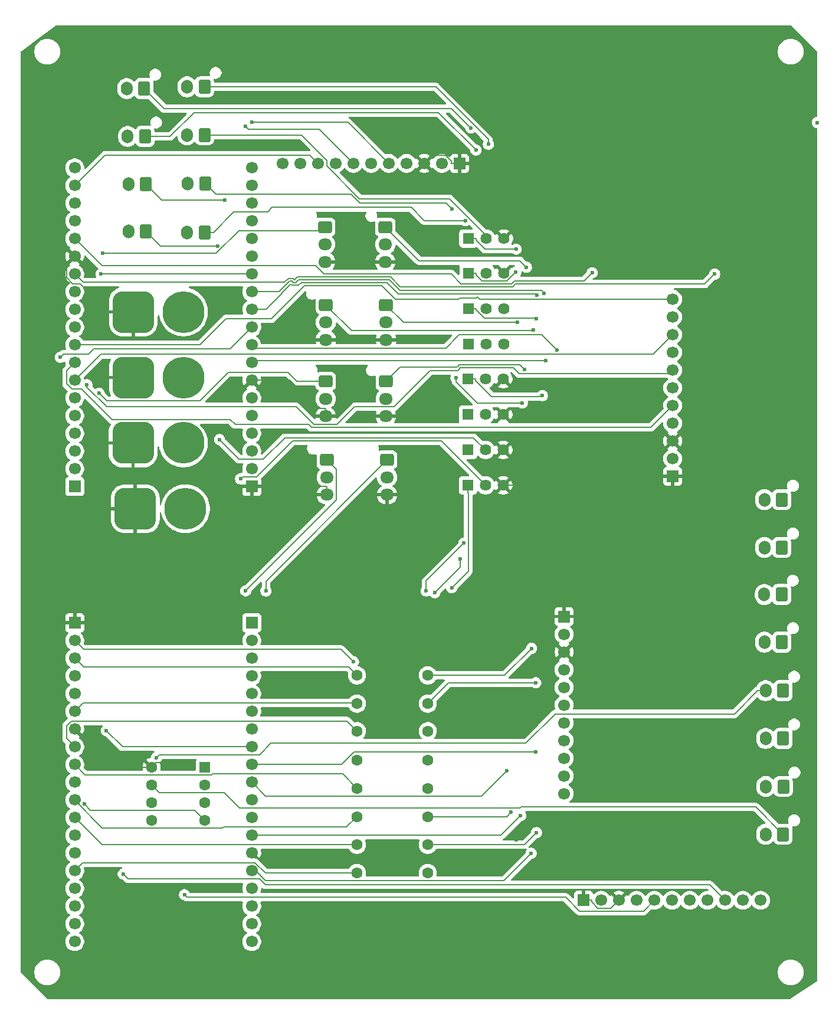
<source format=gbl>
G04 #@! TF.GenerationSoftware,KiCad,Pcbnew,9.0.3*
G04 #@! TF.CreationDate,2025-08-08T01:49:21+09:00*
G04 #@! TF.ProjectId,ESP32-MB-1.0,45535033-322d-44d4-922d-312e302e6b69,rev?*
G04 #@! TF.SameCoordinates,Original*
G04 #@! TF.FileFunction,Copper,L2,Bot*
G04 #@! TF.FilePolarity,Positive*
%FSLAX46Y46*%
G04 Gerber Fmt 4.6, Leading zero omitted, Abs format (unit mm)*
G04 Created by KiCad (PCBNEW 9.0.3) date 2025-08-08 01:49:21*
%MOMM*%
%LPD*%
G01*
G04 APERTURE LIST*
G04 Aperture macros list*
%AMRoundRect*
0 Rectangle with rounded corners*
0 $1 Rounding radius*
0 $2 $3 $4 $5 $6 $7 $8 $9 X,Y pos of 4 corners*
0 Add a 4 corners polygon primitive as box body*
4,1,4,$2,$3,$4,$5,$6,$7,$8,$9,$2,$3,0*
0 Add four circle primitives for the rounded corners*
1,1,$1+$1,$2,$3*
1,1,$1+$1,$4,$5*
1,1,$1+$1,$6,$7*
1,1,$1+$1,$8,$9*
0 Add four rect primitives between the rounded corners*
20,1,$1+$1,$2,$3,$4,$5,0*
20,1,$1+$1,$4,$5,$6,$7,0*
20,1,$1+$1,$6,$7,$8,$9,0*
20,1,$1+$1,$8,$9,$2,$3,0*%
G04 Aperture macros list end*
G04 #@! TA.AperFunction,ComponentPad*
%ADD10RoundRect,0.250000X0.600000X0.750000X-0.600000X0.750000X-0.600000X-0.750000X0.600000X-0.750000X0*%
G04 #@! TD*
G04 #@! TA.AperFunction,ComponentPad*
%ADD11O,1.700000X2.000000*%
G04 #@! TD*
G04 #@! TA.AperFunction,ComponentPad*
%ADD12RoundRect,1.500000X-1.500000X-1.500000X1.500000X-1.500000X1.500000X1.500000X-1.500000X1.500000X0*%
G04 #@! TD*
G04 #@! TA.AperFunction,ComponentPad*
%ADD13C,6.000000*%
G04 #@! TD*
G04 #@! TA.AperFunction,ComponentPad*
%ADD14RoundRect,0.250000X-0.725000X0.600000X-0.725000X-0.600000X0.725000X-0.600000X0.725000X0.600000X0*%
G04 #@! TD*
G04 #@! TA.AperFunction,ComponentPad*
%ADD15O,1.950000X1.700000*%
G04 #@! TD*
G04 #@! TA.AperFunction,ComponentPad*
%ADD16R,1.700000X1.700000*%
G04 #@! TD*
G04 #@! TA.AperFunction,ComponentPad*
%ADD17C,1.700000*%
G04 #@! TD*
G04 #@! TA.AperFunction,ComponentPad*
%ADD18R,1.625600X1.625600*%
G04 #@! TD*
G04 #@! TA.AperFunction,ComponentPad*
%ADD19C,1.625600*%
G04 #@! TD*
G04 #@! TA.AperFunction,ComponentPad*
%ADD20C,1.600000*%
G04 #@! TD*
G04 #@! TA.AperFunction,ComponentPad*
%ADD21RoundRect,0.250000X0.550000X0.550000X-0.550000X0.550000X-0.550000X-0.550000X0.550000X-0.550000X0*%
G04 #@! TD*
G04 #@! TA.AperFunction,ViaPad*
%ADD22C,0.600000*%
G04 #@! TD*
G04 #@! TA.AperFunction,Conductor*
%ADD23C,0.200000*%
G04 #@! TD*
G04 APERTURE END LIST*
D10*
X196728000Y-84112000D03*
D11*
X194228000Y-84112000D03*
X194208000Y-97718000D03*
D10*
X196708000Y-97718000D03*
D11*
X194228000Y-104559000D03*
D10*
X196728000Y-104559000D03*
D12*
X103676000Y-66586000D03*
D13*
X110876000Y-66586000D03*
D10*
X196906000Y-118370000D03*
D11*
X194406000Y-118370000D03*
D14*
X140086000Y-78423000D03*
D15*
X140086000Y-80923000D03*
X140086000Y-83423000D03*
D10*
X105466000Y-45612100D03*
D11*
X102966000Y-45612100D03*
D16*
X181063900Y-80768700D03*
D17*
X181063900Y-78228700D03*
X181063900Y-75688700D03*
X181063900Y-73148700D03*
X181063900Y-70608700D03*
X181063900Y-68068700D03*
X181063900Y-65528700D03*
X181063900Y-62988700D03*
X181063900Y-60448700D03*
X181063900Y-57908700D03*
X181063900Y-55368700D03*
D18*
X151686100Y-66825300D03*
D19*
X154226100Y-66825300D03*
X156766100Y-66825300D03*
D12*
X103635000Y-75982000D03*
D13*
X110835000Y-75982000D03*
D18*
X151770000Y-56680000D03*
D19*
X154310000Y-56680000D03*
X156850000Y-56680000D03*
D18*
X151770000Y-51600000D03*
D19*
X154310000Y-51600000D03*
X156850000Y-51600000D03*
D16*
X150495000Y-35879000D03*
D17*
X147955000Y-35879000D03*
X145415000Y-35879000D03*
X142875000Y-35879000D03*
X140335000Y-35879000D03*
X137795000Y-35879000D03*
X135255000Y-35879000D03*
X132715000Y-35879000D03*
X130175000Y-35879000D03*
X127635000Y-35879000D03*
X125095000Y-35879000D03*
D18*
X151770000Y-61760000D03*
D19*
X154310000Y-61760000D03*
X156850000Y-61760000D03*
D18*
X151686100Y-71905300D03*
D19*
X154226100Y-71905300D03*
X156766100Y-71905300D03*
D14*
X131196000Y-45004000D03*
D15*
X131196000Y-47504000D03*
X131196000Y-50004000D03*
D14*
X131274000Y-67156000D03*
D15*
X131274000Y-69656000D03*
X131274000Y-72156000D03*
D10*
X105350300Y-32006100D03*
D11*
X102850300Y-32006100D03*
D10*
X105223300Y-25148100D03*
D11*
X102723300Y-25148100D03*
D10*
X105466000Y-38868000D03*
D11*
X102966000Y-38868000D03*
D10*
X196906000Y-111512000D03*
D11*
X194406000Y-111512000D03*
D10*
X113988000Y-38756000D03*
D11*
X111488000Y-38756000D03*
D14*
X131450000Y-78423000D03*
D15*
X131450000Y-80923000D03*
X131450000Y-83423000D03*
D10*
X196942000Y-125260000D03*
D11*
X194442000Y-125260000D03*
D18*
X151686100Y-76985300D03*
D19*
X154226100Y-76985300D03*
X156766100Y-76985300D03*
D10*
X196728000Y-90970000D03*
D11*
X194228000Y-90970000D03*
D10*
X113884000Y-31788000D03*
D11*
X111384000Y-31788000D03*
D10*
X113884000Y-45758000D03*
D11*
X111384000Y-45758000D03*
D14*
X139910000Y-67156000D03*
D15*
X139910000Y-69656000D03*
X139910000Y-72156000D03*
D10*
X196902000Y-132118000D03*
D11*
X194402000Y-132118000D03*
D18*
X151765000Y-46649000D03*
D19*
X154305000Y-46649000D03*
X156845000Y-46649000D03*
D14*
X139942000Y-56198000D03*
D15*
X139942000Y-58698000D03*
X139942000Y-61198000D03*
D12*
X103945000Y-85424400D03*
D13*
X111145000Y-85424400D03*
D14*
X131306000Y-56180000D03*
D15*
X131306000Y-58680000D03*
X131306000Y-61180000D03*
D18*
X151686100Y-82065300D03*
D19*
X154226100Y-82065300D03*
X156766100Y-82065300D03*
D10*
X113884000Y-24898000D03*
D11*
X111384000Y-24898000D03*
D12*
X103676000Y-57188000D03*
D13*
X110876000Y-57188000D03*
D16*
X165486000Y-100876000D03*
D17*
X165486000Y-103416000D03*
X165486000Y-105956000D03*
X165486000Y-108496000D03*
X165486000Y-111036000D03*
X165486000Y-113576000D03*
X165486000Y-116116000D03*
X165486000Y-118656000D03*
X165486000Y-121196000D03*
X165486000Y-123736000D03*
X165486000Y-126276000D03*
D16*
X168275000Y-141589000D03*
D17*
X170815000Y-141589000D03*
X173355000Y-141589000D03*
X175895000Y-141589000D03*
X178435000Y-141589000D03*
X180975000Y-141589000D03*
X183515000Y-141589000D03*
X186055000Y-141589000D03*
X188595000Y-141589000D03*
X191135000Y-141589000D03*
X193675000Y-141589000D03*
D14*
X139832000Y-45022000D03*
D15*
X139832000Y-47522000D03*
X139832000Y-50022000D03*
D20*
X145928000Y-133628000D03*
X135768000Y-133628000D03*
X145928000Y-129578000D03*
X135768000Y-129578000D03*
D21*
X113919000Y-122466000D03*
D20*
X113919000Y-125006000D03*
X113919000Y-127546000D03*
X113919000Y-130086000D03*
X106299000Y-130086000D03*
X106299000Y-127546000D03*
X106299000Y-125006000D03*
X106299000Y-122466000D03*
X145933000Y-117327000D03*
X135773000Y-117327000D03*
X145928000Y-113378000D03*
X135768000Y-113378000D03*
X145928000Y-109328000D03*
X135768000Y-109328000D03*
D16*
X95263000Y-82236000D03*
D17*
X95263000Y-79696000D03*
X95263000Y-77156000D03*
X95263000Y-74616000D03*
X95263000Y-72076000D03*
X95263000Y-69536000D03*
X95263000Y-66996000D03*
X95263000Y-64456000D03*
X95263000Y-61916000D03*
X95263000Y-59376000D03*
X95263000Y-56836000D03*
X95263000Y-54296000D03*
X95263000Y-51756000D03*
X95263000Y-49216000D03*
X95263000Y-46676000D03*
X95263000Y-44136000D03*
X95263000Y-41596000D03*
X95263000Y-39056000D03*
X95263000Y-36516000D03*
D16*
X120663000Y-82236000D03*
D17*
X120663000Y-79696000D03*
X120663000Y-77156000D03*
X120663000Y-74616000D03*
X120663000Y-72076000D03*
X120663000Y-69536000D03*
X120663000Y-66996000D03*
X120663000Y-64456000D03*
X120663000Y-61916000D03*
X120663000Y-59376000D03*
X120663000Y-56836000D03*
X120663000Y-54296000D03*
X120663000Y-51756000D03*
X120663000Y-49216000D03*
X120663000Y-46676000D03*
X120663000Y-44136000D03*
X120663000Y-41596000D03*
X120663000Y-39056000D03*
X120663000Y-36516000D03*
D20*
X145928000Y-137678000D03*
X135768000Y-137678000D03*
D16*
X120663000Y-101794000D03*
D17*
X120663000Y-104334000D03*
X120663000Y-106874000D03*
X120663000Y-109414000D03*
X120663000Y-111954000D03*
X120663000Y-114494000D03*
X120663000Y-117034000D03*
X120663000Y-119574000D03*
X120663000Y-122114000D03*
X120663000Y-124654000D03*
X120663000Y-127194000D03*
X120663000Y-129734000D03*
X120663000Y-132274000D03*
X120663000Y-134814000D03*
X120663000Y-137354000D03*
X120663000Y-139894000D03*
X120663000Y-142434000D03*
X120663000Y-144974000D03*
X120663000Y-147514000D03*
D20*
X145928000Y-125528000D03*
X135768000Y-125528000D03*
X145928000Y-121478000D03*
X135768000Y-121478000D03*
D16*
X95263000Y-101794000D03*
D17*
X95263000Y-104334000D03*
X95263000Y-106874000D03*
X95263000Y-109414000D03*
X95263000Y-111954000D03*
X95263000Y-114494000D03*
X95263000Y-117034000D03*
X95263000Y-119574000D03*
X95263000Y-122114000D03*
X95263000Y-124654000D03*
X95263000Y-127194000D03*
X95263000Y-129734000D03*
X95263000Y-132274000D03*
X95263000Y-134814000D03*
X95263000Y-137354000D03*
X95263000Y-139894000D03*
X95263000Y-142434000D03*
X95263000Y-144974000D03*
X95263000Y-147514000D03*
D22*
X195458000Y-78270000D03*
X177678000Y-111290000D03*
X184028000Y-102400000D03*
X184028000Y-111290000D03*
X189108000Y-117640000D03*
X189108000Y-122720000D03*
X187838000Y-121450000D03*
X184028000Y-123990000D03*
X182758000Y-118910000D03*
X177678000Y-123990000D03*
X173868000Y-120180000D03*
X167518000Y-97320000D03*
X166248000Y-88430000D03*
X166248000Y-92240000D03*
X167518000Y-85890000D03*
X167518000Y-80810000D03*
X166248000Y-75730000D03*
X164978000Y-69380000D03*
X167518000Y-70650000D03*
X176408000Y-68110000D03*
X173868000Y-71920000D03*
X176408000Y-80810000D03*
X175138000Y-85890000D03*
X185298000Y-90970000D03*
X178948000Y-98590000D03*
X180218000Y-106210000D03*
X176408000Y-107480000D03*
X176408000Y-107480000D03*
X172598000Y-88430000D03*
X177678000Y-97320000D03*
X197998000Y-52870000D03*
X199268000Y-71920000D03*
X200538000Y-61760000D03*
X195458000Y-59220000D03*
X192918000Y-70650000D03*
X195458000Y-66840000D03*
X189108000Y-57950000D03*
X196728000Y-43980000D03*
X186568000Y-37630000D03*
X194188000Y-49060000D03*
X176408000Y-49060000D03*
X184028000Y-43980000D03*
X181488000Y-36360000D03*
X170058000Y-37630000D03*
X168788000Y-42710000D03*
X186568000Y-42710000D03*
X196728000Y-30010000D03*
X189108000Y-21120000D03*
X201808000Y-30010000D03*
X197998000Y-35090000D03*
X191648000Y-30010000D03*
X182758000Y-22390000D03*
X162438000Y-24930000D03*
X173868000Y-18580000D03*
X167518000Y-19850000D03*
X159898000Y-18580000D03*
X151008000Y-22390000D03*
X157358000Y-33820000D03*
X159898000Y-38900000D03*
X151008000Y-38900000D03*
X143388000Y-38900000D03*
X137038000Y-38900000D03*
X125608000Y-33820000D03*
X139578000Y-30010000D03*
X145928000Y-30010000D03*
X142118000Y-32550000D03*
X135768000Y-26200000D03*
X144658000Y-26200000D03*
X139578000Y-19850000D03*
X144658000Y-19850000D03*
X130688000Y-21120000D03*
X128148000Y-18580000D03*
X128148000Y-26200000D03*
X119258000Y-26200000D03*
X119258000Y-21120000D03*
X114178000Y-18580000D03*
X106558000Y-17310000D03*
X98938000Y-17310000D03*
X93858000Y-23660000D03*
X91318000Y-27470000D03*
X97668000Y-31280000D03*
X96398000Y-27470000D03*
X91318000Y-31280000D03*
X90048000Y-38900000D03*
X90048000Y-50330000D03*
X90048000Y-54140000D03*
X92588000Y-45250000D03*
X90048000Y-64300000D03*
X91318000Y-68110000D03*
X88778000Y-78270000D03*
X90048000Y-87160000D03*
X95128000Y-96050000D03*
X90048000Y-96050000D03*
X154818000Y-113830000D03*
X156088000Y-117640000D03*
X151008000Y-113830000D03*
X156088000Y-97320000D03*
X152278000Y-98590000D03*
X156088000Y-99860000D03*
X154818000Y-103670000D03*
X154818000Y-107480000D03*
X151008000Y-101130000D03*
X139578000Y-103670000D03*
X139578000Y-99860000D03*
X131958000Y-99860000D03*
X138308000Y-101130000D03*
X137038000Y-103670000D03*
X129418000Y-102400000D03*
X126878000Y-99860000D03*
X112908000Y-102400000D03*
X107828000Y-102400000D03*
X110368000Y-97320000D03*
X90048000Y-104940000D03*
X90048000Y-113830000D03*
X91318000Y-129070000D03*
X88778000Y-123990000D03*
X91318000Y-134150000D03*
X92588000Y-140500000D03*
X90048000Y-144310000D03*
X115448000Y-153200000D03*
X106558000Y-150660000D03*
X105288000Y-154470000D03*
X98938000Y-153200000D03*
X98938000Y-149390000D03*
X106558000Y-144310000D03*
X101478000Y-143040000D03*
X110368000Y-151930000D03*
X97668000Y-148120000D03*
X111638000Y-145580000D03*
X134498000Y-135420000D03*
X130688000Y-135420000D03*
X125608000Y-135420000D03*
X149738000Y-136690000D03*
X152278000Y-135420000D03*
X153548000Y-135420000D03*
X153548000Y-136690000D03*
X156088000Y-136690000D03*
X156088000Y-135420000D03*
X158628000Y-135420000D03*
X158628000Y-132880000D03*
X159898000Y-131610000D03*
X162438000Y-137960000D03*
X163708000Y-132880000D03*
X163708000Y-135420000D03*
X164978000Y-131610000D03*
X167518000Y-131610000D03*
X167518000Y-136690000D03*
X170058000Y-135420000D03*
X171328000Y-131610000D03*
X175138000Y-136690000D03*
X182758000Y-130340000D03*
X184028000Y-131610000D03*
X178948000Y-132880000D03*
X177678000Y-130340000D03*
X178948000Y-130340000D03*
X182758000Y-135420000D03*
X185298000Y-135420000D03*
X187838000Y-139230000D03*
X200538000Y-148120000D03*
X199268000Y-145580000D03*
X200538000Y-143040000D03*
X197998000Y-140500000D03*
X195458000Y-139230000D03*
X192918000Y-145580000D03*
X194188000Y-144310000D03*
X178948000Y-144310000D03*
X176408000Y-148120000D03*
X187838000Y-149390000D03*
X190378000Y-150660000D03*
X194188000Y-148120000D03*
X186568000Y-153200000D03*
X180218000Y-150660000D03*
X173868000Y-153200000D03*
X167518000Y-150660000D03*
X142118000Y-146850000D03*
X154818000Y-144310000D03*
X156088000Y-143040000D03*
X153548000Y-143040000D03*
X157358000Y-143040000D03*
X148468000Y-144310000D03*
X154818000Y-145580000D03*
X154818000Y-148120000D03*
X154818000Y-151930000D03*
X154818000Y-154470000D03*
X154818000Y-153200000D03*
X154818000Y-149390000D03*
X154818000Y-150660000D03*
X154818000Y-146850000D03*
X151008000Y-143040000D03*
X158628000Y-143040000D03*
X152278000Y-143040000D03*
X154818000Y-143040000D03*
X144658000Y-143040000D03*
X144658000Y-149390000D03*
X147198000Y-149390000D03*
X145928000Y-154470000D03*
X142118000Y-151930000D03*
X143388000Y-153200000D03*
X144658000Y-154470000D03*
X147198000Y-154470000D03*
X148468000Y-151930000D03*
X148468000Y-153200000D03*
X148468000Y-150660000D03*
X145928000Y-149390000D03*
X143388000Y-148120000D03*
X142118000Y-144310000D03*
X143388000Y-143040000D03*
X145928000Y-143040000D03*
X147198000Y-143040000D03*
X148468000Y-145580000D03*
X137038000Y-150660000D03*
X137038000Y-149390000D03*
X134498000Y-148120000D03*
X135768000Y-148120000D03*
X137038000Y-148120000D03*
X133228000Y-150660000D03*
X133228000Y-154470000D03*
X133228000Y-145580000D03*
X134498000Y-143040000D03*
X133228000Y-143040000D03*
X133228000Y-144310000D03*
X133228000Y-151930000D03*
X133228000Y-149390000D03*
X133228000Y-153200000D03*
X133228000Y-146850000D03*
X133228000Y-148120000D03*
X139578000Y-154470000D03*
X138308000Y-148120000D03*
X135768000Y-143040000D03*
X139578000Y-144310000D03*
X139578000Y-146850000D03*
X139578000Y-145580000D03*
X138308000Y-143040000D03*
X137038000Y-143040000D03*
X139578000Y-153200000D03*
X138308000Y-151930000D03*
X140848000Y-154470000D03*
X139578000Y-151930000D03*
X138308000Y-150660000D03*
X131958000Y-154470000D03*
X130688000Y-154470000D03*
X130688000Y-153200000D03*
X129418000Y-151930000D03*
X130688000Y-151930000D03*
X129418000Y-150660000D03*
X128148000Y-150660000D03*
X128148000Y-149390000D03*
X125608000Y-148120000D03*
X126878000Y-148120000D03*
X128148000Y-148120000D03*
X129418000Y-148120000D03*
X130688000Y-146850000D03*
X130688000Y-145580000D03*
X130688000Y-144310000D03*
X129418000Y-143040000D03*
X128148000Y-143040000D03*
X126878000Y-143040000D03*
X125608000Y-143040000D03*
X124338000Y-143040000D03*
X124338000Y-144310000D03*
X124338000Y-145580000D03*
X124338000Y-146850000D03*
X124338000Y-148120000D03*
X124338000Y-150660000D03*
X124338000Y-149390000D03*
X124338000Y-151930000D03*
X124338000Y-153200000D03*
X124338000Y-154470000D03*
X106998800Y-121121200D03*
X151128900Y-90341200D03*
X145708000Y-97224400D03*
X161532500Y-131886200D03*
X162367100Y-69196300D03*
X157902000Y-128982600D03*
X149976800Y-66653700D03*
X159484400Y-70245500D03*
X158566500Y-51461900D03*
X149371100Y-96756400D03*
X146926100Y-97458500D03*
X150571600Y-92595100D03*
X161481300Y-58129400D03*
X161425600Y-110388400D03*
X158611200Y-48175000D03*
X160815500Y-105448100D03*
X116034800Y-75503700D03*
X115797500Y-47711900D03*
X151325900Y-44094800D03*
X152116700Y-30806000D03*
X154613600Y-33132700D03*
X116771600Y-41144000D03*
X119068500Y-81121300D03*
X149385700Y-42444400D03*
X152826400Y-33958700D03*
X135260000Y-107375200D03*
X122708300Y-97207200D03*
X159780700Y-65446100D03*
X159256300Y-129444200D03*
X157282700Y-122983700D03*
X158773600Y-58691700D03*
X119787000Y-97198500D03*
X160751000Y-134853700D03*
X160083900Y-50775200D03*
X99807200Y-117248400D03*
X98772500Y-68856800D03*
X99305000Y-48796200D03*
X161087300Y-59780800D03*
X161377000Y-120330700D03*
X119787000Y-30597700D03*
X99032900Y-51751100D03*
X162639400Y-54489900D03*
X93201500Y-63692700D03*
X96628300Y-127751800D03*
X164458500Y-62660800D03*
X162840300Y-64169700D03*
X161573900Y-54790700D03*
X120668500Y-30002600D03*
X111009000Y-140788700D03*
X102231000Y-137821200D03*
X156845000Y-93827700D03*
X102231000Y-102211200D03*
X112437200Y-121832900D03*
X97010300Y-67627500D03*
X187085000Y-51763700D03*
X169529000Y-51562000D03*
D23*
X123432700Y-119061500D02*
X159999000Y-119061500D01*
X159309500Y-128209600D02*
X159144700Y-128374400D01*
X159309500Y-128209600D02*
X159144700Y-128374400D01*
X107437100Y-126144100D02*
X106299000Y-125006000D01*
X116696100Y-126144100D02*
X107437100Y-126144100D01*
X118926400Y-128374400D02*
X116696100Y-126144100D01*
X159144700Y-128374400D02*
X118926400Y-128374400D01*
X192993600Y-128209600D02*
X159309500Y-128209600D01*
X196902000Y-132118000D02*
X192993600Y-128209600D01*
X189920300Y-114846000D02*
X193254300Y-111512000D01*
X164214500Y-114846000D02*
X189920300Y-114846000D01*
X159999000Y-119061500D02*
X164214500Y-114846000D01*
X121768500Y-120725700D02*
X123432700Y-119061500D01*
X107394300Y-120725700D02*
X121768500Y-120725700D01*
X106998800Y-121121200D02*
X107394300Y-120725700D01*
X194406000Y-111512000D02*
X193254300Y-111512000D01*
X145708000Y-95762100D02*
X151128900Y-90341200D01*
X145708000Y-97224400D02*
X145708000Y-95762100D01*
X159790700Y-133628000D02*
X161532500Y-131886200D01*
X145928000Y-133628000D02*
X159790700Y-133628000D01*
X151686100Y-66825300D02*
X152800600Y-66825300D01*
X152800600Y-67034500D02*
X152800600Y-66825300D01*
X155104600Y-69338500D02*
X152800600Y-67034500D01*
X161941000Y-69338500D02*
X155104600Y-69338500D01*
X162083200Y-69196300D02*
X162367100Y-69196300D01*
X161941000Y-69338500D02*
X162083200Y-69196300D01*
X157306600Y-129578000D02*
X157902000Y-128982600D01*
X145928000Y-129578000D02*
X157306600Y-129578000D01*
X149976800Y-67182500D02*
X149976800Y-66653700D01*
X153039800Y-70245500D02*
X149976800Y-67182500D01*
X159484400Y-70245500D02*
X153039800Y-70245500D01*
X157284500Y-52743900D02*
X158566500Y-51461900D01*
X153749800Y-52743900D02*
X157284500Y-52743900D01*
X152884500Y-51878600D02*
X153749800Y-52743900D01*
X152884500Y-51600000D02*
X152884500Y-51878600D01*
X151770000Y-51600000D02*
X152884500Y-51600000D01*
X151730600Y-83224300D02*
X151686100Y-83179800D01*
X151730600Y-94396900D02*
X151730600Y-83224300D01*
X149371100Y-96756400D02*
X151730600Y-94396900D01*
X151686100Y-82065300D02*
X151686100Y-83179800D01*
X150571600Y-93813000D02*
X150571600Y-92595100D01*
X146926100Y-97458500D02*
X150571600Y-93813000D01*
X151770000Y-56680000D02*
X152884500Y-56680000D01*
X148917600Y-110388400D02*
X161427200Y-110388400D01*
X145928000Y-113378000D02*
X148917600Y-110388400D01*
X161427200Y-110388400D02*
X161425600Y-110388400D01*
X152884500Y-56928400D02*
X152884500Y-56680000D01*
X154046100Y-58090000D02*
X152884500Y-56928400D01*
X161441900Y-58090000D02*
X154046100Y-58090000D01*
X161481300Y-58129400D02*
X161441900Y-58090000D01*
X151765000Y-46649000D02*
X152879500Y-46649000D01*
X152879500Y-46927600D02*
X152879500Y-46649000D01*
X154126900Y-48175000D02*
X152879500Y-46927600D01*
X158611200Y-48175000D02*
X154126900Y-48175000D01*
X156935600Y-109328000D02*
X160815500Y-105448100D01*
X145928000Y-109328000D02*
X156935600Y-109328000D01*
X118838800Y-78307700D02*
X116034800Y-75503700D01*
X122338500Y-78307700D02*
X118838800Y-78307700D01*
X125409100Y-75237100D02*
X122338500Y-78307700D01*
X152477900Y-75237100D02*
X125409100Y-75237100D01*
X154226100Y-76985300D02*
X152477900Y-75237100D01*
X107565800Y-47711900D02*
X105466000Y-45612100D01*
X115797500Y-47711900D02*
X107565800Y-47711900D01*
X115205300Y-45758000D02*
X113884000Y-45758000D01*
X118094900Y-42868400D02*
X115205300Y-45758000D01*
X122940900Y-42868400D02*
X118094900Y-42868400D01*
X123610300Y-42199000D02*
X122940900Y-42868400D01*
X143532800Y-42199000D02*
X123610300Y-42199000D01*
X145428600Y-44094800D02*
X143532800Y-42199000D01*
X151325900Y-44094800D02*
X145428600Y-44094800D01*
X108097500Y-28022300D02*
X105223300Y-25148100D01*
X149333000Y-28022300D02*
X108097500Y-28022300D01*
X152116700Y-30806000D02*
X149333000Y-28022300D01*
X154613600Y-32436700D02*
X154613600Y-33132700D01*
X147074900Y-24898000D02*
X154613600Y-32436700D01*
X113884000Y-24898000D02*
X147074900Y-24898000D01*
X107742000Y-41144000D02*
X116771600Y-41144000D01*
X105466000Y-38868000D02*
X107742000Y-41144000D01*
X147828300Y-75667500D02*
X154226100Y-82065300D01*
X126555700Y-75667500D02*
X147828300Y-75667500D01*
X121375500Y-80847700D02*
X126555700Y-75667500D01*
X119342100Y-80847700D02*
X121375500Y-80847700D01*
X119068500Y-81121300D02*
X119342100Y-80847700D01*
X115558000Y-40326000D02*
X113988000Y-38756000D01*
X134897500Y-40326000D02*
X115558000Y-40326000D01*
X136150600Y-41579100D02*
X134897500Y-40326000D01*
X148520400Y-41579100D02*
X136150600Y-41579100D01*
X149385700Y-42444400D02*
X148520400Y-41579100D01*
X147452000Y-28584300D02*
X152826400Y-33958700D01*
X112386100Y-28584300D02*
X147452000Y-28584300D01*
X108964300Y-32006100D02*
X112386100Y-28584300D01*
X105350300Y-32006100D02*
X108964300Y-32006100D01*
X127775800Y-31788000D02*
X113884000Y-31788000D01*
X131445000Y-35457200D02*
X127775800Y-31788000D01*
X131445000Y-36243200D02*
X131445000Y-35457200D01*
X136143800Y-40942000D02*
X131445000Y-36243200D01*
X149024000Y-40942000D02*
X136143800Y-40942000D01*
X154305000Y-46223000D02*
X149024000Y-40942000D01*
X154305000Y-46649000D02*
X154305000Y-46223000D01*
X96533000Y-105604000D02*
X95263000Y-104334000D01*
X133488800Y-105604000D02*
X96533000Y-105604000D01*
X135260000Y-107375200D02*
X133488800Y-105604000D01*
X95263000Y-127237400D02*
X95263000Y-127194000D01*
X99215300Y-131189700D02*
X95263000Y-127237400D01*
X116478900Y-131189700D02*
X99215300Y-131189700D01*
X116595600Y-131073000D02*
X116478900Y-131189700D01*
X134273000Y-131073000D02*
X116595600Y-131073000D01*
X135768000Y-129578000D02*
X134273000Y-131073000D01*
X96456000Y-113301000D02*
X95263000Y-114494000D01*
X135691000Y-113301000D02*
X96456000Y-113301000D01*
X135768000Y-113378000D02*
X135691000Y-113301000D01*
X134310300Y-115864300D02*
X135773000Y-117327000D01*
X94776600Y-115864300D02*
X134310300Y-115864300D01*
X94074400Y-116566500D02*
X94776600Y-115864300D01*
X94074400Y-118385400D02*
X94074400Y-116566500D01*
X95263000Y-119574000D02*
X94074400Y-118385400D01*
X96414700Y-136202300D02*
X95263000Y-137354000D01*
X121140100Y-136202300D02*
X96414700Y-136202300D01*
X122615700Y-137677900D02*
X121140100Y-136202300D01*
X122615700Y-137678000D02*
X122615700Y-137677900D01*
X135768000Y-137678000D02*
X122615700Y-137678000D01*
X99157000Y-133628000D02*
X95263000Y-129734000D01*
X135768000Y-133628000D02*
X99157000Y-133628000D01*
X134584000Y-108144000D02*
X135768000Y-109328000D01*
X96533000Y-108144000D02*
X134584000Y-108144000D01*
X95263000Y-106874000D02*
X96533000Y-108144000D01*
X133720900Y-123480900D02*
X135768000Y-125528000D01*
X115043100Y-123480900D02*
X133720900Y-123480900D01*
X114946200Y-123577800D02*
X115043100Y-123480900D01*
X96726800Y-123577800D02*
X114946200Y-123577800D01*
X95263000Y-122114000D02*
X96726800Y-123577800D01*
X122708300Y-95800700D02*
X122708300Y-97207200D01*
X140086000Y-78423000D02*
X122708300Y-95800700D01*
X156426500Y-132274000D02*
X159256300Y-129444200D01*
X120663000Y-132274000D02*
X156426500Y-132274000D01*
X150440500Y-64792800D02*
X150205100Y-65028200D01*
X159127400Y-64792800D02*
X150440500Y-64792800D01*
X159780700Y-65446100D02*
X159127400Y-64792800D01*
X141936000Y-65130000D02*
X139910000Y-67156000D01*
X150103300Y-65130000D02*
X141936000Y-65130000D01*
X150205100Y-65028200D02*
X150103300Y-65130000D01*
X150205100Y-65028200D02*
X150103300Y-65130000D01*
X153634200Y-126632200D02*
X157282700Y-122983700D01*
X122641200Y-126632200D02*
X153634200Y-126632200D01*
X120663000Y-124654000D02*
X122641200Y-126632200D01*
X142435700Y-58691700D02*
X139942000Y-56198000D01*
X158773600Y-58691700D02*
X142435700Y-58691700D01*
X132799800Y-84185700D02*
X119787000Y-97198500D01*
X132799800Y-79772800D02*
X132799800Y-84185700D01*
X131450000Y-78423000D02*
X132799800Y-79772800D01*
X121183700Y-137354000D02*
X120663000Y-137354000D01*
X122614600Y-138784900D02*
X121183700Y-137354000D01*
X156819800Y-138784900D02*
X122614600Y-138784900D01*
X160751000Y-134853700D02*
X156819800Y-138784900D01*
X159154400Y-49845700D02*
X160083900Y-50775200D01*
X144655700Y-49845700D02*
X159154400Y-49845700D01*
X139832000Y-45022000D02*
X144655700Y-49845700D01*
X102132800Y-119574000D02*
X120663000Y-119574000D01*
X99807200Y-117248400D02*
X102132800Y-119574000D01*
X99836500Y-69920800D02*
X98772500Y-68856800D01*
X113225500Y-69920800D02*
X99836500Y-69920800D01*
X117304000Y-65842300D02*
X113225500Y-69920800D01*
X125843700Y-65842300D02*
X117304000Y-65842300D01*
X127157400Y-67156000D02*
X125843700Y-65842300D01*
X131274000Y-67156000D02*
X127157400Y-67156000D01*
X130679200Y-45520800D02*
X131196000Y-45004000D01*
X118843700Y-45520800D02*
X130679200Y-45520800D01*
X115568300Y-48796200D02*
X118843700Y-45520800D01*
X99305000Y-48796200D02*
X115568300Y-48796200D01*
X161018400Y-59849700D02*
X161087300Y-59780800D01*
X134975700Y-59849700D02*
X161018400Y-59849700D01*
X131306000Y-56180000D02*
X134975700Y-59849700D01*
X135357300Y-120330700D02*
X161377000Y-120330700D01*
X133574000Y-122114000D02*
X135357300Y-120330700D01*
X120663000Y-122114000D02*
X133574000Y-122114000D01*
X130375400Y-30999400D02*
X135255000Y-35879000D01*
X120188700Y-30999400D02*
X130375400Y-30999400D01*
X119787000Y-30597700D02*
X120188700Y-30999400D01*
X99037800Y-51756000D02*
X99032900Y-51751100D01*
X120663000Y-51756000D02*
X99037800Y-51756000D01*
X127397200Y-52573400D02*
X127161800Y-52808800D01*
X140426000Y-52573400D02*
X127397200Y-52573400D01*
X141940800Y-54088200D02*
X140426000Y-52573400D01*
X162237700Y-54088200D02*
X141940800Y-54088200D01*
X162639400Y-54489900D02*
X162237700Y-54088200D01*
X127161800Y-52808800D02*
X126997000Y-52973600D01*
X127161800Y-52808800D02*
X126997000Y-52973600D01*
X124558500Y-54296000D02*
X120663000Y-54296000D01*
X126080900Y-52773600D02*
X124558500Y-54296000D01*
X126413500Y-52773600D02*
X126080900Y-52773600D01*
X126613500Y-52973600D02*
X126413500Y-52773600D01*
X126997000Y-52973600D02*
X126613500Y-52973600D01*
X97524200Y-128647700D02*
X96628300Y-127751800D01*
X112480700Y-128647700D02*
X97524200Y-128647700D01*
X113919000Y-130086000D02*
X112480700Y-128647700D01*
X93667600Y-63226600D02*
X93201500Y-63692700D01*
X97201400Y-63226600D02*
X93667600Y-63226600D01*
X97975800Y-62452200D02*
X97201400Y-63226600D01*
X117586800Y-62452200D02*
X97975800Y-62452200D01*
X120663000Y-59376000D02*
X117586800Y-62452200D01*
X150430500Y-60479200D02*
X150277000Y-60632700D01*
X150430500Y-60479200D02*
X150277000Y-60632700D01*
X162276900Y-60479200D02*
X164458500Y-62660800D01*
X150430500Y-60479200D02*
X162276900Y-60479200D01*
X148515500Y-62394200D02*
X150277000Y-60632700D01*
X121141200Y-62394200D02*
X148515500Y-62394200D01*
X120663000Y-61916000D02*
X121141200Y-62394200D01*
X120949300Y-64169700D02*
X162840300Y-64169700D01*
X120663000Y-64456000D02*
X120949300Y-64169700D01*
X122684700Y-56836000D02*
X120663000Y-56836000D01*
X125009100Y-54511600D02*
X122684700Y-56836000D01*
X125009100Y-54413400D02*
X125009100Y-54511600D01*
X126205900Y-53216600D02*
X125009100Y-54413400D01*
X126288500Y-53216600D02*
X126205900Y-53216600D01*
X126447200Y-53375300D02*
X126288500Y-53216600D01*
X127363500Y-53375300D02*
X126447200Y-53375300D01*
X127763700Y-52975100D02*
X127363500Y-53375300D01*
X140048000Y-52975100D02*
X127763700Y-52975100D01*
X141692000Y-54619100D02*
X140048000Y-52975100D01*
X161402300Y-54619100D02*
X141692000Y-54619100D01*
X161573900Y-54790700D02*
X161402300Y-54619100D01*
X134458600Y-30002600D02*
X140335000Y-35879000D01*
X120668500Y-30002600D02*
X134458600Y-30002600D01*
X129009500Y-34713500D02*
X130175000Y-35879000D01*
X99605500Y-34713500D02*
X129009500Y-34713500D01*
X95263000Y-39056000D02*
X99605500Y-34713500D01*
X176881600Y-143142400D02*
X178435000Y-141589000D01*
X167701700Y-143142400D02*
X176881600Y-143142400D01*
X165723300Y-141164000D02*
X167701700Y-143142400D01*
X111384300Y-141164000D02*
X165723300Y-141164000D01*
X111009000Y-140788700D02*
X111384300Y-141164000D01*
X186390700Y-139384700D02*
X188595000Y-141589000D01*
X122622900Y-139384700D02*
X186390700Y-139384700D01*
X121778600Y-138540400D02*
X122622900Y-139384700D01*
X102950200Y-138540400D02*
X121778600Y-138540400D01*
X102231000Y-137821200D02*
X102950200Y-138540400D01*
X132490700Y-50022000D02*
X132472700Y-50004000D01*
X139832000Y-50022000D02*
X132490700Y-50022000D01*
X131196000Y-50004000D02*
X132472700Y-50004000D01*
X146594800Y-34699200D02*
X145415000Y-35879000D01*
X148451400Y-34699200D02*
X146594800Y-34699200D01*
X149343300Y-35591100D02*
X148451400Y-34699200D01*
X149343300Y-35879000D02*
X149343300Y-35591100D01*
X150495000Y-35879000D02*
X149343300Y-35879000D01*
X100695000Y-122466000D02*
X95263000Y-117034000D01*
X106299000Y-122466000D02*
X100695000Y-122466000D01*
X131414700Y-82236000D02*
X131450000Y-82271300D01*
X120663000Y-82236000D02*
X131414700Y-82236000D01*
X131450000Y-83423000D02*
X131450000Y-82271300D01*
X157286000Y-93827700D02*
X156845000Y-93827700D01*
X164334300Y-100876000D02*
X157286000Y-93827700D01*
X165486000Y-100876000D02*
X164334300Y-100876000D01*
X101813800Y-101794000D02*
X102231000Y-102211200D01*
X95263000Y-101794000D02*
X101813800Y-101794000D01*
X100097400Y-57188000D02*
X103676000Y-57188000D01*
X96053700Y-53144300D02*
X100097400Y-57188000D01*
X94995200Y-53144300D02*
X96053700Y-53144300D01*
X94074400Y-52223500D02*
X94995200Y-53144300D01*
X94074400Y-50404600D02*
X94074400Y-52223500D01*
X95263000Y-49216000D02*
X94074400Y-50404600D01*
X106932100Y-121832900D02*
X106299000Y-122466000D01*
X112437200Y-121832900D02*
X106932100Y-121832900D01*
X126114000Y-66996000D02*
X120663000Y-66996000D01*
X130122300Y-71004300D02*
X126114000Y-66996000D01*
X131274000Y-71004300D02*
X130122300Y-71004300D01*
X131274000Y-72156000D02*
X131274000Y-71004300D01*
X169426700Y-141845700D02*
X169426700Y-141589000D01*
X170321700Y-142740700D02*
X169426700Y-141845700D01*
X172203300Y-142740700D02*
X170321700Y-142740700D01*
X173355000Y-141589000D02*
X172203300Y-142740700D01*
X168275000Y-141589000D02*
X169426700Y-141589000D01*
X178615600Y-82065300D02*
X179912200Y-80768700D01*
X156766100Y-82065300D02*
X178615600Y-82065300D01*
X181063900Y-80768700D02*
X179912200Y-80768700D01*
X178236400Y-63276200D02*
X181063900Y-60448700D01*
X98982800Y-63276200D02*
X178236400Y-63276200D01*
X95263000Y-66996000D02*
X98982800Y-63276200D01*
X177927300Y-73745300D02*
X181063900Y-70608700D01*
X129205800Y-73745300D02*
X177927300Y-73745300D01*
X128799300Y-73338800D02*
X129205800Y-73745300D01*
X118280500Y-73338800D02*
X128799300Y-73338800D01*
X117591200Y-72649500D02*
X118280500Y-73338800D01*
X100630900Y-72649500D02*
X117591200Y-72649500D01*
X96247400Y-68266000D02*
X100630900Y-72649500D01*
X94842600Y-68266000D02*
X96247400Y-68266000D01*
X94078200Y-67501600D02*
X94842600Y-68266000D01*
X94078200Y-65640800D02*
X94078200Y-67501600D01*
X95263000Y-64456000D02*
X94078200Y-65640800D01*
X150371400Y-65429900D02*
X150206600Y-65594700D01*
X150371400Y-65429900D02*
X150206600Y-65594700D01*
X146293000Y-65594700D02*
X150206600Y-65594700D01*
X141080000Y-70807700D02*
X146293000Y-65594700D01*
X135420600Y-70807700D02*
X141080000Y-70807700D01*
X132892500Y-73335800D02*
X135420600Y-70807700D01*
X129564500Y-73335800D02*
X132892500Y-73335800D01*
X127036100Y-70807400D02*
X129564500Y-73335800D01*
X99872300Y-70807400D02*
X127036100Y-70807400D01*
X97010300Y-67945400D02*
X99872300Y-70807400D01*
X97010300Y-67627500D02*
X97010300Y-67945400D01*
X180534000Y-66058600D02*
X181063900Y-65528700D01*
X159069200Y-66058600D02*
X180534000Y-66058600D01*
X158205100Y-65194500D02*
X159069200Y-66058600D01*
X150606800Y-65194500D02*
X158205100Y-65194500D01*
X150371400Y-65429900D02*
X150606800Y-65194500D01*
X126995500Y-52407100D02*
X126859300Y-52543300D01*
X126995500Y-52407100D02*
X126859300Y-52543300D01*
X96448000Y-52941000D02*
X95263000Y-51756000D01*
X125345500Y-52941000D02*
X96448000Y-52941000D01*
X125914600Y-52371900D02*
X125345500Y-52941000D01*
X126579800Y-52371900D02*
X125914600Y-52371900D01*
X126751200Y-52543300D02*
X126579800Y-52371900D01*
X126859300Y-52543300D02*
X126751200Y-52543300D01*
X158095600Y-53547300D02*
X158331000Y-53311900D01*
X141968000Y-53547300D02*
X158095600Y-53547300D01*
X140592400Y-52171700D02*
X141968000Y-53547300D01*
X127230900Y-52171700D02*
X140592400Y-52171700D01*
X126995500Y-52407100D02*
X127230900Y-52171700D01*
X185653600Y-53195100D02*
X187085000Y-51763700D01*
X158447800Y-53195100D02*
X185653600Y-53195100D01*
X158331000Y-53311900D02*
X158447800Y-53195100D01*
X158331000Y-53311900D02*
X158447800Y-53195100D01*
X157929300Y-53145600D02*
X158164700Y-52910200D01*
X150690800Y-53145600D02*
X157929300Y-53145600D01*
X149284100Y-51738900D02*
X150690800Y-53145600D01*
X131053900Y-51738900D02*
X149284100Y-51738900D01*
X129874800Y-50559800D02*
X131053900Y-51738900D01*
X99146800Y-50559800D02*
X129874800Y-50559800D01*
X95263000Y-46676000D02*
X99146800Y-50559800D01*
X168347100Y-52743900D02*
X169529000Y-51562000D01*
X158331000Y-52743900D02*
X168347100Y-52743900D01*
X158164700Y-52910200D02*
X158331000Y-52743900D01*
X158164700Y-52910200D02*
X158331000Y-52743900D01*
X150455300Y-55202400D02*
X150290500Y-55367200D01*
X150455300Y-55202400D02*
X150290500Y-55367200D01*
X141270300Y-55367200D02*
X150290500Y-55367200D01*
X139290100Y-53387000D02*
X141270300Y-55367200D01*
X128267600Y-53387000D02*
X139290100Y-53387000D01*
X128211100Y-53443500D02*
X128267600Y-53387000D01*
X128211100Y-53443500D02*
X128267600Y-53387000D01*
X123459900Y-58194700D02*
X128211100Y-53443500D01*
X116943500Y-58194700D02*
X123459900Y-58194700D01*
X113222200Y-61916000D02*
X116943500Y-58194700D01*
X95263000Y-61916000D02*
X113222200Y-61916000D01*
X152829000Y-55202400D02*
X150455300Y-55202400D01*
X152995300Y-55036100D02*
X152829000Y-55202400D01*
X152995300Y-55036100D02*
X152829000Y-55202400D01*
X181040200Y-55392400D02*
X181063900Y-55368700D01*
X153351600Y-55392400D02*
X181040200Y-55392400D01*
X152995300Y-55036100D02*
X153351600Y-55392400D01*
G04 #@! TA.AperFunction,Conductor*
G36*
X122218703Y-139830184D02*
G01*
X122225155Y-139836191D01*
X122254184Y-139865220D01*
X122254186Y-139865221D01*
X122254187Y-139865222D01*
X122254190Y-139865224D01*
X122355816Y-139923897D01*
X122391116Y-139944277D01*
X122543843Y-139985201D01*
X122543845Y-139985201D01*
X122709554Y-139985201D01*
X122709570Y-139985200D01*
X186090603Y-139985200D01*
X186120043Y-139993844D01*
X186150030Y-140000368D01*
X186155045Y-140004122D01*
X186157642Y-140004885D01*
X186178284Y-140021519D01*
X186183584Y-140026819D01*
X186217069Y-140088142D01*
X186212085Y-140157834D01*
X186170213Y-140213767D01*
X186104749Y-140238184D01*
X186095903Y-140238500D01*
X185948713Y-140238500D01*
X185900042Y-140246208D01*
X185738760Y-140271753D01*
X185536585Y-140337444D01*
X185347179Y-140433951D01*
X185175213Y-140558890D01*
X185024890Y-140709213D01*
X184899949Y-140881182D01*
X184895484Y-140889946D01*
X184847509Y-140940742D01*
X184779688Y-140957536D01*
X184713553Y-140934998D01*
X184674516Y-140889946D01*
X184670050Y-140881182D01*
X184545109Y-140709213D01*
X184394786Y-140558890D01*
X184222820Y-140433951D01*
X184033414Y-140337444D01*
X184033413Y-140337443D01*
X184033412Y-140337443D01*
X183831243Y-140271754D01*
X183831241Y-140271753D01*
X183831240Y-140271753D01*
X183669957Y-140246208D01*
X183621287Y-140238500D01*
X183408713Y-140238500D01*
X183360042Y-140246208D01*
X183198760Y-140271753D01*
X182996585Y-140337444D01*
X182807179Y-140433951D01*
X182635213Y-140558890D01*
X182484890Y-140709213D01*
X182359949Y-140881182D01*
X182355484Y-140889946D01*
X182307509Y-140940742D01*
X182239688Y-140957536D01*
X182173553Y-140934998D01*
X182134516Y-140889946D01*
X182130050Y-140881182D01*
X182005109Y-140709213D01*
X181854786Y-140558890D01*
X181682820Y-140433951D01*
X181493414Y-140337444D01*
X181493413Y-140337443D01*
X181493412Y-140337443D01*
X181291243Y-140271754D01*
X181291241Y-140271753D01*
X181291240Y-140271753D01*
X181129957Y-140246208D01*
X181081287Y-140238500D01*
X180868713Y-140238500D01*
X180820042Y-140246208D01*
X180658760Y-140271753D01*
X180456585Y-140337444D01*
X180267179Y-140433951D01*
X180095213Y-140558890D01*
X179944890Y-140709213D01*
X179819949Y-140881182D01*
X179815484Y-140889946D01*
X179767509Y-140940742D01*
X179699688Y-140957536D01*
X179633553Y-140934998D01*
X179594516Y-140889946D01*
X179590050Y-140881182D01*
X179465109Y-140709213D01*
X179314786Y-140558890D01*
X179142820Y-140433951D01*
X178953414Y-140337444D01*
X178953413Y-140337443D01*
X178953412Y-140337443D01*
X178751243Y-140271754D01*
X178751241Y-140271753D01*
X178751240Y-140271753D01*
X178589957Y-140246208D01*
X178541287Y-140238500D01*
X178328713Y-140238500D01*
X178280042Y-140246208D01*
X178118760Y-140271753D01*
X177916585Y-140337444D01*
X177727179Y-140433951D01*
X177555213Y-140558890D01*
X177404890Y-140709213D01*
X177279949Y-140881182D01*
X177275484Y-140889946D01*
X177227509Y-140940742D01*
X177159688Y-140957536D01*
X177093553Y-140934998D01*
X177054516Y-140889946D01*
X177050050Y-140881182D01*
X176925109Y-140709213D01*
X176774786Y-140558890D01*
X176602820Y-140433951D01*
X176413414Y-140337444D01*
X176413413Y-140337443D01*
X176413412Y-140337443D01*
X176211243Y-140271754D01*
X176211241Y-140271753D01*
X176211240Y-140271753D01*
X176049957Y-140246208D01*
X176001287Y-140238500D01*
X175788713Y-140238500D01*
X175740042Y-140246208D01*
X175578760Y-140271753D01*
X175376585Y-140337444D01*
X175187179Y-140433951D01*
X175015213Y-140558890D01*
X174864890Y-140709213D01*
X174739949Y-140881182D01*
X174735202Y-140890499D01*
X174687227Y-140941293D01*
X174619405Y-140958087D01*
X174553271Y-140935548D01*
X174514234Y-140890495D01*
X174509626Y-140881452D01*
X174470270Y-140827282D01*
X174470269Y-140827282D01*
X173837962Y-141459589D01*
X173820925Y-141396007D01*
X173755099Y-141281993D01*
X173662007Y-141188901D01*
X173547993Y-141123075D01*
X173484409Y-141106037D01*
X174116716Y-140473728D01*
X174062550Y-140434375D01*
X173873217Y-140337904D01*
X173671129Y-140272242D01*
X173461246Y-140239000D01*
X173248754Y-140239000D01*
X173038872Y-140272242D01*
X173038869Y-140272242D01*
X172836782Y-140337904D01*
X172647439Y-140434380D01*
X172593282Y-140473727D01*
X172593282Y-140473728D01*
X173225591Y-141106037D01*
X173162007Y-141123075D01*
X173047993Y-141188901D01*
X172954901Y-141281993D01*
X172889075Y-141396007D01*
X172872037Y-141459591D01*
X172239728Y-140827282D01*
X172239727Y-140827282D01*
X172200380Y-140881440D01*
X172200376Y-140881446D01*
X172195760Y-140890505D01*
X172147781Y-140941297D01*
X172079959Y-140958087D01*
X172013826Y-140935543D01*
X171974794Y-140890493D01*
X171970051Y-140881184D01*
X171970049Y-140881181D01*
X171970048Y-140881179D01*
X171845109Y-140709213D01*
X171694786Y-140558890D01*
X171522820Y-140433951D01*
X171333414Y-140337444D01*
X171333413Y-140337443D01*
X171333412Y-140337443D01*
X171131243Y-140271754D01*
X171131241Y-140271753D01*
X171131240Y-140271753D01*
X170969957Y-140246208D01*
X170921287Y-140238500D01*
X170708713Y-140238500D01*
X170660042Y-140246208D01*
X170498760Y-140271753D01*
X170296585Y-140337444D01*
X170107179Y-140433951D01*
X169935215Y-140558889D01*
X169821285Y-140672819D01*
X169759962Y-140706303D01*
X169690270Y-140701319D01*
X169634337Y-140659447D01*
X169617422Y-140628470D01*
X169568354Y-140496913D01*
X169568350Y-140496906D01*
X169482190Y-140381812D01*
X169482187Y-140381809D01*
X169367093Y-140295649D01*
X169367086Y-140295645D01*
X169232379Y-140245403D01*
X169232372Y-140245401D01*
X169172844Y-140239000D01*
X168525000Y-140239000D01*
X168525000Y-141155988D01*
X168467993Y-141123075D01*
X168340826Y-141089000D01*
X168209174Y-141089000D01*
X168082007Y-141123075D01*
X168025000Y-141155988D01*
X168025000Y-140239000D01*
X167377155Y-140239000D01*
X167317627Y-140245401D01*
X167317620Y-140245403D01*
X167182913Y-140295645D01*
X167182906Y-140295649D01*
X167067812Y-140381809D01*
X167067809Y-140381812D01*
X166981649Y-140496906D01*
X166981645Y-140496913D01*
X166931403Y-140631620D01*
X166931401Y-140631627D01*
X166925000Y-140691155D01*
X166925000Y-141217103D01*
X166905315Y-141284142D01*
X166852511Y-141329897D01*
X166783353Y-141339841D01*
X166719797Y-141310816D01*
X166713319Y-141304784D01*
X166210890Y-140802355D01*
X166210888Y-140802352D01*
X166092017Y-140683481D01*
X166092012Y-140683477D01*
X165994101Y-140626949D01*
X165994100Y-140626948D01*
X165955090Y-140604425D01*
X165955089Y-140604424D01*
X165942563Y-140601067D01*
X165802357Y-140563499D01*
X165644243Y-140563499D01*
X165636647Y-140563499D01*
X165636631Y-140563500D01*
X122036137Y-140563500D01*
X121969098Y-140543815D01*
X121923343Y-140491011D01*
X121913399Y-140421853D01*
X121918206Y-140401182D01*
X121938766Y-140337904D01*
X121980246Y-140210243D01*
X122013500Y-140000287D01*
X122013500Y-139923897D01*
X122033185Y-139856858D01*
X122085989Y-139811103D01*
X122155147Y-139801159D01*
X122218703Y-139830184D01*
G37*
G04 #@! TD.AperFunction*
G04 #@! TA.AperFunction,Conductor*
G36*
X144652633Y-132875275D02*
G01*
X144655304Y-132874614D01*
X144685959Y-132885061D01*
X144717032Y-132894185D01*
X144718833Y-132896264D01*
X144721439Y-132897152D01*
X144741585Y-132922521D01*
X144762787Y-132946989D01*
X144763178Y-132949711D01*
X144764890Y-132951867D01*
X144768121Y-132984087D01*
X144772731Y-133016147D01*
X144771671Y-133019488D01*
X144771862Y-133021388D01*
X144760478Y-133054795D01*
X144722781Y-133128776D01*
X144659522Y-133323465D01*
X144627500Y-133525648D01*
X144627500Y-133730351D01*
X144659522Y-133932534D01*
X144722781Y-134127223D01*
X144776123Y-134231910D01*
X144811320Y-134300989D01*
X144815715Y-134309613D01*
X144936028Y-134475213D01*
X145080786Y-134619971D01*
X145179128Y-134691419D01*
X145246390Y-134740287D01*
X145362607Y-134799503D01*
X145428776Y-134833218D01*
X145428778Y-134833218D01*
X145428781Y-134833220D01*
X145533137Y-134867127D01*
X145623465Y-134896477D01*
X145724557Y-134912488D01*
X145825648Y-134928500D01*
X145825649Y-134928500D01*
X146030351Y-134928500D01*
X146030352Y-134928500D01*
X146232534Y-134896477D01*
X146427219Y-134833220D01*
X146609610Y-134740287D01*
X146702590Y-134672732D01*
X146775213Y-134619971D01*
X146775215Y-134619968D01*
X146775219Y-134619966D01*
X146919966Y-134475219D01*
X146919968Y-134475215D01*
X146919971Y-134475213D01*
X147032028Y-134320977D01*
X147040287Y-134309610D01*
X147047117Y-134296204D01*
X147095091Y-134245409D01*
X147157602Y-134228500D01*
X159704031Y-134228500D01*
X159704047Y-134228501D01*
X159711643Y-134228501D01*
X159869755Y-134228501D01*
X159869757Y-134228501D01*
X159961085Y-134204029D01*
X160030932Y-134205690D01*
X160088795Y-134244852D01*
X160116300Y-134309080D01*
X160104714Y-134377982D01*
X160096280Y-134392693D01*
X160041608Y-134474516D01*
X160041602Y-134474527D01*
X159981264Y-134620198D01*
X159981261Y-134620208D01*
X159950361Y-134775550D01*
X159917976Y-134837461D01*
X159916425Y-134839039D01*
X156607384Y-138148081D01*
X156546061Y-138181566D01*
X156519703Y-138184400D01*
X147301559Y-138184400D01*
X147234520Y-138164715D01*
X147188765Y-138111911D01*
X147178821Y-138042753D01*
X147183628Y-138022083D01*
X147196475Y-137982542D01*
X147196475Y-137982538D01*
X147196477Y-137982534D01*
X147228500Y-137780352D01*
X147228500Y-137575648D01*
X147196477Y-137373466D01*
X147133220Y-137178781D01*
X147133218Y-137178778D01*
X147133218Y-137178776D01*
X147099092Y-137111802D01*
X147040287Y-136996390D01*
X147017567Y-136965118D01*
X146919971Y-136830786D01*
X146775213Y-136686028D01*
X146609613Y-136565715D01*
X146609612Y-136565714D01*
X146609610Y-136565713D01*
X146552653Y-136536691D01*
X146427223Y-136472781D01*
X146232534Y-136409522D01*
X146057995Y-136381878D01*
X146030352Y-136377500D01*
X145825648Y-136377500D01*
X145801329Y-136381351D01*
X145623465Y-136409522D01*
X145428776Y-136472781D01*
X145246386Y-136565715D01*
X145080786Y-136686028D01*
X144936028Y-136830786D01*
X144815715Y-136996386D01*
X144722781Y-137178776D01*
X144659522Y-137373465D01*
X144627500Y-137575648D01*
X144627500Y-137780351D01*
X144659523Y-137982535D01*
X144659524Y-137982542D01*
X144672372Y-138022083D01*
X144674367Y-138091924D01*
X144638286Y-138151756D01*
X144575585Y-138182584D01*
X144554441Y-138184400D01*
X137141559Y-138184400D01*
X137074520Y-138164715D01*
X137028765Y-138111911D01*
X137018821Y-138042753D01*
X137023628Y-138022083D01*
X137036475Y-137982542D01*
X137036475Y-137982538D01*
X137036477Y-137982534D01*
X137068500Y-137780352D01*
X137068500Y-137575648D01*
X137036477Y-137373466D01*
X136973220Y-137178781D01*
X136973218Y-137178778D01*
X136973218Y-137178776D01*
X136939092Y-137111802D01*
X136880287Y-136996390D01*
X136857567Y-136965118D01*
X136759971Y-136830786D01*
X136615213Y-136686028D01*
X136449613Y-136565715D01*
X136449612Y-136565714D01*
X136449610Y-136565713D01*
X136392653Y-136536691D01*
X136267223Y-136472781D01*
X136072534Y-136409522D01*
X135897995Y-136381878D01*
X135870352Y-136377500D01*
X135665648Y-136377500D01*
X135641329Y-136381351D01*
X135463465Y-136409522D01*
X135268776Y-136472781D01*
X135086386Y-136565715D01*
X134920786Y-136686028D01*
X134776028Y-136830786D01*
X134655715Y-136996385D01*
X134648883Y-137009795D01*
X134600909Y-137060591D01*
X134538398Y-137077500D01*
X122915898Y-137077500D01*
X122848859Y-137057815D01*
X122828217Y-137041181D01*
X121627690Y-135840655D01*
X121627688Y-135840652D01*
X121508817Y-135721781D01*
X121508816Y-135721780D01*
X121422004Y-135671660D01*
X121422004Y-135671659D01*
X121422000Y-135671658D01*
X121371885Y-135642723D01*
X121219157Y-135601799D01*
X121148607Y-135601799D01*
X121081568Y-135582114D01*
X121060926Y-135565480D01*
X120792408Y-135296962D01*
X120855993Y-135279925D01*
X120970007Y-135214099D01*
X121063099Y-135121007D01*
X121128925Y-135006993D01*
X121145962Y-134943409D01*
X121778270Y-135575717D01*
X121778270Y-135575716D01*
X121817622Y-135521554D01*
X121914095Y-135332217D01*
X121979757Y-135130130D01*
X121979757Y-135130127D01*
X122013000Y-134920246D01*
X122013000Y-134707753D01*
X121979757Y-134497872D01*
X121979757Y-134497869D01*
X121944974Y-134390818D01*
X121942979Y-134320977D01*
X121979059Y-134261144D01*
X122041760Y-134230316D01*
X122062905Y-134228500D01*
X134538398Y-134228500D01*
X134605437Y-134248185D01*
X134648883Y-134296205D01*
X134655715Y-134309614D01*
X134776028Y-134475213D01*
X134920786Y-134619971D01*
X135019128Y-134691419D01*
X135086390Y-134740287D01*
X135202607Y-134799503D01*
X135268776Y-134833218D01*
X135268778Y-134833218D01*
X135268781Y-134833220D01*
X135373137Y-134867127D01*
X135463465Y-134896477D01*
X135564557Y-134912488D01*
X135665648Y-134928500D01*
X135665649Y-134928500D01*
X135870351Y-134928500D01*
X135870352Y-134928500D01*
X136072534Y-134896477D01*
X136267219Y-134833220D01*
X136449610Y-134740287D01*
X136542590Y-134672732D01*
X136615213Y-134619971D01*
X136615215Y-134619968D01*
X136615219Y-134619966D01*
X136759966Y-134475219D01*
X136759968Y-134475215D01*
X136759971Y-134475213D01*
X136830612Y-134377982D01*
X136880287Y-134309610D01*
X136973220Y-134127219D01*
X137036477Y-133932534D01*
X137068500Y-133730352D01*
X137068500Y-133525648D01*
X137058215Y-133460710D01*
X137036477Y-133323465D01*
X136983134Y-133159294D01*
X136973220Y-133128781D01*
X136973218Y-133128778D01*
X136973218Y-133128776D01*
X136935522Y-133054795D01*
X136922626Y-132986126D01*
X136948902Y-132921386D01*
X137006008Y-132881128D01*
X137046007Y-132874500D01*
X144649993Y-132874500D01*
X144652633Y-132875275D01*
G37*
G04 #@! TD.AperFunction*
G04 #@! TA.AperFunction,Conductor*
G36*
X99226398Y-116484485D02*
G01*
X99272153Y-116537289D01*
X99282097Y-116606447D01*
X99253072Y-116670003D01*
X99247040Y-116676481D01*
X99185413Y-116738107D01*
X99185410Y-116738111D01*
X99097809Y-116869214D01*
X99097802Y-116869227D01*
X99037464Y-117014898D01*
X99037461Y-117014910D01*
X99006700Y-117169553D01*
X99006700Y-117327246D01*
X99037461Y-117481889D01*
X99037464Y-117481901D01*
X99097802Y-117627572D01*
X99097809Y-117627585D01*
X99185410Y-117758688D01*
X99185413Y-117758692D01*
X99296907Y-117870186D01*
X99296911Y-117870189D01*
X99428014Y-117957790D01*
X99428027Y-117957797D01*
X99550710Y-118008613D01*
X99573703Y-118018137D01*
X99638347Y-118030995D01*
X99729049Y-118049038D01*
X99790960Y-118081423D01*
X99792539Y-118082974D01*
X101647939Y-119938374D01*
X101647949Y-119938385D01*
X101652279Y-119942715D01*
X101652280Y-119942716D01*
X101764084Y-120054520D01*
X101838014Y-120097203D01*
X101901015Y-120133577D01*
X102053743Y-120174500D01*
X102211857Y-120174500D01*
X106569138Y-120174500D01*
X106636177Y-120194185D01*
X106681932Y-120246989D01*
X106691876Y-120316147D01*
X106662851Y-120379703D01*
X106624245Y-120407540D01*
X106624991Y-120408936D01*
X106619614Y-120411809D01*
X106488511Y-120499410D01*
X106488507Y-120499413D01*
X106377013Y-120610907D01*
X106377010Y-120610911D01*
X106289409Y-120742014D01*
X106289402Y-120742027D01*
X106229064Y-120887698D01*
X106229061Y-120887710D01*
X106198300Y-121042353D01*
X106198300Y-121059838D01*
X106178615Y-121126877D01*
X106125811Y-121172632D01*
X106093699Y-121182311D01*
X105994581Y-121198010D01*
X105799968Y-121261244D01*
X105617644Y-121354143D01*
X105573077Y-121386523D01*
X105573077Y-121386524D01*
X106252553Y-122066000D01*
X106246339Y-122066000D01*
X106144606Y-122093259D01*
X106053394Y-122145920D01*
X105978920Y-122220394D01*
X105926259Y-122311606D01*
X105899000Y-122413339D01*
X105899000Y-122419553D01*
X105219524Y-121740077D01*
X105219523Y-121740077D01*
X105187143Y-121784644D01*
X105094244Y-121966968D01*
X105031009Y-122161582D01*
X104999000Y-122363682D01*
X104999000Y-122568317D01*
X105031009Y-122770417D01*
X105045490Y-122814981D01*
X105047486Y-122884822D01*
X105011406Y-122944655D01*
X104948705Y-122975484D01*
X104927559Y-122977300D01*
X97026897Y-122977300D01*
X96959858Y-122957615D01*
X96939216Y-122940981D01*
X96596757Y-122598522D01*
X96563272Y-122537199D01*
X96566507Y-122472523D01*
X96580246Y-122430243D01*
X96613500Y-122220287D01*
X96613500Y-122007713D01*
X96580246Y-121797757D01*
X96514557Y-121595588D01*
X96418051Y-121406184D01*
X96418049Y-121406181D01*
X96418048Y-121406179D01*
X96293109Y-121234213D01*
X96142786Y-121083890D01*
X95970820Y-120958951D01*
X95970115Y-120958591D01*
X95962054Y-120954485D01*
X95911259Y-120906512D01*
X95894463Y-120838692D01*
X95916999Y-120772556D01*
X95962054Y-120733515D01*
X95970816Y-120729051D01*
X95997214Y-120709872D01*
X96142786Y-120604109D01*
X96142788Y-120604106D01*
X96142792Y-120604104D01*
X96293104Y-120453792D01*
X96293106Y-120453788D01*
X96293109Y-120453786D01*
X96418048Y-120281820D01*
X96418047Y-120281820D01*
X96418051Y-120281816D01*
X96514557Y-120092412D01*
X96580246Y-119890243D01*
X96613500Y-119680287D01*
X96613500Y-119467713D01*
X96580246Y-119257757D01*
X96514557Y-119055588D01*
X96418051Y-118866184D01*
X96418049Y-118866181D01*
X96418048Y-118866179D01*
X96293109Y-118694213D01*
X96142786Y-118543890D01*
X95970817Y-118418949D01*
X95961504Y-118414204D01*
X95910707Y-118366230D01*
X95893912Y-118298409D01*
X95916449Y-118232274D01*
X95961507Y-118193232D01*
X95970555Y-118188622D01*
X96024716Y-118149270D01*
X96024717Y-118149270D01*
X95392409Y-117516962D01*
X95455993Y-117499925D01*
X95570007Y-117434099D01*
X95663099Y-117341007D01*
X95728925Y-117226993D01*
X95745962Y-117163409D01*
X96378270Y-117795717D01*
X96378270Y-117795716D01*
X96417622Y-117741554D01*
X96514095Y-117552217D01*
X96579757Y-117350130D01*
X96579757Y-117350127D01*
X96613000Y-117140246D01*
X96613000Y-116927753D01*
X96579757Y-116717872D01*
X96579757Y-116717869D01*
X96550270Y-116627118D01*
X96548275Y-116557277D01*
X96584355Y-116497444D01*
X96647056Y-116466616D01*
X96668201Y-116464800D01*
X99159359Y-116464800D01*
X99226398Y-116484485D01*
G37*
G04 #@! TD.AperFunction*
G04 #@! TA.AperFunction,Conductor*
G36*
X112636411Y-121328424D02*
G01*
X112644207Y-121327156D01*
X112669461Y-121338129D01*
X112695875Y-121345885D01*
X112701045Y-121351852D01*
X112708290Y-121355000D01*
X112723604Y-121377886D01*
X112741630Y-121398689D01*
X112742753Y-121406503D01*
X112747146Y-121413068D01*
X112747655Y-121440597D01*
X112751574Y-121467847D01*
X112748326Y-121476806D01*
X112748440Y-121482926D01*
X112734375Y-121515297D01*
X112684187Y-121596663D01*
X112684186Y-121596666D01*
X112629001Y-121763203D01*
X112629001Y-121763204D01*
X112629000Y-121763204D01*
X112618500Y-121865983D01*
X112618500Y-121865991D01*
X112618500Y-122413339D01*
X112618501Y-122853300D01*
X112598817Y-122920339D01*
X112546013Y-122966094D01*
X112494501Y-122977300D01*
X107670441Y-122977300D01*
X107603402Y-122957615D01*
X107557647Y-122904811D01*
X107547703Y-122835653D01*
X107552510Y-122814981D01*
X107566990Y-122770417D01*
X107599000Y-122568317D01*
X107599000Y-122363682D01*
X107566990Y-122161582D01*
X107503753Y-121966963D01*
X107469997Y-121900714D01*
X107457100Y-121832045D01*
X107483376Y-121767305D01*
X107504902Y-121747479D01*
X107504385Y-121746849D01*
X107509083Y-121742992D01*
X107509089Y-121742989D01*
X107620589Y-121631489D01*
X107708194Y-121500379D01*
X107732785Y-121441011D01*
X107748635Y-121402747D01*
X107792476Y-121348344D01*
X107858770Y-121326279D01*
X107863196Y-121326200D01*
X112628836Y-121326200D01*
X112636411Y-121328424D01*
G37*
G04 #@! TD.AperFunction*
G04 #@! TA.AperFunction,Conductor*
G36*
X138515572Y-71427885D02*
G01*
X138561327Y-71480689D01*
X138571271Y-71549847D01*
X138559018Y-71588495D01*
X138533904Y-71637782D01*
X138468242Y-71839870D01*
X138468242Y-71839873D01*
X138457769Y-71906000D01*
X139505854Y-71906000D01*
X139467370Y-71972657D01*
X139435000Y-72093465D01*
X139435000Y-72218535D01*
X139467370Y-72339343D01*
X139505854Y-72406000D01*
X138457769Y-72406000D01*
X138468242Y-72472126D01*
X138468242Y-72472129D01*
X138533904Y-72674217D01*
X138630379Y-72863557D01*
X138691668Y-72947915D01*
X138715148Y-73013721D01*
X138699322Y-73081775D01*
X138649217Y-73130470D01*
X138591350Y-73144800D01*
X134232097Y-73144800D01*
X134165058Y-73125115D01*
X134119303Y-73072311D01*
X134109359Y-73003153D01*
X134138384Y-72939597D01*
X134144416Y-72933119D01*
X135633016Y-71444519D01*
X135694339Y-71411034D01*
X135720697Y-71408200D01*
X138448533Y-71408200D01*
X138515572Y-71427885D01*
G37*
G04 #@! TD.AperFunction*
G04 #@! TA.AperFunction,Conductor*
G36*
X149146156Y-66204441D02*
G01*
X149177956Y-66212558D01*
X149179520Y-66214238D01*
X149181722Y-66214885D01*
X149203195Y-66239666D01*
X149225567Y-66263695D01*
X149225974Y-66265955D01*
X149227477Y-66267689D01*
X149232144Y-66300149D01*
X149237973Y-66332454D01*
X149237215Y-66335420D01*
X149237421Y-66336847D01*
X149229244Y-66366652D01*
X149207064Y-66420198D01*
X149207061Y-66420210D01*
X149176300Y-66574853D01*
X149176300Y-66732546D01*
X149207061Y-66887189D01*
X149207064Y-66887201D01*
X149267402Y-67032872D01*
X149267409Y-67032885D01*
X149355401Y-67164573D01*
X149376279Y-67231250D01*
X149376299Y-67233464D01*
X149376299Y-67261554D01*
X149376298Y-67261554D01*
X149417224Y-67414289D01*
X149417225Y-67414290D01*
X149440267Y-67454199D01*
X149440268Y-67454200D01*
X149496277Y-67551212D01*
X149496281Y-67551217D01*
X149615149Y-67670085D01*
X149615155Y-67670090D01*
X152325384Y-70380319D01*
X152358869Y-70441642D01*
X152353885Y-70511334D01*
X152312013Y-70567267D01*
X152246549Y-70591684D01*
X152237703Y-70592000D01*
X150825429Y-70592000D01*
X150825423Y-70592001D01*
X150765816Y-70598408D01*
X150630971Y-70648702D01*
X150630964Y-70648706D01*
X150515755Y-70734952D01*
X150515752Y-70734955D01*
X150429506Y-70850164D01*
X150429502Y-70850171D01*
X150379208Y-70985017D01*
X150372801Y-71044616D01*
X150372800Y-71044635D01*
X150372800Y-72765970D01*
X150372801Y-72765976D01*
X150379208Y-72825583D01*
X150429503Y-72960430D01*
X150430017Y-72961371D01*
X150430244Y-72962418D01*
X150432603Y-72968741D01*
X150431694Y-72969079D01*
X150444870Y-73029643D01*
X150420455Y-73095108D01*
X150364522Y-73136981D01*
X150321186Y-73144800D01*
X141228650Y-73144800D01*
X141161611Y-73125115D01*
X141115856Y-73072311D01*
X141105912Y-73003153D01*
X141128332Y-72947915D01*
X141189620Y-72863557D01*
X141286095Y-72674217D01*
X141351757Y-72472129D01*
X141351757Y-72472126D01*
X141362231Y-72406000D01*
X140314146Y-72406000D01*
X140352630Y-72339343D01*
X140385000Y-72218535D01*
X140385000Y-72093465D01*
X140352630Y-71972657D01*
X140314146Y-71906000D01*
X141362231Y-71906000D01*
X141351757Y-71839873D01*
X141351757Y-71839870D01*
X141286094Y-71637780D01*
X141237427Y-71542266D01*
X141224530Y-71473596D01*
X141250806Y-71408856D01*
X141288534Y-71377110D01*
X141301517Y-71370028D01*
X141311785Y-71367277D01*
X141399705Y-71316516D01*
X141448716Y-71288220D01*
X141560520Y-71176416D01*
X141560520Y-71176414D01*
X141570724Y-71166211D01*
X141570727Y-71166206D01*
X146505416Y-66231519D01*
X146566739Y-66198034D01*
X146593097Y-66195200D01*
X149114683Y-66195200D01*
X149146156Y-66204441D01*
G37*
G04 #@! TD.AperFunction*
G04 #@! TA.AperFunction,Conductor*
G36*
X156245381Y-72120989D02*
G01*
X156318949Y-72248411D01*
X156422989Y-72352451D01*
X156550411Y-72426019D01*
X156588679Y-72436272D01*
X156031013Y-72993937D01*
X156032362Y-73011072D01*
X156017997Y-73079449D01*
X155968946Y-73129206D01*
X155908744Y-73144800D01*
X155136027Y-73144800D01*
X155068988Y-73125115D01*
X155023233Y-73072311D01*
X155013289Y-73003153D01*
X155042314Y-72939597D01*
X155063141Y-72920483D01*
X155070000Y-72915498D01*
X155081658Y-72907029D01*
X155227829Y-72760858D01*
X155349335Y-72593619D01*
X155385896Y-72521863D01*
X155433869Y-72471069D01*
X155501689Y-72454273D01*
X155567825Y-72476810D01*
X155606864Y-72521863D01*
X155643291Y-72593354D01*
X155677461Y-72640384D01*
X155677461Y-72640385D01*
X156235126Y-72082719D01*
X156245381Y-72120989D01*
G37*
G04 #@! TD.AperFunction*
G04 #@! TA.AperFunction,Conductor*
G36*
X157972042Y-65814685D02*
G01*
X157992684Y-65831319D01*
X158584339Y-66422974D01*
X158584349Y-66422985D01*
X158588679Y-66427315D01*
X158588680Y-66427316D01*
X158700484Y-66539120D01*
X158745671Y-66565208D01*
X158787295Y-66589239D01*
X158787297Y-66589241D01*
X158814797Y-66605118D01*
X158837415Y-66618177D01*
X158990143Y-66659101D01*
X158990146Y-66659101D01*
X159155853Y-66659101D01*
X159155869Y-66659100D01*
X180281864Y-66659100D01*
X180297569Y-66663353D01*
X180311749Y-66662755D01*
X180334526Y-66673363D01*
X180344443Y-66676049D01*
X180349766Y-66679160D01*
X180356084Y-66683751D01*
X180368035Y-66689840D01*
X180371129Y-66691649D01*
X180392743Y-66714564D01*
X180415642Y-66736191D01*
X180416531Y-66739783D01*
X180419071Y-66742476D01*
X180424864Y-66773435D01*
X180432436Y-66804012D01*
X180431242Y-66807515D01*
X180431923Y-66811154D01*
X180420059Y-66840330D01*
X180409898Y-66870147D01*
X180406867Y-66872773D01*
X180405605Y-66875877D01*
X180393235Y-66884585D01*
X180364846Y-66909184D01*
X180356082Y-66913649D01*
X180184113Y-67038590D01*
X180033790Y-67188913D01*
X179908851Y-67360879D01*
X179812344Y-67550285D01*
X179746653Y-67752460D01*
X179713400Y-67962413D01*
X179713400Y-68174986D01*
X179745269Y-68376202D01*
X179746654Y-68384943D01*
X179808249Y-68574513D01*
X179812344Y-68587114D01*
X179908851Y-68776520D01*
X180033790Y-68948486D01*
X180184113Y-69098809D01*
X180356082Y-69223750D01*
X180364846Y-69228216D01*
X180415642Y-69276191D01*
X180432436Y-69344012D01*
X180409898Y-69410147D01*
X180364846Y-69449184D01*
X180356082Y-69453649D01*
X180184113Y-69578590D01*
X180033790Y-69728913D01*
X179908851Y-69900879D01*
X179812344Y-70090285D01*
X179746653Y-70292460D01*
X179723494Y-70438684D01*
X179713400Y-70502413D01*
X179713400Y-70714987D01*
X179730015Y-70819889D01*
X179746654Y-70924944D01*
X179746654Y-70924947D01*
X179760391Y-70967223D01*
X179762386Y-71037064D01*
X179730141Y-71093222D01*
X177714884Y-73108481D01*
X177653561Y-73141966D01*
X177627203Y-73144800D01*
X157623454Y-73144800D01*
X157556415Y-73125115D01*
X157510660Y-73072311D01*
X157499836Y-73011072D01*
X157501184Y-72993937D01*
X156943520Y-72436273D01*
X156981789Y-72426019D01*
X157109211Y-72352451D01*
X157213251Y-72248411D01*
X157286819Y-72120989D01*
X157297073Y-72082720D01*
X157854737Y-72640384D01*
X157854738Y-72640384D01*
X157888906Y-72593357D01*
X157982717Y-72409242D01*
X158046574Y-72212711D01*
X158078900Y-72008619D01*
X158078900Y-71801980D01*
X158046574Y-71597888D01*
X157982717Y-71401357D01*
X157888906Y-71217242D01*
X157854737Y-71170214D01*
X157854737Y-71170213D01*
X157297072Y-71727878D01*
X157286819Y-71689611D01*
X157213251Y-71562189D01*
X157109211Y-71458149D01*
X156981789Y-71384581D01*
X156943519Y-71374326D01*
X157435528Y-70882319D01*
X157496851Y-70848834D01*
X157523209Y-70846000D01*
X158904634Y-70846000D01*
X158971673Y-70865685D01*
X158973525Y-70866898D01*
X159105214Y-70954890D01*
X159105227Y-70954897D01*
X159196563Y-70992729D01*
X159250903Y-71015237D01*
X159398600Y-71044616D01*
X159405553Y-71045999D01*
X159405556Y-71046000D01*
X159405558Y-71046000D01*
X159563244Y-71046000D01*
X159563245Y-71045999D01*
X159717897Y-71015237D01*
X159863579Y-70954894D01*
X159994689Y-70867289D01*
X160106189Y-70755789D01*
X160193794Y-70624679D01*
X160254137Y-70478997D01*
X160284900Y-70324342D01*
X160284900Y-70166658D01*
X160284900Y-70166655D01*
X160284899Y-70166653D01*
X160269094Y-70087191D01*
X160275321Y-70017599D01*
X160318185Y-69962422D01*
X160384074Y-69939178D01*
X160390711Y-69939000D01*
X161861939Y-69939000D01*
X161861943Y-69939001D01*
X162020057Y-69939001D01*
X162025395Y-69937570D01*
X162038900Y-69937458D01*
X162058853Y-69943136D01*
X162087385Y-69946892D01*
X162133603Y-69966037D01*
X162280310Y-69995219D01*
X162288253Y-69996799D01*
X162288256Y-69996800D01*
X162288258Y-69996800D01*
X162445944Y-69996800D01*
X162445945Y-69996799D01*
X162600597Y-69966037D01*
X162746279Y-69905694D01*
X162877389Y-69818089D01*
X162988889Y-69706589D01*
X163076494Y-69575479D01*
X163136837Y-69429797D01*
X163167600Y-69275142D01*
X163167600Y-69117458D01*
X163167600Y-69117455D01*
X163167599Y-69117453D01*
X163136838Y-68962810D01*
X163136837Y-68962803D01*
X163084314Y-68836000D01*
X163076497Y-68817127D01*
X163076490Y-68817114D01*
X162988889Y-68686011D01*
X162988886Y-68686007D01*
X162877392Y-68574513D01*
X162877388Y-68574510D01*
X162746285Y-68486909D01*
X162746272Y-68486902D01*
X162600601Y-68426564D01*
X162600589Y-68426561D01*
X162445945Y-68395800D01*
X162445942Y-68395800D01*
X162288258Y-68395800D01*
X162288255Y-68395800D01*
X162133610Y-68426561D01*
X162133598Y-68426564D01*
X161987927Y-68486902D01*
X161987914Y-68486909D01*
X161856812Y-68574509D01*
X161745310Y-68686012D01*
X161741446Y-68690721D01*
X161740919Y-68690288D01*
X161720744Y-68710975D01*
X161718979Y-68712331D01*
X161653825Y-68737564D01*
X161643434Y-68738000D01*
X155404697Y-68738000D01*
X155337658Y-68718315D01*
X155317016Y-68701681D01*
X154802877Y-68187542D01*
X154769392Y-68126219D01*
X154774376Y-68056527D01*
X154816248Y-68000594D01*
X154834264Y-67989376D01*
X154914417Y-67948536D01*
X154914416Y-67948536D01*
X154914419Y-67948535D01*
X155081658Y-67827029D01*
X155227829Y-67680858D01*
X155349335Y-67513619D01*
X155385896Y-67441863D01*
X155433869Y-67391069D01*
X155501689Y-67374273D01*
X155567825Y-67396810D01*
X155606864Y-67441863D01*
X155643291Y-67513354D01*
X155677461Y-67560384D01*
X155677461Y-67560385D01*
X156235126Y-67002719D01*
X156245381Y-67040989D01*
X156318949Y-67168411D01*
X156422989Y-67272451D01*
X156550411Y-67346019D01*
X156588679Y-67356272D01*
X156031013Y-67913937D01*
X156078042Y-67948106D01*
X156262157Y-68041917D01*
X156458688Y-68105774D01*
X156662781Y-68138100D01*
X156869419Y-68138100D01*
X157073511Y-68105774D01*
X157270042Y-68041917D01*
X157454157Y-67948106D01*
X157501184Y-67913938D01*
X157501184Y-67913937D01*
X156943520Y-67356273D01*
X156981789Y-67346019D01*
X157109211Y-67272451D01*
X157213251Y-67168411D01*
X157286819Y-67040989D01*
X157297073Y-67002720D01*
X157854737Y-67560384D01*
X157854738Y-67560384D01*
X157888906Y-67513357D01*
X157982717Y-67329242D01*
X158046574Y-67132711D01*
X158078900Y-66928619D01*
X158078900Y-66721980D01*
X158046574Y-66517888D01*
X157982717Y-66321357D01*
X157888906Y-66137242D01*
X157783298Y-65991886D01*
X157779065Y-65980024D01*
X157770822Y-65970511D01*
X157767548Y-65947746D01*
X157759818Y-65926080D01*
X157762669Y-65913815D01*
X157760878Y-65901353D01*
X157770433Y-65880429D01*
X157775643Y-65858026D01*
X157784672Y-65849251D01*
X157789903Y-65837797D01*
X157809255Y-65825359D01*
X157825749Y-65809331D01*
X157839494Y-65805926D01*
X157848681Y-65800023D01*
X157883616Y-65795000D01*
X157905003Y-65795000D01*
X157972042Y-65814685D01*
G37*
G04 #@! TD.AperFunction*
G04 #@! TA.AperFunction,Conductor*
G36*
X125610642Y-66462485D02*
G01*
X125631284Y-66479119D01*
X126672539Y-67520374D01*
X126672549Y-67520385D01*
X126676879Y-67524715D01*
X126676880Y-67524716D01*
X126788684Y-67636520D01*
X126788686Y-67636521D01*
X126788690Y-67636524D01*
X126904784Y-67703550D01*
X126925616Y-67715577D01*
X127024516Y-67742077D01*
X127078342Y-67756500D01*
X127078343Y-67756500D01*
X129681465Y-67756500D01*
X129748504Y-67776185D01*
X129794259Y-67828989D01*
X129804823Y-67867898D01*
X129809001Y-67908797D01*
X129809001Y-67908799D01*
X129853113Y-68041917D01*
X129864186Y-68075334D01*
X129946224Y-68208340D01*
X129956289Y-68224657D01*
X130080344Y-68348712D01*
X130235120Y-68444178D01*
X130281845Y-68496126D01*
X130293068Y-68565088D01*
X130265224Y-68629171D01*
X130257706Y-68637398D01*
X130118889Y-68776215D01*
X129993951Y-68948179D01*
X129897444Y-69137585D01*
X129897443Y-69137587D01*
X129897443Y-69137588D01*
X129885235Y-69175160D01*
X129831753Y-69339760D01*
X129798500Y-69549713D01*
X129798500Y-69762286D01*
X129831753Y-69972239D01*
X129831753Y-69972241D01*
X129831754Y-69972243D01*
X129897392Y-70174256D01*
X129897444Y-70174414D01*
X129993951Y-70363820D01*
X130118890Y-70535786D01*
X130269209Y-70686105D01*
X130269214Y-70686109D01*
X130434218Y-70805991D01*
X130476884Y-70861320D01*
X130482863Y-70930934D01*
X130450258Y-70992729D01*
X130434218Y-71006627D01*
X130269540Y-71126272D01*
X130269535Y-71126276D01*
X130119276Y-71276535D01*
X130119272Y-71276540D01*
X129994379Y-71448442D01*
X129897904Y-71637782D01*
X129832242Y-71839870D01*
X129832242Y-71839873D01*
X129821769Y-71906000D01*
X130869854Y-71906000D01*
X130831370Y-71972657D01*
X130799000Y-72093465D01*
X130799000Y-72218535D01*
X130831370Y-72339343D01*
X130869854Y-72406000D01*
X129821768Y-72406000D01*
X129825645Y-72430477D01*
X129816690Y-72499770D01*
X129771694Y-72553222D01*
X129704942Y-72573861D01*
X129637629Y-72555136D01*
X129615491Y-72537555D01*
X127523690Y-70445755D01*
X127523688Y-70445752D01*
X127404817Y-70326881D01*
X127404816Y-70326880D01*
X127318004Y-70276760D01*
X127318004Y-70276759D01*
X127318000Y-70276758D01*
X127267885Y-70247823D01*
X127115157Y-70206899D01*
X126957043Y-70206899D01*
X126949447Y-70206899D01*
X126949431Y-70206900D01*
X122035682Y-70206900D01*
X121968643Y-70187215D01*
X121922888Y-70134411D01*
X121912944Y-70065253D01*
X121917751Y-70044582D01*
X121926518Y-70017599D01*
X121980246Y-69852243D01*
X122013500Y-69642287D01*
X122013500Y-69429713D01*
X121980246Y-69219757D01*
X121914557Y-69017588D01*
X121818051Y-68828184D01*
X121818049Y-68828181D01*
X121818048Y-68828179D01*
X121693109Y-68656213D01*
X121542786Y-68505890D01*
X121370817Y-68380949D01*
X121361504Y-68376204D01*
X121310707Y-68328230D01*
X121293912Y-68260409D01*
X121316449Y-68194274D01*
X121361507Y-68155232D01*
X121370555Y-68150622D01*
X121424716Y-68111270D01*
X121424717Y-68111270D01*
X120792408Y-67478962D01*
X120855993Y-67461925D01*
X120970007Y-67396099D01*
X121063099Y-67303007D01*
X121128925Y-67188993D01*
X121145962Y-67125409D01*
X121778270Y-67757717D01*
X121778270Y-67757716D01*
X121817622Y-67703554D01*
X121914095Y-67514217D01*
X121979757Y-67312130D01*
X121979757Y-67312127D01*
X122013000Y-67102246D01*
X122013000Y-66889753D01*
X121979757Y-66679872D01*
X121979757Y-66679869D01*
X121955469Y-66605118D01*
X121953474Y-66535277D01*
X121989554Y-66475444D01*
X122052255Y-66444616D01*
X122073400Y-66442800D01*
X125543603Y-66442800D01*
X125610642Y-66462485D01*
G37*
G04 #@! TD.AperFunction*
G04 #@! TA.AperFunction,Conductor*
G36*
X137214894Y-64776438D02*
G01*
X137236983Y-64778018D01*
X137247766Y-64786090D01*
X137260688Y-64789885D01*
X137275187Y-64806618D01*
X137292916Y-64819890D01*
X137297623Y-64832510D01*
X137306443Y-64842689D01*
X137309594Y-64864606D01*
X137317333Y-64885354D01*
X137314470Y-64898514D01*
X137316387Y-64911847D01*
X137307187Y-64931990D01*
X137302481Y-64953627D01*
X137289212Y-64971352D01*
X137287362Y-64975403D01*
X137281330Y-64981881D01*
X137249376Y-65013834D01*
X137249373Y-65013837D01*
X137156295Y-65153139D01*
X137092184Y-65307917D01*
X137092182Y-65307925D01*
X137059500Y-65472228D01*
X137059500Y-65639771D01*
X137092182Y-65804074D01*
X137092184Y-65804082D01*
X137156295Y-65958860D01*
X137249373Y-66098162D01*
X137367837Y-66216626D01*
X137441664Y-66265955D01*
X137507137Y-66309703D01*
X137507138Y-66309703D01*
X137507139Y-66309704D01*
X137524606Y-66316939D01*
X137661918Y-66373816D01*
X137809643Y-66403200D01*
X137826228Y-66406499D01*
X137826232Y-66406500D01*
X137826233Y-66406500D01*
X137993768Y-66406500D01*
X137993769Y-66406499D01*
X138158082Y-66373816D01*
X138268891Y-66327916D01*
X138338358Y-66320448D01*
X138400837Y-66351722D01*
X138436490Y-66411811D01*
X138439700Y-66455078D01*
X138434501Y-66505976D01*
X138434500Y-66505996D01*
X138434500Y-67806001D01*
X138434501Y-67806018D01*
X138445000Y-67908796D01*
X138445001Y-67908799D01*
X138489113Y-68041917D01*
X138500186Y-68075334D01*
X138582224Y-68208340D01*
X138592289Y-68224657D01*
X138716344Y-68348712D01*
X138871120Y-68444178D01*
X138917845Y-68496126D01*
X138929068Y-68565088D01*
X138901224Y-68629171D01*
X138893706Y-68637398D01*
X138754889Y-68776215D01*
X138629951Y-68948179D01*
X138533444Y-69137585D01*
X138533443Y-69137587D01*
X138533443Y-69137588D01*
X138521235Y-69175160D01*
X138467753Y-69339760D01*
X138434500Y-69549713D01*
X138434500Y-69762286D01*
X138467753Y-69972240D01*
X138467754Y-69972243D01*
X138491258Y-70044582D01*
X138491356Y-70044882D01*
X138493351Y-70114723D01*
X138457270Y-70174556D01*
X138394569Y-70205384D01*
X138373425Y-70207200D01*
X135499657Y-70207200D01*
X135341542Y-70207200D01*
X135188815Y-70248123D01*
X135188814Y-70248123D01*
X135188812Y-70248124D01*
X135188809Y-70248125D01*
X135138696Y-70277059D01*
X135138695Y-70277060D01*
X135095289Y-70302120D01*
X135051885Y-70327179D01*
X135051882Y-70327181D01*
X132934788Y-72444276D01*
X132873465Y-72477761D01*
X132803773Y-72472777D01*
X132752817Y-72437127D01*
X132726232Y-72406000D01*
X131678146Y-72406000D01*
X131716630Y-72339343D01*
X131749000Y-72218535D01*
X131749000Y-72093465D01*
X131716630Y-71972657D01*
X131678146Y-71906000D01*
X132726231Y-71906000D01*
X132715757Y-71839873D01*
X132715757Y-71839870D01*
X132650095Y-71637782D01*
X132553620Y-71448442D01*
X132428727Y-71276540D01*
X132428723Y-71276535D01*
X132278464Y-71126276D01*
X132278459Y-71126272D01*
X132113781Y-71006627D01*
X132071115Y-70951297D01*
X132065136Y-70881684D01*
X132097741Y-70819889D01*
X132113776Y-70805994D01*
X132278792Y-70686104D01*
X132429104Y-70535792D01*
X132429106Y-70535788D01*
X132429109Y-70535786D01*
X132554048Y-70363820D01*
X132554047Y-70363820D01*
X132554051Y-70363816D01*
X132650557Y-70174412D01*
X132716246Y-69972243D01*
X132749500Y-69762287D01*
X132749500Y-69549713D01*
X132716246Y-69339757D01*
X132650557Y-69137588D01*
X132554051Y-68948184D01*
X132554049Y-68948181D01*
X132554048Y-68948179D01*
X132429109Y-68776213D01*
X132290294Y-68637398D01*
X132256809Y-68576075D01*
X132261793Y-68506383D01*
X132303665Y-68450450D01*
X132312879Y-68444178D01*
X132318331Y-68440814D01*
X132318334Y-68440814D01*
X132467656Y-68348712D01*
X132591712Y-68224656D01*
X132683814Y-68075334D01*
X132738999Y-67908797D01*
X132749500Y-67806009D01*
X132749499Y-66505992D01*
X132748214Y-66493417D01*
X132738999Y-66403203D01*
X132738998Y-66403200D01*
X132721940Y-66351722D01*
X132683814Y-66236666D01*
X132591712Y-66087344D01*
X132467656Y-65963288D01*
X132367243Y-65901353D01*
X132318336Y-65871187D01*
X132318331Y-65871185D01*
X132285277Y-65860232D01*
X132151797Y-65816001D01*
X132151795Y-65816000D01*
X132049010Y-65805500D01*
X130498998Y-65805500D01*
X130498981Y-65805501D01*
X130396203Y-65816000D01*
X130396200Y-65816001D01*
X130269971Y-65857830D01*
X130200143Y-65860232D01*
X130140101Y-65824500D01*
X130108908Y-65761980D01*
X130109350Y-65715933D01*
X130124499Y-65639770D01*
X130124500Y-65639768D01*
X130124500Y-65472232D01*
X130124499Y-65472228D01*
X130121689Y-65458100D01*
X130091816Y-65307918D01*
X130042227Y-65188201D01*
X130027704Y-65153139D01*
X130012359Y-65130174D01*
X129970095Y-65066921D01*
X129934626Y-65013837D01*
X129902670Y-64981881D01*
X129869185Y-64920558D01*
X129874169Y-64850866D01*
X129916041Y-64794933D01*
X129981505Y-64770516D01*
X129990351Y-64770200D01*
X137193649Y-64770200D01*
X137214894Y-64776438D01*
G37*
G04 #@! TD.AperFunction*
G04 #@! TA.AperFunction,Conductor*
G36*
X156076030Y-70865685D02*
G01*
X156096672Y-70882319D01*
X156588680Y-71374326D01*
X156550411Y-71384581D01*
X156422989Y-71458149D01*
X156318949Y-71562189D01*
X156245381Y-71689611D01*
X156235126Y-71727879D01*
X155677461Y-71170214D01*
X155643292Y-71217244D01*
X155606864Y-71288737D01*
X155558889Y-71339532D01*
X155491067Y-71356326D01*
X155424933Y-71333787D01*
X155385895Y-71288734D01*
X155349336Y-71216982D01*
X155314458Y-71168978D01*
X155227829Y-71049742D01*
X155227826Y-71049739D01*
X155224965Y-71045801D01*
X155226036Y-71045022D01*
X155199933Y-70986779D01*
X155210366Y-70917692D01*
X155256493Y-70865213D01*
X155322793Y-70846000D01*
X156008991Y-70846000D01*
X156076030Y-70865685D01*
G37*
G04 #@! TD.AperFunction*
G04 #@! TA.AperFunction,Conductor*
G36*
X119319639Y-66462485D02*
G01*
X119365394Y-66515289D01*
X119375338Y-66584447D01*
X119370531Y-66605118D01*
X119346242Y-66679869D01*
X119346242Y-66679872D01*
X119313000Y-66889753D01*
X119313000Y-67102246D01*
X119346242Y-67312127D01*
X119346242Y-67312130D01*
X119411904Y-67514217D01*
X119508375Y-67703550D01*
X119547728Y-67757716D01*
X120180036Y-67125407D01*
X120197075Y-67188993D01*
X120262901Y-67303007D01*
X120355993Y-67396099D01*
X120470007Y-67461925D01*
X120533590Y-67478962D01*
X119901282Y-68111269D01*
X119901282Y-68111270D01*
X119955452Y-68150626D01*
X119955451Y-68150626D01*
X119964495Y-68155234D01*
X120015292Y-68203208D01*
X120032087Y-68271029D01*
X120009550Y-68337164D01*
X119964499Y-68376202D01*
X119955182Y-68380949D01*
X119783213Y-68505890D01*
X119632890Y-68656213D01*
X119507951Y-68828179D01*
X119411444Y-69017585D01*
X119345753Y-69219760D01*
X119312500Y-69429713D01*
X119312500Y-69642286D01*
X119345753Y-69852240D01*
X119408249Y-70044582D01*
X119410244Y-70114423D01*
X119374164Y-70174256D01*
X119311463Y-70205084D01*
X119290318Y-70206900D01*
X114087997Y-70206900D01*
X114020958Y-70187215D01*
X113975203Y-70134411D01*
X113965259Y-70065253D01*
X113994284Y-70001697D01*
X114000316Y-69995219D01*
X117516416Y-66479119D01*
X117577739Y-66445634D01*
X117604097Y-66442800D01*
X119252600Y-66442800D01*
X119319639Y-66462485D01*
G37*
G04 #@! TD.AperFunction*
G04 #@! TA.AperFunction,Conductor*
G36*
X100415638Y-63896385D02*
G01*
X100461393Y-63949189D01*
X100471337Y-64018347D01*
X100457431Y-64060127D01*
X100352091Y-64253041D01*
X100252109Y-64521104D01*
X100191300Y-64800637D01*
X100176000Y-65014563D01*
X100176000Y-66336000D01*
X101439498Y-66336000D01*
X101426000Y-66438527D01*
X101426000Y-66733473D01*
X101439498Y-66836000D01*
X100176000Y-66836000D01*
X100176000Y-68157436D01*
X100191300Y-68371362D01*
X100252109Y-68650895D01*
X100352091Y-68918958D01*
X100471082Y-69136873D01*
X100472053Y-69141337D01*
X100475044Y-69144789D01*
X100479411Y-69175160D01*
X100485934Y-69205146D01*
X100484337Y-69209425D01*
X100484988Y-69213947D01*
X100472240Y-69241861D01*
X100461517Y-69270611D01*
X100457860Y-69273348D01*
X100455963Y-69277503D01*
X100430148Y-69294093D01*
X100405583Y-69312482D01*
X100399953Y-69313497D01*
X100397185Y-69315277D01*
X100362250Y-69320300D01*
X100136597Y-69320300D01*
X100069558Y-69300615D01*
X100048916Y-69283981D01*
X99607074Y-68842139D01*
X99573589Y-68780816D01*
X99573138Y-68778649D01*
X99554710Y-68686007D01*
X99542237Y-68623303D01*
X99527246Y-68587112D01*
X99481897Y-68477627D01*
X99481890Y-68477614D01*
X99394289Y-68346511D01*
X99394286Y-68346507D01*
X99282792Y-68235013D01*
X99282788Y-68235010D01*
X99151685Y-68147409D01*
X99151672Y-68147402D01*
X99006001Y-68087064D01*
X99005989Y-68087061D01*
X98851345Y-68056300D01*
X98851342Y-68056300D01*
X98693658Y-68056300D01*
X98693655Y-68056300D01*
X98539010Y-68087061D01*
X98538998Y-68087064D01*
X98393327Y-68147402D01*
X98393314Y-68147409D01*
X98279047Y-68223761D01*
X98212369Y-68244639D01*
X98144989Y-68226154D01*
X98122475Y-68208340D01*
X97826090Y-67911955D01*
X97792605Y-67850632D01*
X97792154Y-67800082D01*
X97810800Y-67706344D01*
X97810800Y-67548655D01*
X97810799Y-67548653D01*
X97803778Y-67513357D01*
X97780037Y-67394003D01*
X97753291Y-67329432D01*
X97719697Y-67248327D01*
X97719690Y-67248314D01*
X97632089Y-67117211D01*
X97632086Y-67117207D01*
X97520592Y-67005713D01*
X97520588Y-67005710D01*
X97389485Y-66918109D01*
X97389472Y-66918102D01*
X97243801Y-66857764D01*
X97243789Y-66857761D01*
X97089145Y-66827000D01*
X97089142Y-66827000D01*
X96931458Y-66827000D01*
X96931455Y-66827000D01*
X96776810Y-66857761D01*
X96776795Y-66857765D01*
X96764118Y-66863016D01*
X96744152Y-66865161D01*
X96725324Y-66872151D01*
X96710122Y-66868819D01*
X96694649Y-66870482D01*
X96676690Y-66861491D01*
X96657074Y-66857192D01*
X96646086Y-66846170D01*
X96632171Y-66839204D01*
X96621924Y-66821932D01*
X96607746Y-66807710D01*
X96600043Y-66785051D01*
X96596521Y-66779113D01*
X96595464Y-66774622D01*
X96594740Y-66771270D01*
X96580246Y-66679757D01*
X96564559Y-66631481D01*
X96563231Y-66625326D01*
X96565336Y-66596512D01*
X96564512Y-66567635D01*
X96567875Y-66561776D01*
X96568324Y-66555642D01*
X96581377Y-66538261D01*
X96596755Y-66511478D01*
X99195217Y-63913019D01*
X99256540Y-63879534D01*
X99282898Y-63876700D01*
X100348599Y-63876700D01*
X100415638Y-63896385D01*
G37*
G04 #@! TD.AperFunction*
G04 #@! TA.AperFunction,Conductor*
G36*
X128372785Y-54195097D02*
G01*
X128406600Y-54196910D01*
X128407533Y-54197582D01*
X128408682Y-54197665D01*
X128435808Y-54217971D01*
X128463272Y-54237776D01*
X128463693Y-54238847D01*
X128464615Y-54239537D01*
X128476456Y-54271286D01*
X128488854Y-54302794D01*
X128488772Y-54304306D01*
X128489032Y-54305001D01*
X128486966Y-54338037D01*
X128455500Y-54496234D01*
X128455500Y-54663771D01*
X128488182Y-54828074D01*
X128488184Y-54828082D01*
X128552295Y-54982860D01*
X128645373Y-55122162D01*
X128763837Y-55240626D01*
X128856494Y-55302537D01*
X128903137Y-55333703D01*
X129057918Y-55397816D01*
X129205643Y-55427200D01*
X129222228Y-55430499D01*
X129222232Y-55430500D01*
X129222233Y-55430500D01*
X129389768Y-55430500D01*
X129389769Y-55430499D01*
X129554082Y-55397816D01*
X129664891Y-55351916D01*
X129734358Y-55344448D01*
X129796837Y-55375722D01*
X129832490Y-55435811D01*
X129835700Y-55479078D01*
X129830501Y-55529976D01*
X129830500Y-55529996D01*
X129830500Y-56830001D01*
X129830501Y-56830018D01*
X129841000Y-56932796D01*
X129841001Y-56932799D01*
X129896185Y-57099331D01*
X129896187Y-57099336D01*
X129928818Y-57152239D01*
X129958720Y-57200719D01*
X129988289Y-57248657D01*
X130112344Y-57372712D01*
X130267120Y-57468178D01*
X130313845Y-57520126D01*
X130325068Y-57589088D01*
X130297224Y-57653171D01*
X130289706Y-57661398D01*
X130150889Y-57800215D01*
X130025951Y-57972179D01*
X129929444Y-58161585D01*
X129863753Y-58363760D01*
X129830500Y-58573713D01*
X129830500Y-58786286D01*
X129862729Y-58989775D01*
X129863754Y-58996243D01*
X129921313Y-59173392D01*
X129929444Y-59198414D01*
X130025951Y-59387820D01*
X130150890Y-59559786D01*
X130301209Y-59710105D01*
X130301214Y-59710109D01*
X130466218Y-59829991D01*
X130508884Y-59885320D01*
X130514863Y-59954934D01*
X130482258Y-60016729D01*
X130466218Y-60030627D01*
X130301540Y-60150272D01*
X130301535Y-60150276D01*
X130151276Y-60300535D01*
X130151272Y-60300540D01*
X130026379Y-60472442D01*
X129929904Y-60661782D01*
X129864242Y-60863870D01*
X129864242Y-60863873D01*
X129853769Y-60930000D01*
X130901854Y-60930000D01*
X130863370Y-60996657D01*
X130831000Y-61117465D01*
X130831000Y-61242535D01*
X130863370Y-61363343D01*
X130901854Y-61430000D01*
X129853769Y-61430000D01*
X129864242Y-61496126D01*
X129864242Y-61496129D01*
X129908189Y-61631382D01*
X129910184Y-61701223D01*
X129874104Y-61761056D01*
X129811403Y-61791884D01*
X129790258Y-61793700D01*
X122116870Y-61793700D01*
X122049831Y-61774015D01*
X122004076Y-61721211D01*
X121994397Y-61689099D01*
X121981585Y-61608214D01*
X121980246Y-61599757D01*
X121914557Y-61397588D01*
X121818051Y-61208184D01*
X121818049Y-61208181D01*
X121818048Y-61208179D01*
X121693109Y-61036213D01*
X121542786Y-60885890D01*
X121370820Y-60760951D01*
X121370115Y-60760591D01*
X121362054Y-60756485D01*
X121311259Y-60708512D01*
X121294463Y-60640692D01*
X121316999Y-60574556D01*
X121362054Y-60535515D01*
X121370816Y-60531051D01*
X121417567Y-60497085D01*
X121542786Y-60406109D01*
X121542788Y-60406106D01*
X121542792Y-60406104D01*
X121693104Y-60255792D01*
X121693106Y-60255788D01*
X121693109Y-60255786D01*
X121818048Y-60083820D01*
X121818047Y-60083820D01*
X121818051Y-60083816D01*
X121914557Y-59894412D01*
X121980246Y-59692243D01*
X122013500Y-59482287D01*
X122013500Y-59269713D01*
X121980246Y-59059757D01*
X121947025Y-58957516D01*
X121945031Y-58887677D01*
X121981111Y-58827844D01*
X122043812Y-58797016D01*
X122064957Y-58795200D01*
X123373231Y-58795200D01*
X123373247Y-58795201D01*
X123380843Y-58795201D01*
X123538954Y-58795201D01*
X123538957Y-58795201D01*
X123691685Y-58754277D01*
X123741804Y-58725339D01*
X123828616Y-58675220D01*
X123940420Y-58563416D01*
X123940420Y-58563414D01*
X123950628Y-58553207D01*
X123950629Y-58553204D01*
X128277671Y-54226163D01*
X128307392Y-54209934D01*
X128336830Y-54193171D01*
X128337979Y-54193232D01*
X128338990Y-54192681D01*
X128372785Y-54195097D01*
G37*
G04 #@! TD.AperFunction*
G04 #@! TA.AperFunction,Conductor*
G36*
X132941028Y-58684530D02*
G01*
X132992079Y-58715315D01*
X134606984Y-60330220D01*
X134606986Y-60330221D01*
X134606990Y-60330224D01*
X134684213Y-60374808D01*
X134743916Y-60409277D01*
X134896643Y-60450201D01*
X134896645Y-60450201D01*
X135062354Y-60450201D01*
X135062370Y-60450200D01*
X138480533Y-60450200D01*
X138547572Y-60469885D01*
X138593327Y-60522689D01*
X138603271Y-60591847D01*
X138591018Y-60630495D01*
X138565904Y-60679782D01*
X138500242Y-60881870D01*
X138500242Y-60881873D01*
X138489769Y-60948000D01*
X139537854Y-60948000D01*
X139499370Y-61014657D01*
X139467000Y-61135465D01*
X139467000Y-61260535D01*
X139499370Y-61381343D01*
X139537854Y-61448000D01*
X138489769Y-61448000D01*
X138500242Y-61514126D01*
X138500242Y-61514129D01*
X138538340Y-61631382D01*
X138540335Y-61701223D01*
X138504254Y-61761056D01*
X138441553Y-61791884D01*
X138420409Y-61793700D01*
X132821742Y-61793700D01*
X132754703Y-61774015D01*
X132708948Y-61721211D01*
X132699004Y-61652053D01*
X132703811Y-61631382D01*
X132747757Y-61496129D01*
X132747757Y-61496126D01*
X132758231Y-61430000D01*
X131710146Y-61430000D01*
X131748630Y-61363343D01*
X131781000Y-61242535D01*
X131781000Y-61117465D01*
X131748630Y-60996657D01*
X131710146Y-60930000D01*
X132758231Y-60930000D01*
X132747757Y-60863873D01*
X132747757Y-60863870D01*
X132682095Y-60661782D01*
X132585620Y-60472442D01*
X132460727Y-60300540D01*
X132460723Y-60300535D01*
X132310464Y-60150276D01*
X132310459Y-60150272D01*
X132145781Y-60030627D01*
X132103115Y-59975297D01*
X132097136Y-59905684D01*
X132129741Y-59843889D01*
X132145776Y-59829994D01*
X132310792Y-59710104D01*
X132461104Y-59559792D01*
X132461106Y-59559788D01*
X132461109Y-59559786D01*
X132586048Y-59387820D01*
X132586047Y-59387820D01*
X132586051Y-59387816D01*
X132682557Y-59198412D01*
X132748246Y-58996243D01*
X132749271Y-58989775D01*
X132757343Y-58938809D01*
X132781500Y-58786287D01*
X132781500Y-58786282D01*
X132781925Y-58783599D01*
X132811854Y-58720464D01*
X132871165Y-58683532D01*
X132941028Y-58684530D01*
G37*
G04 #@! TD.AperFunction*
G04 #@! TA.AperFunction,Conductor*
G36*
X149377942Y-60469885D02*
G01*
X149423697Y-60522689D01*
X149433641Y-60591847D01*
X149404616Y-60655403D01*
X149398584Y-60661881D01*
X148303084Y-61757381D01*
X148241761Y-61790866D01*
X148215403Y-61793700D01*
X141463591Y-61793700D01*
X141396552Y-61774015D01*
X141350797Y-61721211D01*
X141340853Y-61652053D01*
X141345660Y-61631382D01*
X141383757Y-61514129D01*
X141383757Y-61514126D01*
X141394231Y-61448000D01*
X140346146Y-61448000D01*
X140384630Y-61381343D01*
X140417000Y-61260535D01*
X140417000Y-61135465D01*
X140384630Y-61014657D01*
X140346146Y-60948000D01*
X141394231Y-60948000D01*
X141383757Y-60881873D01*
X141383757Y-60881870D01*
X141318095Y-60679782D01*
X141292982Y-60630495D01*
X141280086Y-60561826D01*
X141306362Y-60497085D01*
X141363468Y-60456828D01*
X141403467Y-60450200D01*
X149310903Y-60450200D01*
X149377942Y-60469885D01*
G37*
G04 #@! TD.AperFunction*
G04 #@! TA.AperFunction,Conductor*
G36*
X101587696Y-53561185D02*
G01*
X101633451Y-53613989D01*
X101643395Y-53683147D01*
X101614370Y-53746703D01*
X101563991Y-53781682D01*
X101343041Y-53864091D01*
X101091961Y-54001191D01*
X101091960Y-54001192D01*
X100862934Y-54172639D01*
X100862922Y-54172649D01*
X100660649Y-54374922D01*
X100660639Y-54374934D01*
X100489192Y-54603960D01*
X100489191Y-54603961D01*
X100352091Y-54855041D01*
X100252109Y-55123104D01*
X100191300Y-55402637D01*
X100176000Y-55616563D01*
X100176000Y-56938000D01*
X101439498Y-56938000D01*
X101426000Y-57040527D01*
X101426000Y-57335473D01*
X101439498Y-57438000D01*
X100176000Y-57438000D01*
X100176000Y-58759436D01*
X100191300Y-58973362D01*
X100252109Y-59252895D01*
X100352091Y-59520958D01*
X100489191Y-59772038D01*
X100489192Y-59772039D01*
X100660639Y-60001065D01*
X100660649Y-60001077D01*
X100862922Y-60203350D01*
X100862934Y-60203360D01*
X101091960Y-60374807D01*
X101091961Y-60374808D01*
X101343042Y-60511908D01*
X101343041Y-60511908D01*
X101611104Y-60611890D01*
X101890637Y-60672699D01*
X102104563Y-60687999D01*
X102104566Y-60688000D01*
X103426000Y-60688000D01*
X103426000Y-59424502D01*
X103528527Y-59438000D01*
X103823473Y-59438000D01*
X103926000Y-59424502D01*
X103926000Y-60688000D01*
X105247434Y-60688000D01*
X105247436Y-60687999D01*
X105461362Y-60672699D01*
X105740895Y-60611890D01*
X106008958Y-60511908D01*
X106260038Y-60374808D01*
X106260039Y-60374807D01*
X106489065Y-60203360D01*
X106489077Y-60203350D01*
X106691350Y-60001077D01*
X106691360Y-60001065D01*
X106862807Y-59772039D01*
X106862808Y-59772038D01*
X106999908Y-59520958D01*
X107099890Y-59252895D01*
X107160699Y-58973362D01*
X107175999Y-58759436D01*
X107176000Y-58759434D01*
X107176000Y-57788810D01*
X107195685Y-57721771D01*
X107248489Y-57676016D01*
X107317647Y-57666072D01*
X107381203Y-57695097D01*
X107418977Y-57753875D01*
X107421617Y-57764619D01*
X107476308Y-58039572D01*
X107576150Y-58368706D01*
X107656802Y-58563416D01*
X107706555Y-58683532D01*
X107707770Y-58686464D01*
X107707772Y-58686469D01*
X107869893Y-58989775D01*
X107869904Y-58989793D01*
X108060975Y-59275751D01*
X108060985Y-59275765D01*
X108279176Y-59541632D01*
X108522367Y-59784823D01*
X108522372Y-59784827D01*
X108522373Y-59784828D01*
X108788240Y-60003019D01*
X109074213Y-60194100D01*
X109074222Y-60194105D01*
X109074224Y-60194106D01*
X109377530Y-60356227D01*
X109377532Y-60356227D01*
X109377538Y-60356231D01*
X109695295Y-60487850D01*
X110024422Y-60587690D01*
X110361750Y-60654789D01*
X110704031Y-60688500D01*
X110704034Y-60688500D01*
X111047966Y-60688500D01*
X111047969Y-60688500D01*
X111390250Y-60654789D01*
X111727578Y-60587690D01*
X112056705Y-60487850D01*
X112374462Y-60356231D01*
X112677787Y-60194100D01*
X112963760Y-60003019D01*
X113229627Y-59784828D01*
X113472828Y-59541627D01*
X113691019Y-59275760D01*
X113882100Y-58989787D01*
X114044231Y-58686462D01*
X114175850Y-58368705D01*
X114275690Y-58039578D01*
X114342789Y-57702250D01*
X114376500Y-57359969D01*
X114376500Y-57016031D01*
X114342789Y-56673750D01*
X114275690Y-56336422D01*
X114175850Y-56007295D01*
X114044231Y-55689538D01*
X114037253Y-55676484D01*
X113882106Y-55386224D01*
X113882105Y-55386222D01*
X113882100Y-55386213D01*
X113691019Y-55100240D01*
X113472828Y-54834373D01*
X113472827Y-54834372D01*
X113472823Y-54834367D01*
X113229632Y-54591176D01*
X112963765Y-54372985D01*
X112963764Y-54372984D01*
X112963760Y-54372981D01*
X112677787Y-54181900D01*
X112677782Y-54181897D01*
X112677775Y-54181893D01*
X112374469Y-54019772D01*
X112374464Y-54019770D01*
X112356053Y-54012144D01*
X112231473Y-53960541D01*
X112056706Y-53888150D01*
X111727572Y-53788308D01*
X111721580Y-53787117D01*
X111659669Y-53754733D01*
X111625095Y-53694017D01*
X111628834Y-53624247D01*
X111669700Y-53567575D01*
X111734718Y-53541994D01*
X111745771Y-53541500D01*
X119329386Y-53541500D01*
X119396425Y-53561185D01*
X119442180Y-53613989D01*
X119452124Y-53683147D01*
X119439871Y-53721795D01*
X119411444Y-53777585D01*
X119345753Y-53979760D01*
X119316729Y-54163011D01*
X119312500Y-54189713D01*
X119312500Y-54402287D01*
X119313889Y-54411055D01*
X119342416Y-54591172D01*
X119345754Y-54612243D01*
X119408053Y-54803980D01*
X119411444Y-54814414D01*
X119507951Y-55003820D01*
X119632890Y-55175786D01*
X119783213Y-55326109D01*
X119955182Y-55451050D01*
X119963946Y-55455516D01*
X120014742Y-55503491D01*
X120031536Y-55571312D01*
X120008998Y-55637447D01*
X119963946Y-55676484D01*
X119955182Y-55680949D01*
X119783213Y-55805890D01*
X119632890Y-55956213D01*
X119507951Y-56128179D01*
X119411444Y-56317585D01*
X119345753Y-56519760D01*
X119312500Y-56729713D01*
X119312500Y-56942286D01*
X119341779Y-57127151D01*
X119345754Y-57152243D01*
X119405289Y-57335473D01*
X119411444Y-57354414D01*
X119441756Y-57413905D01*
X119454652Y-57482574D01*
X119428376Y-57547315D01*
X119371269Y-57587572D01*
X119331271Y-57594200D01*
X117030169Y-57594200D01*
X117030153Y-57594199D01*
X117022557Y-57594199D01*
X116864443Y-57594199D01*
X116738690Y-57627895D01*
X116711715Y-57635123D01*
X116711713Y-57635124D01*
X116686895Y-57649451D01*
X116686896Y-57649452D01*
X116574787Y-57714177D01*
X116574782Y-57714181D01*
X116500154Y-57788810D01*
X116462980Y-57825984D01*
X116462978Y-57825986D01*
X114720052Y-59568913D01*
X113009784Y-61279181D01*
X112948461Y-61312666D01*
X112922103Y-61315500D01*
X96548719Y-61315500D01*
X96481680Y-61295815D01*
X96438235Y-61247795D01*
X96418052Y-61208185D01*
X96418051Y-61208184D01*
X96293109Y-61036213D01*
X96142786Y-60885890D01*
X95970820Y-60760951D01*
X95970115Y-60760591D01*
X95962054Y-60756485D01*
X95911259Y-60708512D01*
X95894463Y-60640692D01*
X95916999Y-60574556D01*
X95962054Y-60535515D01*
X95970816Y-60531051D01*
X96017567Y-60497085D01*
X96142786Y-60406109D01*
X96142788Y-60406106D01*
X96142792Y-60406104D01*
X96293104Y-60255792D01*
X96293106Y-60255788D01*
X96293109Y-60255786D01*
X96418048Y-60083820D01*
X96418047Y-60083820D01*
X96418051Y-60083816D01*
X96514557Y-59894412D01*
X96580246Y-59692243D01*
X96613500Y-59482287D01*
X96613500Y-59269713D01*
X96580246Y-59059757D01*
X96514557Y-58857588D01*
X96418051Y-58668184D01*
X96418049Y-58668181D01*
X96418048Y-58668179D01*
X96293109Y-58496213D01*
X96142786Y-58345890D01*
X95970820Y-58220951D01*
X95970115Y-58220591D01*
X95962054Y-58216485D01*
X95911259Y-58168512D01*
X95894463Y-58100692D01*
X95916999Y-58034556D01*
X95962054Y-57995515D01*
X95970816Y-57991051D01*
X95996791Y-57972179D01*
X96142786Y-57866109D01*
X96142788Y-57866106D01*
X96142792Y-57866104D01*
X96293104Y-57715792D01*
X96293106Y-57715788D01*
X96293109Y-57715786D01*
X96418048Y-57543820D01*
X96418047Y-57543820D01*
X96418051Y-57543816D01*
X96514557Y-57354412D01*
X96580246Y-57152243D01*
X96613500Y-56942287D01*
X96613500Y-56729713D01*
X96580246Y-56519757D01*
X96514557Y-56317588D01*
X96418051Y-56128184D01*
X96418049Y-56128181D01*
X96418048Y-56128179D01*
X96293109Y-55956213D01*
X96142786Y-55805890D01*
X95970820Y-55680951D01*
X95970115Y-55680591D01*
X95962054Y-55676485D01*
X95911259Y-55628512D01*
X95894463Y-55560692D01*
X95916999Y-55494556D01*
X95962054Y-55455515D01*
X95970816Y-55451051D01*
X96044087Y-55397817D01*
X96142786Y-55326109D01*
X96142788Y-55326106D01*
X96142792Y-55326104D01*
X96293104Y-55175792D01*
X96293106Y-55175788D01*
X96293109Y-55175786D01*
X96402086Y-55025789D01*
X96418051Y-55003816D01*
X96514557Y-54814412D01*
X96580246Y-54612243D01*
X96613500Y-54402287D01*
X96613500Y-54189713D01*
X96580246Y-53979757D01*
X96514557Y-53777588D01*
X96486128Y-53721794D01*
X96473233Y-53653126D01*
X96499509Y-53588385D01*
X96556616Y-53548128D01*
X96596614Y-53541500D01*
X101520657Y-53541500D01*
X101587696Y-53561185D01*
G37*
G04 #@! TD.AperFunction*
G04 #@! TA.AperFunction,Conductor*
G36*
X96818203Y-49080885D02*
G01*
X96824681Y-49086917D01*
X98622261Y-50884497D01*
X98655746Y-50945820D01*
X98650762Y-51015512D01*
X98608890Y-51071445D01*
X98603472Y-51075279D01*
X98522613Y-51129308D01*
X98522607Y-51129313D01*
X98411113Y-51240807D01*
X98411110Y-51240811D01*
X98323509Y-51371914D01*
X98323502Y-51371927D01*
X98263164Y-51517598D01*
X98263161Y-51517610D01*
X98232400Y-51672253D01*
X98232400Y-51829946D01*
X98263161Y-51984589D01*
X98263164Y-51984601D01*
X98323502Y-52130272D01*
X98323509Y-52130285D01*
X98335085Y-52147609D01*
X98355963Y-52214286D01*
X98337479Y-52281666D01*
X98285500Y-52328357D01*
X98231983Y-52340500D01*
X96748097Y-52340500D01*
X96718656Y-52331855D01*
X96688670Y-52325332D01*
X96683654Y-52321577D01*
X96681058Y-52320815D01*
X96660416Y-52304181D01*
X96596757Y-52240522D01*
X96563272Y-52179199D01*
X96566507Y-52114523D01*
X96580246Y-52072243D01*
X96613500Y-51862287D01*
X96613500Y-51649713D01*
X96580246Y-51439757D01*
X96514557Y-51237588D01*
X96418051Y-51048184D01*
X96418049Y-51048181D01*
X96418048Y-51048179D01*
X96293109Y-50876213D01*
X96142786Y-50725890D01*
X95970817Y-50600949D01*
X95961504Y-50596204D01*
X95910707Y-50548230D01*
X95893912Y-50480409D01*
X95916449Y-50414274D01*
X95961507Y-50375232D01*
X95970555Y-50370622D01*
X96024716Y-50331270D01*
X96024717Y-50331270D01*
X95392408Y-49698962D01*
X95455993Y-49681925D01*
X95570007Y-49616099D01*
X95663099Y-49523007D01*
X95728925Y-49408993D01*
X95745962Y-49345408D01*
X96378270Y-49977717D01*
X96378270Y-49977716D01*
X96417622Y-49923554D01*
X96514095Y-49734217D01*
X96579757Y-49532130D01*
X96579757Y-49532127D01*
X96613000Y-49322246D01*
X96613000Y-49174598D01*
X96632685Y-49107559D01*
X96685489Y-49061804D01*
X96754647Y-49051860D01*
X96818203Y-49080885D01*
G37*
G04 #@! TD.AperFunction*
G04 #@! TA.AperFunction,Conductor*
G36*
X141467028Y-47526529D02*
G01*
X141518079Y-47557314D01*
X144170839Y-50210074D01*
X144170849Y-50210085D01*
X144286985Y-50326221D01*
X144307606Y-50338126D01*
X144346413Y-50360531D01*
X144423915Y-50405277D01*
X144576643Y-50446201D01*
X144576646Y-50446201D01*
X144742353Y-50446201D01*
X144742369Y-50446200D01*
X150371612Y-50446200D01*
X150438651Y-50465885D01*
X150484406Y-50518689D01*
X150494350Y-50587847D01*
X150487794Y-50613533D01*
X150463108Y-50679717D01*
X150456701Y-50739316D01*
X150456700Y-50739335D01*
X150456700Y-51762903D01*
X150437015Y-51829942D01*
X150384211Y-51875697D01*
X150315053Y-51885641D01*
X150251497Y-51856616D01*
X150245019Y-51850584D01*
X149771690Y-51377255D01*
X149771688Y-51377252D01*
X149652817Y-51258381D01*
X149652816Y-51258380D01*
X149558839Y-51204123D01*
X149558838Y-51204122D01*
X149521954Y-51182827D01*
X149515885Y-51179323D01*
X149515884Y-51179322D01*
X149515883Y-51179322D01*
X149459981Y-51164343D01*
X149363157Y-51138399D01*
X149205043Y-51138399D01*
X149197447Y-51138399D01*
X149197431Y-51138400D01*
X141049150Y-51138400D01*
X140982111Y-51118715D01*
X140936356Y-51065911D01*
X140926412Y-50996753D01*
X140955437Y-50933197D01*
X140961469Y-50926719D01*
X140986723Y-50901464D01*
X140986727Y-50901459D01*
X141111620Y-50729557D01*
X141208095Y-50540217D01*
X141273757Y-50338129D01*
X141273757Y-50338126D01*
X141284231Y-50272000D01*
X140236146Y-50272000D01*
X140274630Y-50205343D01*
X140307000Y-50084535D01*
X140307000Y-49959465D01*
X140274630Y-49838657D01*
X140236146Y-49772000D01*
X141284231Y-49772000D01*
X141273757Y-49705873D01*
X141273757Y-49705870D01*
X141208095Y-49503782D01*
X141111620Y-49314442D01*
X140986727Y-49142540D01*
X140986723Y-49142535D01*
X140836464Y-48992276D01*
X140836459Y-48992272D01*
X140671781Y-48872627D01*
X140629115Y-48817297D01*
X140623136Y-48747684D01*
X140655741Y-48685889D01*
X140671776Y-48671994D01*
X140836792Y-48552104D01*
X140987104Y-48401792D01*
X140987106Y-48401788D01*
X140987109Y-48401786D01*
X141112048Y-48229820D01*
X141112047Y-48229820D01*
X141112051Y-48229816D01*
X141208557Y-48040412D01*
X141274246Y-47838243D01*
X141307500Y-47628287D01*
X141307500Y-47628281D01*
X141307925Y-47625598D01*
X141337854Y-47562463D01*
X141397165Y-47525531D01*
X141467028Y-47526529D01*
G37*
G04 #@! TD.AperFunction*
G04 #@! TA.AperFunction,Conductor*
G36*
X156065430Y-50465885D02*
G01*
X156086072Y-50482519D01*
X156672580Y-51069026D01*
X156634311Y-51079281D01*
X156506889Y-51152849D01*
X156402849Y-51256889D01*
X156329281Y-51384311D01*
X156319026Y-51422579D01*
X155761361Y-50864914D01*
X155727192Y-50911944D01*
X155690764Y-50983437D01*
X155642789Y-51034232D01*
X155574967Y-51051026D01*
X155508833Y-51028487D01*
X155469795Y-50983434D01*
X155433236Y-50911682D01*
X155390317Y-50852609D01*
X155311729Y-50744442D01*
X155225168Y-50657881D01*
X155191683Y-50596558D01*
X155196667Y-50526866D01*
X155238539Y-50470933D01*
X155304003Y-50446516D01*
X155312849Y-50446200D01*
X155998391Y-50446200D01*
X156065430Y-50465885D01*
G37*
G04 #@! TD.AperFunction*
G04 #@! TA.AperFunction,Conductor*
G36*
X158377588Y-50465885D02*
G01*
X158423343Y-50518689D01*
X158433287Y-50587847D01*
X158404262Y-50651403D01*
X158345484Y-50689177D01*
X158334740Y-50691817D01*
X158333010Y-50692161D01*
X158332998Y-50692164D01*
X158187327Y-50752502D01*
X158187314Y-50752509D01*
X158051146Y-50843495D01*
X158050353Y-50842309D01*
X157992620Y-50866819D01*
X157968557Y-50867268D01*
X157938637Y-50864913D01*
X157380972Y-51422578D01*
X157370719Y-51384311D01*
X157297151Y-51256889D01*
X157193111Y-51152849D01*
X157065689Y-51079281D01*
X157027419Y-51069026D01*
X157613928Y-50482519D01*
X157675251Y-50449034D01*
X157701609Y-50446200D01*
X158310549Y-50446200D01*
X158377588Y-50465885D01*
G37*
G04 #@! TD.AperFunction*
G04 #@! TA.AperFunction,Conductor*
G36*
X137002815Y-42802362D02*
G01*
X137012900Y-42801096D01*
X137035778Y-42812041D01*
X137060105Y-42819185D01*
X137066759Y-42826864D01*
X137075928Y-42831251D01*
X137089256Y-42852827D01*
X137105860Y-42871989D01*
X137107306Y-42882047D01*
X137112647Y-42890693D01*
X137112194Y-42916045D01*
X137115804Y-42941147D01*
X137111549Y-42952251D01*
X137111401Y-42960552D01*
X137096169Y-42992390D01*
X137078295Y-43019140D01*
X137014184Y-43173917D01*
X137014182Y-43173925D01*
X136981500Y-43338228D01*
X136981500Y-43505771D01*
X137014182Y-43670074D01*
X137014184Y-43670082D01*
X137078295Y-43824860D01*
X137171373Y-43964162D01*
X137289837Y-44082626D01*
X137348916Y-44122101D01*
X137429137Y-44175703D01*
X137429138Y-44175703D01*
X137429139Y-44175704D01*
X137432961Y-44177287D01*
X137583918Y-44239816D01*
X137725610Y-44268000D01*
X137748228Y-44272499D01*
X137748232Y-44272500D01*
X137748233Y-44272500D01*
X137915768Y-44272500D01*
X137915769Y-44272499D01*
X138080082Y-44239816D01*
X138190891Y-44193916D01*
X138260358Y-44186448D01*
X138322837Y-44217722D01*
X138358490Y-44277811D01*
X138361700Y-44321078D01*
X138356501Y-44371976D01*
X138356500Y-44371996D01*
X138356500Y-45672001D01*
X138356501Y-45672018D01*
X138367000Y-45774796D01*
X138367001Y-45774799D01*
X138413100Y-45913914D01*
X138422186Y-45941334D01*
X138513527Y-46089423D01*
X138514289Y-46090657D01*
X138638344Y-46214712D01*
X138793120Y-46310178D01*
X138839845Y-46362126D01*
X138851068Y-46431088D01*
X138823224Y-46495171D01*
X138815706Y-46503398D01*
X138676889Y-46642215D01*
X138551951Y-46814179D01*
X138455444Y-47003585D01*
X138389753Y-47205760D01*
X138356500Y-47415713D01*
X138356500Y-47628286D01*
X138389321Y-47835514D01*
X138389754Y-47838243D01*
X138449594Y-48022412D01*
X138455444Y-48040414D01*
X138551951Y-48229820D01*
X138676890Y-48401786D01*
X138827209Y-48552105D01*
X138827214Y-48552109D01*
X138992218Y-48671991D01*
X139034884Y-48727320D01*
X139040863Y-48796934D01*
X139008258Y-48858729D01*
X138992218Y-48872627D01*
X138827540Y-48992272D01*
X138827535Y-48992276D01*
X138677276Y-49142535D01*
X138677272Y-49142540D01*
X138552379Y-49314442D01*
X138455904Y-49503782D01*
X138390242Y-49705870D01*
X138390242Y-49705873D01*
X138379769Y-49772000D01*
X139427854Y-49772000D01*
X139389370Y-49838657D01*
X139357000Y-49959465D01*
X139357000Y-50084535D01*
X139389370Y-50205343D01*
X139427854Y-50272000D01*
X138379769Y-50272000D01*
X138390242Y-50338126D01*
X138390242Y-50338129D01*
X138455904Y-50540217D01*
X138552379Y-50729557D01*
X138677272Y-50901459D01*
X138677276Y-50901464D01*
X138702531Y-50926719D01*
X138736016Y-50988042D01*
X138731032Y-51057734D01*
X138689160Y-51113667D01*
X138623696Y-51138084D01*
X138614850Y-51138400D01*
X132395150Y-51138400D01*
X132328111Y-51118715D01*
X132282356Y-51065911D01*
X132272412Y-50996753D01*
X132301437Y-50933197D01*
X132307469Y-50926719D01*
X132350723Y-50883464D01*
X132350727Y-50883459D01*
X132475620Y-50711557D01*
X132572095Y-50522217D01*
X132637757Y-50320129D01*
X132637757Y-50320126D01*
X132648231Y-50254000D01*
X131600146Y-50254000D01*
X131638630Y-50187343D01*
X131671000Y-50066535D01*
X131671000Y-49941465D01*
X131638630Y-49820657D01*
X131600146Y-49754000D01*
X132648231Y-49754000D01*
X132637757Y-49687873D01*
X132637757Y-49687870D01*
X132572095Y-49485782D01*
X132475620Y-49296442D01*
X132350727Y-49124540D01*
X132350723Y-49124535D01*
X132200464Y-48974276D01*
X132200459Y-48974272D01*
X132035781Y-48854627D01*
X131993115Y-48799297D01*
X131987136Y-48729684D01*
X132019741Y-48667889D01*
X132035776Y-48653994D01*
X132200792Y-48534104D01*
X132351104Y-48383792D01*
X132351106Y-48383788D01*
X132351109Y-48383786D01*
X132476048Y-48211820D01*
X132476047Y-48211820D01*
X132476051Y-48211816D01*
X132572557Y-48022412D01*
X132638246Y-47820243D01*
X132671500Y-47610287D01*
X132671500Y-47397713D01*
X132638246Y-47187757D01*
X132572557Y-46985588D01*
X132476051Y-46796184D01*
X132476049Y-46796181D01*
X132476048Y-46796179D01*
X132351109Y-46624213D01*
X132212294Y-46485398D01*
X132178809Y-46424075D01*
X132183793Y-46354383D01*
X132225665Y-46298450D01*
X132234879Y-46292178D01*
X132240331Y-46288814D01*
X132240334Y-46288814D01*
X132389656Y-46196712D01*
X132513712Y-46072656D01*
X132605814Y-45923334D01*
X132660999Y-45756797D01*
X132671500Y-45654009D01*
X132671499Y-44353992D01*
X132660999Y-44251203D01*
X132605814Y-44084666D01*
X132513712Y-43935344D01*
X132389656Y-43811288D01*
X132296888Y-43754069D01*
X132240336Y-43719187D01*
X132240331Y-43719185D01*
X132200028Y-43705830D01*
X132073797Y-43664001D01*
X132073795Y-43664000D01*
X131971010Y-43653500D01*
X130420998Y-43653500D01*
X130420981Y-43653501D01*
X130318203Y-43664000D01*
X130318200Y-43664001D01*
X130191971Y-43705830D01*
X130122143Y-43708232D01*
X130062101Y-43672500D01*
X130030908Y-43609980D01*
X130031350Y-43563933D01*
X130038432Y-43528328D01*
X130046500Y-43487767D01*
X130046500Y-43320233D01*
X130013816Y-43155918D01*
X129949703Y-43001137D01*
X129943857Y-42992388D01*
X129922981Y-42925712D01*
X129941466Y-42858332D01*
X129993446Y-42811642D01*
X130046961Y-42799500D01*
X136993066Y-42799500D01*
X137002815Y-42802362D01*
G37*
G04 #@! TD.AperFunction*
G04 #@! TA.AperFunction,Conductor*
G36*
X198013677Y-16059685D02*
G01*
X198034319Y-16076319D01*
X201771681Y-19813681D01*
X201805166Y-19875004D01*
X201808000Y-19901362D01*
X201808000Y-29092052D01*
X201788315Y-29159091D01*
X201735511Y-29204846D01*
X201708192Y-29213669D01*
X201574508Y-29240261D01*
X201574498Y-29240264D01*
X201428827Y-29300602D01*
X201428814Y-29300609D01*
X201297711Y-29388210D01*
X201297707Y-29388213D01*
X201186213Y-29499707D01*
X201186210Y-29499711D01*
X201098609Y-29630814D01*
X201098602Y-29630827D01*
X201038264Y-29776498D01*
X201038261Y-29776510D01*
X201007500Y-29931153D01*
X201007500Y-30088846D01*
X201038261Y-30243489D01*
X201038264Y-30243501D01*
X201098602Y-30389172D01*
X201098609Y-30389185D01*
X201186210Y-30520288D01*
X201186213Y-30520292D01*
X201297707Y-30631786D01*
X201297711Y-30631789D01*
X201428814Y-30719390D01*
X201428827Y-30719397D01*
X201574498Y-30779735D01*
X201574503Y-30779737D01*
X201626130Y-30790006D01*
X201708191Y-30806330D01*
X201770102Y-30838715D01*
X201804677Y-30899431D01*
X201808000Y-30927947D01*
X201808000Y-153133637D01*
X201788315Y-153200676D01*
X201752783Y-153236811D01*
X198029239Y-155719174D01*
X197962540Y-155739982D01*
X197960456Y-155740000D01*
X91369362Y-155740000D01*
X91302323Y-155720315D01*
X91281681Y-155703681D01*
X87544319Y-151966319D01*
X87529615Y-151939391D01*
X87513023Y-151913573D01*
X87512131Y-151907372D01*
X87510834Y-151904996D01*
X87508000Y-151878638D01*
X87508000Y-151808711D01*
X89467500Y-151808711D01*
X89467500Y-152051288D01*
X89499161Y-152291785D01*
X89561947Y-152526104D01*
X89644425Y-152725222D01*
X89654776Y-152750212D01*
X89776064Y-152960289D01*
X89776066Y-152960292D01*
X89776067Y-152960293D01*
X89923733Y-153152736D01*
X89923739Y-153152743D01*
X90095256Y-153324260D01*
X90095262Y-153324265D01*
X90287711Y-153471936D01*
X90497788Y-153593224D01*
X90721900Y-153686054D01*
X90956211Y-153748838D01*
X91136586Y-153772584D01*
X91196711Y-153780500D01*
X91196712Y-153780500D01*
X91439289Y-153780500D01*
X91487388Y-153774167D01*
X91679789Y-153748838D01*
X91914100Y-153686054D01*
X92138212Y-153593224D01*
X92348289Y-153471936D01*
X92540738Y-153324265D01*
X92712265Y-153152738D01*
X92859936Y-152960289D01*
X92981224Y-152750212D01*
X93074054Y-152526100D01*
X93136838Y-152291789D01*
X93168500Y-152051288D01*
X93168500Y-151808712D01*
X93168500Y-151808711D01*
X196147500Y-151808711D01*
X196147500Y-152051288D01*
X196179161Y-152291785D01*
X196241947Y-152526104D01*
X196324425Y-152725222D01*
X196334776Y-152750212D01*
X196456064Y-152960289D01*
X196456066Y-152960292D01*
X196456067Y-152960293D01*
X196603733Y-153152736D01*
X196603739Y-153152743D01*
X196775256Y-153324260D01*
X196775262Y-153324265D01*
X196967711Y-153471936D01*
X197177788Y-153593224D01*
X197401900Y-153686054D01*
X197636211Y-153748838D01*
X197816586Y-153772584D01*
X197876711Y-153780500D01*
X197876712Y-153780500D01*
X198119289Y-153780500D01*
X198167388Y-153774167D01*
X198359789Y-153748838D01*
X198594100Y-153686054D01*
X198818212Y-153593224D01*
X199028289Y-153471936D01*
X199220738Y-153324265D01*
X199392265Y-153152738D01*
X199539936Y-152960289D01*
X199661224Y-152750212D01*
X199754054Y-152526100D01*
X199816838Y-152291789D01*
X199848500Y-152051288D01*
X199848500Y-151808712D01*
X199816838Y-151568211D01*
X199754054Y-151333900D01*
X199661224Y-151109788D01*
X199539936Y-150899711D01*
X199392265Y-150707262D01*
X199392260Y-150707256D01*
X199220743Y-150535739D01*
X199220736Y-150535733D01*
X199028293Y-150388067D01*
X199028292Y-150388066D01*
X199028289Y-150388064D01*
X198818212Y-150266776D01*
X198818205Y-150266773D01*
X198594104Y-150173947D01*
X198359785Y-150111161D01*
X198119289Y-150079500D01*
X198119288Y-150079500D01*
X197876712Y-150079500D01*
X197876711Y-150079500D01*
X197636214Y-150111161D01*
X197401895Y-150173947D01*
X197177794Y-150266773D01*
X197177785Y-150266777D01*
X196967706Y-150388067D01*
X196775263Y-150535733D01*
X196775256Y-150535739D01*
X196603739Y-150707256D01*
X196603733Y-150707263D01*
X196456067Y-150899706D01*
X196334777Y-151109785D01*
X196334773Y-151109794D01*
X196241947Y-151333895D01*
X196179161Y-151568214D01*
X196147500Y-151808711D01*
X93168500Y-151808711D01*
X93136838Y-151568211D01*
X93074054Y-151333900D01*
X92981224Y-151109788D01*
X92859936Y-150899711D01*
X92712265Y-150707262D01*
X92712260Y-150707256D01*
X92540743Y-150535739D01*
X92540736Y-150535733D01*
X92348293Y-150388067D01*
X92348292Y-150388066D01*
X92348289Y-150388064D01*
X92138212Y-150266776D01*
X92138205Y-150266773D01*
X91914104Y-150173947D01*
X91679785Y-150111161D01*
X91439289Y-150079500D01*
X91439288Y-150079500D01*
X91196712Y-150079500D01*
X91196711Y-150079500D01*
X90956214Y-150111161D01*
X90721895Y-150173947D01*
X90497794Y-150266773D01*
X90497785Y-150266777D01*
X90287706Y-150388067D01*
X90095263Y-150535733D01*
X90095256Y-150535739D01*
X89923739Y-150707256D01*
X89923733Y-150707263D01*
X89776067Y-150899706D01*
X89654777Y-151109785D01*
X89654773Y-151109794D01*
X89561947Y-151333895D01*
X89499161Y-151568214D01*
X89467500Y-151808711D01*
X87508000Y-151808711D01*
X87508000Y-118464454D01*
X93473898Y-118464454D01*
X93514823Y-118617185D01*
X93520077Y-118626286D01*
X93540602Y-118661835D01*
X93593879Y-118754114D01*
X93593881Y-118754117D01*
X93712749Y-118872985D01*
X93712755Y-118872990D01*
X93929241Y-119089476D01*
X93962726Y-119150799D01*
X93959492Y-119215473D01*
X93945753Y-119257757D01*
X93912852Y-119465492D01*
X93912500Y-119467713D01*
X93912500Y-119680287D01*
X93921085Y-119734489D01*
X93943130Y-119873681D01*
X93945754Y-119890243D01*
X93999131Y-120054521D01*
X94011444Y-120092414D01*
X94107951Y-120281820D01*
X94232890Y-120453786D01*
X94383213Y-120604109D01*
X94555182Y-120729050D01*
X94563946Y-120733516D01*
X94614742Y-120781491D01*
X94631536Y-120849312D01*
X94608998Y-120915447D01*
X94563946Y-120954484D01*
X94555182Y-120958949D01*
X94383213Y-121083890D01*
X94232890Y-121234213D01*
X94107951Y-121406179D01*
X94011444Y-121595585D01*
X93945753Y-121797760D01*
X93912500Y-122007713D01*
X93912500Y-122220286D01*
X93945753Y-122430239D01*
X93945753Y-122430241D01*
X93945754Y-122430243D01*
X94002378Y-122604514D01*
X94011444Y-122632414D01*
X94107951Y-122821820D01*
X94232890Y-122993786D01*
X94383213Y-123144109D01*
X94555182Y-123269050D01*
X94563946Y-123273516D01*
X94614742Y-123321491D01*
X94631536Y-123389312D01*
X94608998Y-123455447D01*
X94563946Y-123494484D01*
X94555182Y-123498949D01*
X94383213Y-123623890D01*
X94232890Y-123774213D01*
X94107951Y-123946179D01*
X94011444Y-124135585D01*
X93945753Y-124337760D01*
X93912500Y-124547713D01*
X93912500Y-124760286D01*
X93945753Y-124970239D01*
X93945753Y-124970241D01*
X93945754Y-124970243D01*
X94002367Y-125144480D01*
X94011444Y-125172414D01*
X94107951Y-125361820D01*
X94232890Y-125533786D01*
X94383213Y-125684109D01*
X94555182Y-125809050D01*
X94563946Y-125813516D01*
X94614742Y-125861491D01*
X94631536Y-125929312D01*
X94608998Y-125995447D01*
X94563946Y-126034484D01*
X94555182Y-126038949D01*
X94383213Y-126163890D01*
X94232890Y-126314213D01*
X94107951Y-126486179D01*
X94011444Y-126675585D01*
X93945753Y-126877760D01*
X93912500Y-127087713D01*
X93912500Y-127300286D01*
X93945671Y-127509724D01*
X93945754Y-127510243D01*
X93999552Y-127675816D01*
X94011444Y-127712414D01*
X94107951Y-127901820D01*
X94232890Y-128073786D01*
X94383213Y-128224109D01*
X94555182Y-128349050D01*
X94563946Y-128353516D01*
X94614742Y-128401491D01*
X94631536Y-128469312D01*
X94608998Y-128535447D01*
X94563946Y-128574484D01*
X94555182Y-128578949D01*
X94383213Y-128703890D01*
X94232890Y-128854213D01*
X94107951Y-129026179D01*
X94011444Y-129215585D01*
X93945753Y-129417760D01*
X93912500Y-129627713D01*
X93912500Y-129840286D01*
X93945753Y-130050239D01*
X93945753Y-130050241D01*
X93945754Y-130050243D01*
X94009426Y-130246205D01*
X94011444Y-130252414D01*
X94107951Y-130441820D01*
X94232890Y-130613786D01*
X94383213Y-130764109D01*
X94555182Y-130889050D01*
X94563946Y-130893516D01*
X94614742Y-130941491D01*
X94631536Y-131009312D01*
X94608998Y-131075447D01*
X94563946Y-131114484D01*
X94555182Y-131118949D01*
X94383213Y-131243890D01*
X94232890Y-131394213D01*
X94107951Y-131566179D01*
X94011444Y-131755585D01*
X93945753Y-131957760D01*
X93912500Y-132167713D01*
X93912500Y-132380286D01*
X93944803Y-132584243D01*
X93945754Y-132590243D01*
X94009493Y-132786412D01*
X94011444Y-132792414D01*
X94107951Y-132981820D01*
X94232890Y-133153786D01*
X94383213Y-133304109D01*
X94555182Y-133429050D01*
X94563946Y-133433516D01*
X94614742Y-133481491D01*
X94631536Y-133549312D01*
X94608998Y-133615447D01*
X94563946Y-133654484D01*
X94555182Y-133658949D01*
X94383213Y-133783890D01*
X94232890Y-133934213D01*
X94107951Y-134106179D01*
X94011444Y-134295585D01*
X93945753Y-134497760D01*
X93912500Y-134707713D01*
X93912500Y-134920286D01*
X93945735Y-135130127D01*
X93945754Y-135130243D01*
X93979100Y-135232872D01*
X94011444Y-135332414D01*
X94107951Y-135521820D01*
X94232890Y-135693786D01*
X94383213Y-135844109D01*
X94555182Y-135969050D01*
X94563946Y-135973516D01*
X94614742Y-136021491D01*
X94631536Y-136089312D01*
X94608998Y-136155447D01*
X94563946Y-136194484D01*
X94555182Y-136198949D01*
X94383213Y-136323890D01*
X94232890Y-136474213D01*
X94107951Y-136646179D01*
X94011444Y-136835585D01*
X93945753Y-137037760D01*
X93912500Y-137247713D01*
X93912500Y-137460286D01*
X93930771Y-137575648D01*
X93945754Y-137670243D01*
X93990039Y-137806539D01*
X94011444Y-137872414D01*
X94107951Y-138061820D01*
X94232890Y-138233786D01*
X94383213Y-138384109D01*
X94555182Y-138509050D01*
X94563946Y-138513516D01*
X94614742Y-138561491D01*
X94631536Y-138629312D01*
X94608998Y-138695447D01*
X94563946Y-138734484D01*
X94555182Y-138738949D01*
X94383213Y-138863890D01*
X94232890Y-139014213D01*
X94107951Y-139186179D01*
X94011444Y-139375585D01*
X93945753Y-139577760D01*
X93912500Y-139787713D01*
X93912500Y-140000287D01*
X93913228Y-140004885D01*
X93945753Y-140210239D01*
X93945753Y-140210241D01*
X93945754Y-140210243D01*
X94010501Y-140409514D01*
X94011444Y-140412414D01*
X94107951Y-140601820D01*
X94232890Y-140773786D01*
X94383213Y-140924109D01*
X94555182Y-141049050D01*
X94563946Y-141053516D01*
X94614742Y-141101491D01*
X94631536Y-141169312D01*
X94608998Y-141235447D01*
X94563946Y-141274484D01*
X94555182Y-141278949D01*
X94383213Y-141403890D01*
X94232890Y-141554213D01*
X94107951Y-141726179D01*
X94011444Y-141915585D01*
X93945753Y-142117760D01*
X93925917Y-142242999D01*
X93912500Y-142327713D01*
X93912500Y-142540287D01*
X93922534Y-142603644D01*
X93944772Y-142744048D01*
X93945754Y-142750243D01*
X94001807Y-142922757D01*
X94011444Y-142952414D01*
X94107951Y-143141820D01*
X94232890Y-143313786D01*
X94383213Y-143464109D01*
X94555182Y-143589050D01*
X94563946Y-143593516D01*
X94614742Y-143641491D01*
X94631536Y-143709312D01*
X94608998Y-143775447D01*
X94563946Y-143814484D01*
X94555182Y-143818949D01*
X94383213Y-143943890D01*
X94232890Y-144094213D01*
X94107951Y-144266179D01*
X94011444Y-144455585D01*
X93945753Y-144657760D01*
X93912500Y-144867713D01*
X93912500Y-145080286D01*
X93945753Y-145290239D01*
X94011444Y-145492414D01*
X94107951Y-145681820D01*
X94232890Y-145853786D01*
X94383213Y-146004109D01*
X94555182Y-146129050D01*
X94563946Y-146133516D01*
X94614742Y-146181491D01*
X94631536Y-146249312D01*
X94608998Y-146315447D01*
X94563946Y-146354484D01*
X94555182Y-146358949D01*
X94383213Y-146483890D01*
X94232890Y-146634213D01*
X94107951Y-146806179D01*
X94011444Y-146995585D01*
X93945753Y-147197760D01*
X93912500Y-147407713D01*
X93912500Y-147620286D01*
X93945753Y-147830239D01*
X94011444Y-148032414D01*
X94107951Y-148221820D01*
X94232890Y-148393786D01*
X94383213Y-148544109D01*
X94555179Y-148669048D01*
X94555181Y-148669049D01*
X94555184Y-148669051D01*
X94744588Y-148765557D01*
X94946757Y-148831246D01*
X95156713Y-148864500D01*
X95156714Y-148864500D01*
X95369286Y-148864500D01*
X95369287Y-148864500D01*
X95579243Y-148831246D01*
X95781412Y-148765557D01*
X95970816Y-148669051D01*
X95992789Y-148653086D01*
X96142786Y-148544109D01*
X96142788Y-148544106D01*
X96142792Y-148544104D01*
X96293104Y-148393792D01*
X96293106Y-148393788D01*
X96293109Y-148393786D01*
X96418048Y-148221820D01*
X96418047Y-148221820D01*
X96418051Y-148221816D01*
X96514557Y-148032412D01*
X96580246Y-147830243D01*
X96613500Y-147620287D01*
X96613500Y-147407713D01*
X96580246Y-147197757D01*
X96514557Y-146995588D01*
X96418051Y-146806184D01*
X96418049Y-146806181D01*
X96418048Y-146806179D01*
X96293109Y-146634213D01*
X96142786Y-146483890D01*
X95970820Y-146358951D01*
X95970115Y-146358591D01*
X95962054Y-146354485D01*
X95911259Y-146306512D01*
X95894463Y-146238692D01*
X95916999Y-146172556D01*
X95962054Y-146133515D01*
X95970816Y-146129051D01*
X95992789Y-146113086D01*
X96142786Y-146004109D01*
X96142788Y-146004106D01*
X96142792Y-146004104D01*
X96293104Y-145853792D01*
X96293106Y-145853788D01*
X96293109Y-145853786D01*
X96418048Y-145681820D01*
X96418047Y-145681820D01*
X96418051Y-145681816D01*
X96514557Y-145492412D01*
X96580246Y-145290243D01*
X96613500Y-145080287D01*
X96613500Y-144867713D01*
X96580246Y-144657757D01*
X96514557Y-144455588D01*
X96418051Y-144266184D01*
X96418049Y-144266181D01*
X96418048Y-144266179D01*
X96293109Y-144094213D01*
X96142786Y-143943890D01*
X95970820Y-143818951D01*
X95970115Y-143818591D01*
X95962054Y-143814485D01*
X95911259Y-143766512D01*
X95894463Y-143698692D01*
X95916999Y-143632556D01*
X95962054Y-143593515D01*
X95970816Y-143589051D01*
X95992789Y-143573086D01*
X96142786Y-143464109D01*
X96142788Y-143464106D01*
X96142792Y-143464104D01*
X96293104Y-143313792D01*
X96293106Y-143313788D01*
X96293109Y-143313786D01*
X96418048Y-143141820D01*
X96418047Y-143141820D01*
X96418051Y-143141816D01*
X96514557Y-142952412D01*
X96580246Y-142750243D01*
X96613500Y-142540287D01*
X96613500Y-142327713D01*
X96580246Y-142117757D01*
X96514557Y-141915588D01*
X96418051Y-141726184D01*
X96418049Y-141726181D01*
X96418048Y-141726179D01*
X96293109Y-141554213D01*
X96142786Y-141403890D01*
X95970820Y-141278951D01*
X95970115Y-141278591D01*
X95962054Y-141274485D01*
X95911259Y-141226512D01*
X95894463Y-141158692D01*
X95916999Y-141092556D01*
X95962054Y-141053515D01*
X95970816Y-141049051D01*
X96007789Y-141022189D01*
X96142786Y-140924109D01*
X96142788Y-140924106D01*
X96142792Y-140924104D01*
X96293104Y-140773792D01*
X96293106Y-140773788D01*
X96293109Y-140773786D01*
X96418048Y-140601820D01*
X96418047Y-140601820D01*
X96418051Y-140601816D01*
X96514557Y-140412412D01*
X96580246Y-140210243D01*
X96613500Y-140000287D01*
X96613500Y-139787713D01*
X96580246Y-139577757D01*
X96514557Y-139375588D01*
X96418051Y-139186184D01*
X96418049Y-139186181D01*
X96418048Y-139186179D01*
X96293109Y-139014213D01*
X96142786Y-138863890D01*
X95970820Y-138738951D01*
X95970115Y-138738591D01*
X95962054Y-138734485D01*
X95911259Y-138686512D01*
X95894463Y-138618692D01*
X95916999Y-138552556D01*
X95962054Y-138513515D01*
X95970816Y-138509051D01*
X95992789Y-138493086D01*
X96142786Y-138384109D01*
X96142788Y-138384106D01*
X96142792Y-138384104D01*
X96293104Y-138233792D01*
X96293106Y-138233788D01*
X96293109Y-138233786D01*
X96418048Y-138061820D01*
X96418047Y-138061820D01*
X96418051Y-138061816D01*
X96514557Y-137872412D01*
X96580246Y-137670243D01*
X96613500Y-137460287D01*
X96613500Y-137247713D01*
X96580246Y-137037757D01*
X96566507Y-136995476D01*
X96566072Y-136980262D01*
X96560754Y-136966000D01*
X96565094Y-136946049D01*
X96564511Y-136925637D01*
X96572601Y-136911547D01*
X96575608Y-136897728D01*
X96596757Y-136869477D01*
X96614876Y-136851358D01*
X96627120Y-136839116D01*
X96688444Y-136805633D01*
X96714798Y-136802800D01*
X101988622Y-136802800D01*
X102055661Y-136822485D01*
X102101416Y-136875289D01*
X102111360Y-136944447D01*
X102082335Y-137008003D01*
X102023557Y-137045777D01*
X102012814Y-137048417D01*
X101997508Y-137051461D01*
X101997498Y-137051464D01*
X101851827Y-137111802D01*
X101851814Y-137111809D01*
X101720711Y-137199410D01*
X101720707Y-137199413D01*
X101609213Y-137310907D01*
X101609210Y-137310911D01*
X101521609Y-137442014D01*
X101521602Y-137442027D01*
X101461264Y-137587698D01*
X101461261Y-137587710D01*
X101430500Y-137742353D01*
X101430500Y-137900046D01*
X101461261Y-138054689D01*
X101461264Y-138054701D01*
X101521602Y-138200372D01*
X101521609Y-138200385D01*
X101609210Y-138331488D01*
X101609213Y-138331492D01*
X101720707Y-138442986D01*
X101720711Y-138442989D01*
X101851814Y-138530590D01*
X101851827Y-138530597D01*
X101968677Y-138578997D01*
X101997503Y-138590937D01*
X102062147Y-138603795D01*
X102152849Y-138621838D01*
X102214760Y-138654223D01*
X102216339Y-138655774D01*
X102465339Y-138904774D01*
X102465349Y-138904785D01*
X102469679Y-138909115D01*
X102469680Y-138909116D01*
X102581484Y-139020920D01*
X102581486Y-139020921D01*
X102581490Y-139020924D01*
X102718409Y-139099973D01*
X102718416Y-139099977D01*
X102830219Y-139129934D01*
X102871142Y-139140900D01*
X102871143Y-139140900D01*
X119328673Y-139140900D01*
X119395712Y-139160585D01*
X119441467Y-139213389D01*
X119451411Y-139282547D01*
X119439157Y-139321196D01*
X119411444Y-139375583D01*
X119345753Y-139577760D01*
X119312500Y-139787713D01*
X119312500Y-140000287D01*
X119313228Y-140004885D01*
X119345753Y-140210240D01*
X119407794Y-140401182D01*
X119409789Y-140471023D01*
X119373709Y-140530856D01*
X119311008Y-140561684D01*
X119289863Y-140563500D01*
X111865028Y-140563500D01*
X111797989Y-140543815D01*
X111752234Y-140491011D01*
X111750467Y-140486952D01*
X111718397Y-140409527D01*
X111718390Y-140409514D01*
X111630789Y-140278411D01*
X111630786Y-140278407D01*
X111519292Y-140166913D01*
X111519288Y-140166910D01*
X111388185Y-140079309D01*
X111388172Y-140079302D01*
X111242501Y-140018964D01*
X111242489Y-140018961D01*
X111087845Y-139988200D01*
X111087842Y-139988200D01*
X110930158Y-139988200D01*
X110930155Y-139988200D01*
X110775510Y-140018961D01*
X110775498Y-140018964D01*
X110629827Y-140079302D01*
X110629814Y-140079309D01*
X110498711Y-140166910D01*
X110498707Y-140166913D01*
X110387213Y-140278407D01*
X110387210Y-140278411D01*
X110299609Y-140409514D01*
X110299602Y-140409527D01*
X110239264Y-140555198D01*
X110239261Y-140555210D01*
X110208500Y-140709853D01*
X110208500Y-140867546D01*
X110239261Y-141022189D01*
X110239264Y-141022201D01*
X110299602Y-141167872D01*
X110299609Y-141167885D01*
X110387210Y-141298988D01*
X110387213Y-141298992D01*
X110498707Y-141410486D01*
X110498711Y-141410489D01*
X110629814Y-141498090D01*
X110629827Y-141498097D01*
X110765293Y-141554208D01*
X110775503Y-141558437D01*
X110930158Y-141589200D01*
X110930847Y-141589337D01*
X110992758Y-141621722D01*
X110994337Y-141623273D01*
X111015584Y-141644520D01*
X111015586Y-141644521D01*
X111015590Y-141644524D01*
X111131736Y-141711580D01*
X111152516Y-141723577D01*
X111264319Y-141753534D01*
X111305242Y-141764500D01*
X111305243Y-141764500D01*
X119289863Y-141764500D01*
X119356902Y-141784185D01*
X119402657Y-141836989D01*
X119412601Y-141906147D01*
X119407794Y-141926818D01*
X119345753Y-142117759D01*
X119325917Y-142242999D01*
X119312500Y-142327713D01*
X119312500Y-142540287D01*
X119322534Y-142603644D01*
X119344772Y-142744048D01*
X119345754Y-142750243D01*
X119401807Y-142922757D01*
X119411444Y-142952414D01*
X119507951Y-143141820D01*
X119632890Y-143313786D01*
X119783213Y-143464109D01*
X119955182Y-143589050D01*
X119963946Y-143593516D01*
X120014742Y-143641491D01*
X120031536Y-143709312D01*
X120008998Y-143775447D01*
X119963946Y-143814484D01*
X119955182Y-143818949D01*
X119783213Y-143943890D01*
X119632890Y-144094213D01*
X119507951Y-144266179D01*
X119411444Y-144455585D01*
X119345753Y-144657760D01*
X119312500Y-144867713D01*
X119312500Y-145080286D01*
X119345753Y-145290239D01*
X119411444Y-145492414D01*
X119507951Y-145681820D01*
X119632890Y-145853786D01*
X119783213Y-146004109D01*
X119955182Y-146129050D01*
X119963946Y-146133516D01*
X120014742Y-146181491D01*
X120031536Y-146249312D01*
X120008998Y-146315447D01*
X119963946Y-146354484D01*
X119955182Y-146358949D01*
X119783213Y-146483890D01*
X119632890Y-146634213D01*
X119507951Y-146806179D01*
X119411444Y-146995585D01*
X119345753Y-147197760D01*
X119312500Y-147407713D01*
X119312500Y-147620286D01*
X119345753Y-147830239D01*
X119411444Y-148032414D01*
X119507951Y-148221820D01*
X119632890Y-148393786D01*
X119783213Y-148544109D01*
X119955179Y-148669048D01*
X119955181Y-148669049D01*
X119955184Y-148669051D01*
X120144588Y-148765557D01*
X120346757Y-148831246D01*
X120556713Y-148864500D01*
X120556714Y-148864500D01*
X120769286Y-148864500D01*
X120769287Y-148864500D01*
X120979243Y-148831246D01*
X121181412Y-148765557D01*
X121370816Y-148669051D01*
X121392789Y-148653086D01*
X121542786Y-148544109D01*
X121542788Y-148544106D01*
X121542792Y-148544104D01*
X121693104Y-148393792D01*
X121693106Y-148393788D01*
X121693109Y-148393786D01*
X121818048Y-148221820D01*
X121818047Y-148221820D01*
X121818051Y-148221816D01*
X121914557Y-148032412D01*
X121980246Y-147830243D01*
X122013500Y-147620287D01*
X122013500Y-147407713D01*
X121980246Y-147197757D01*
X121914557Y-146995588D01*
X121818051Y-146806184D01*
X121818049Y-146806181D01*
X121818048Y-146806179D01*
X121693109Y-146634213D01*
X121542786Y-146483890D01*
X121370820Y-146358951D01*
X121370115Y-146358591D01*
X121362054Y-146354485D01*
X121311259Y-146306512D01*
X121294463Y-146238692D01*
X121316999Y-146172556D01*
X121362054Y-146133515D01*
X121370816Y-146129051D01*
X121392789Y-146113086D01*
X121542786Y-146004109D01*
X121542788Y-146004106D01*
X121542792Y-146004104D01*
X121693104Y-145853792D01*
X121693106Y-145853788D01*
X121693109Y-145853786D01*
X121818048Y-145681820D01*
X121818047Y-145681820D01*
X121818051Y-145681816D01*
X121914557Y-145492412D01*
X121980246Y-145290243D01*
X122013500Y-145080287D01*
X122013500Y-144867713D01*
X121980246Y-144657757D01*
X121914557Y-144455588D01*
X121818051Y-144266184D01*
X121818049Y-144266181D01*
X121818048Y-144266179D01*
X121693109Y-144094213D01*
X121542786Y-143943890D01*
X121370820Y-143818951D01*
X121370115Y-143818591D01*
X121362054Y-143814485D01*
X121311259Y-143766512D01*
X121294463Y-143698692D01*
X121316999Y-143632556D01*
X121362054Y-143593515D01*
X121370816Y-143589051D01*
X121392789Y-143573086D01*
X121542786Y-143464109D01*
X121542788Y-143464106D01*
X121542792Y-143464104D01*
X121693104Y-143313792D01*
X121693106Y-143313788D01*
X121693109Y-143313786D01*
X121818048Y-143141820D01*
X121818047Y-143141820D01*
X121818051Y-143141816D01*
X121914557Y-142952412D01*
X121980246Y-142750243D01*
X122013500Y-142540287D01*
X122013500Y-142327713D01*
X121980246Y-142117757D01*
X121918206Y-141926818D01*
X121916211Y-141856977D01*
X121952291Y-141797144D01*
X122014992Y-141766316D01*
X122036137Y-141764500D01*
X165423203Y-141764500D01*
X165490242Y-141784185D01*
X165510884Y-141800819D01*
X167216839Y-143506774D01*
X167216849Y-143506785D01*
X167221179Y-143511115D01*
X167221180Y-143511116D01*
X167332984Y-143622920D01*
X167332986Y-143622921D01*
X167332990Y-143622924D01*
X167391584Y-143656753D01*
X167391589Y-143656755D01*
X167469909Y-143701974D01*
X167469910Y-143701974D01*
X167469915Y-143701977D01*
X167622643Y-143742900D01*
X167780757Y-143742900D01*
X176794931Y-143742900D01*
X176794947Y-143742901D01*
X176802543Y-143742901D01*
X176960654Y-143742901D01*
X176960657Y-143742901D01*
X177113385Y-143701977D01*
X177191713Y-143656754D01*
X177250316Y-143622920D01*
X177362120Y-143511116D01*
X177362120Y-143511114D01*
X177372324Y-143500911D01*
X177372328Y-143500906D01*
X177950478Y-142922755D01*
X178011799Y-142889272D01*
X178076473Y-142892506D01*
X178118757Y-142906246D01*
X178328713Y-142939500D01*
X178328714Y-142939500D01*
X178541286Y-142939500D01*
X178541287Y-142939500D01*
X178751243Y-142906246D01*
X178953412Y-142840557D01*
X179142816Y-142744051D01*
X179164789Y-142728086D01*
X179314786Y-142619109D01*
X179314788Y-142619106D01*
X179314792Y-142619104D01*
X179465104Y-142468792D01*
X179465106Y-142468788D01*
X179465109Y-142468786D01*
X179590048Y-142296820D01*
X179590047Y-142296820D01*
X179590051Y-142296816D01*
X179594514Y-142288054D01*
X179642488Y-142237259D01*
X179710308Y-142220463D01*
X179776444Y-142242999D01*
X179815486Y-142288056D01*
X179819951Y-142296820D01*
X179944890Y-142468786D01*
X180095213Y-142619109D01*
X180267179Y-142744048D01*
X180267181Y-142744049D01*
X180267184Y-142744051D01*
X180456588Y-142840557D01*
X180658757Y-142906246D01*
X180868713Y-142939500D01*
X180868714Y-142939500D01*
X181081286Y-142939500D01*
X181081287Y-142939500D01*
X181291243Y-142906246D01*
X181493412Y-142840557D01*
X181682816Y-142744051D01*
X181704789Y-142728086D01*
X181854786Y-142619109D01*
X181854788Y-142619106D01*
X181854792Y-142619104D01*
X182005104Y-142468792D01*
X182005106Y-142468788D01*
X182005109Y-142468786D01*
X182130048Y-142296820D01*
X182130047Y-142296820D01*
X182130051Y-142296816D01*
X182134514Y-142288054D01*
X182182488Y-142237259D01*
X182250308Y-142220463D01*
X182316444Y-142242999D01*
X182355486Y-142288056D01*
X182359951Y-142296820D01*
X182484890Y-142468786D01*
X182635213Y-142619109D01*
X182807179Y-142744048D01*
X182807181Y-142744049D01*
X182807184Y-142744051D01*
X182996588Y-142840557D01*
X183198757Y-142906246D01*
X183408713Y-142939500D01*
X183408714Y-142939500D01*
X183621286Y-142939500D01*
X183621287Y-142939500D01*
X183831243Y-142906246D01*
X184033412Y-142840557D01*
X184222816Y-142744051D01*
X184244789Y-142728086D01*
X184394786Y-142619109D01*
X184394788Y-142619106D01*
X184394792Y-142619104D01*
X184545104Y-142468792D01*
X184545106Y-142468788D01*
X184545109Y-142468786D01*
X184670048Y-142296820D01*
X184670047Y-142296820D01*
X184670051Y-142296816D01*
X184674514Y-142288054D01*
X184722488Y-142237259D01*
X184790308Y-142220463D01*
X184856444Y-142242999D01*
X184895486Y-142288056D01*
X184899951Y-142296820D01*
X185024890Y-142468786D01*
X185175213Y-142619109D01*
X185347179Y-142744048D01*
X185347181Y-142744049D01*
X185347184Y-142744051D01*
X185536588Y-142840557D01*
X185738757Y-142906246D01*
X185948713Y-142939500D01*
X185948714Y-142939500D01*
X186161286Y-142939500D01*
X186161287Y-142939500D01*
X186371243Y-142906246D01*
X186573412Y-142840557D01*
X186762816Y-142744051D01*
X186784789Y-142728086D01*
X186934786Y-142619109D01*
X186934788Y-142619106D01*
X186934792Y-142619104D01*
X187085104Y-142468792D01*
X187085106Y-142468788D01*
X187085109Y-142468786D01*
X187210048Y-142296820D01*
X187210047Y-142296820D01*
X187210051Y-142296816D01*
X187214514Y-142288054D01*
X187262488Y-142237259D01*
X187330308Y-142220463D01*
X187396444Y-142242999D01*
X187435486Y-142288056D01*
X187439951Y-142296820D01*
X187564890Y-142468786D01*
X187715213Y-142619109D01*
X187887179Y-142744048D01*
X187887181Y-142744049D01*
X187887184Y-142744051D01*
X188076588Y-142840557D01*
X188278757Y-142906246D01*
X188488713Y-142939500D01*
X188488714Y-142939500D01*
X188701286Y-142939500D01*
X188701287Y-142939500D01*
X188911243Y-142906246D01*
X189113412Y-142840557D01*
X189302816Y-142744051D01*
X189324789Y-142728086D01*
X189474786Y-142619109D01*
X189474788Y-142619106D01*
X189474792Y-142619104D01*
X189625104Y-142468792D01*
X189625106Y-142468788D01*
X189625109Y-142468786D01*
X189750048Y-142296820D01*
X189750047Y-142296820D01*
X189750051Y-142296816D01*
X189754514Y-142288054D01*
X189802488Y-142237259D01*
X189870308Y-142220463D01*
X189936444Y-142242999D01*
X189975486Y-142288056D01*
X189979951Y-142296820D01*
X190104890Y-142468786D01*
X190255213Y-142619109D01*
X190427179Y-142744048D01*
X190427181Y-142744049D01*
X190427184Y-142744051D01*
X190616588Y-142840557D01*
X190818757Y-142906246D01*
X191028713Y-142939500D01*
X191028714Y-142939500D01*
X191241286Y-142939500D01*
X191241287Y-142939500D01*
X191451243Y-142906246D01*
X191653412Y-142840557D01*
X191842816Y-142744051D01*
X191864789Y-142728086D01*
X192014786Y-142619109D01*
X192014788Y-142619106D01*
X192014792Y-142619104D01*
X192165104Y-142468792D01*
X192165106Y-142468788D01*
X192165109Y-142468786D01*
X192290048Y-142296820D01*
X192290047Y-142296820D01*
X192290051Y-142296816D01*
X192294514Y-142288054D01*
X192342488Y-142237259D01*
X192410308Y-142220463D01*
X192476444Y-142242999D01*
X192515486Y-142288056D01*
X192519951Y-142296820D01*
X192644890Y-142468786D01*
X192795213Y-142619109D01*
X192967179Y-142744048D01*
X192967181Y-142744049D01*
X192967184Y-142744051D01*
X193156588Y-142840557D01*
X193358757Y-142906246D01*
X193568713Y-142939500D01*
X193568714Y-142939500D01*
X193781286Y-142939500D01*
X193781287Y-142939500D01*
X193991243Y-142906246D01*
X194193412Y-142840557D01*
X194382816Y-142744051D01*
X194404789Y-142728086D01*
X194554786Y-142619109D01*
X194554788Y-142619106D01*
X194554792Y-142619104D01*
X194705104Y-142468792D01*
X194705106Y-142468788D01*
X194705109Y-142468786D01*
X194830048Y-142296820D01*
X194830047Y-142296820D01*
X194830051Y-142296816D01*
X194926557Y-142107412D01*
X194992246Y-141905243D01*
X195025500Y-141695287D01*
X195025500Y-141482713D01*
X194992246Y-141272757D01*
X194926557Y-141070588D01*
X194830051Y-140881184D01*
X194830049Y-140881181D01*
X194830048Y-140881179D01*
X194705109Y-140709213D01*
X194554786Y-140558890D01*
X194382820Y-140433951D01*
X194193414Y-140337444D01*
X194193413Y-140337443D01*
X194193412Y-140337443D01*
X193991243Y-140271754D01*
X193991241Y-140271753D01*
X193991240Y-140271753D01*
X193829957Y-140246208D01*
X193781287Y-140238500D01*
X193568713Y-140238500D01*
X193520042Y-140246208D01*
X193358760Y-140271753D01*
X193156585Y-140337444D01*
X192967179Y-140433951D01*
X192795213Y-140558890D01*
X192644890Y-140709213D01*
X192519949Y-140881182D01*
X192515484Y-140889946D01*
X192467509Y-140940742D01*
X192399688Y-140957536D01*
X192333553Y-140934998D01*
X192294516Y-140889946D01*
X192290050Y-140881182D01*
X192165109Y-140709213D01*
X192014786Y-140558890D01*
X191842820Y-140433951D01*
X191653414Y-140337444D01*
X191653413Y-140337443D01*
X191653412Y-140337443D01*
X191451243Y-140271754D01*
X191451241Y-140271753D01*
X191451240Y-140271753D01*
X191289957Y-140246208D01*
X191241287Y-140238500D01*
X191028713Y-140238500D01*
X190980042Y-140246208D01*
X190818760Y-140271753D01*
X190616585Y-140337444D01*
X190427179Y-140433951D01*
X190255213Y-140558890D01*
X190104890Y-140709213D01*
X189979949Y-140881182D01*
X189975484Y-140889946D01*
X189927509Y-140940742D01*
X189859688Y-140957536D01*
X189793553Y-140934998D01*
X189754516Y-140889946D01*
X189750050Y-140881182D01*
X189625109Y-140709213D01*
X189474786Y-140558890D01*
X189302820Y-140433951D01*
X189113414Y-140337444D01*
X189113413Y-140337443D01*
X189113412Y-140337443D01*
X188911243Y-140271754D01*
X188911241Y-140271753D01*
X188911240Y-140271753D01*
X188749957Y-140246208D01*
X188701287Y-140238500D01*
X188488713Y-140238500D01*
X188460006Y-140243046D01*
X188278757Y-140271753D01*
X188236473Y-140285492D01*
X188166632Y-140287486D01*
X188110476Y-140255241D01*
X186878290Y-139023055D01*
X186878288Y-139023052D01*
X186759417Y-138904181D01*
X186759416Y-138904180D01*
X186672604Y-138854060D01*
X186672604Y-138854059D01*
X186672600Y-138854058D01*
X186622485Y-138825123D01*
X186469757Y-138784199D01*
X186311643Y-138784199D01*
X186304047Y-138784199D01*
X186304031Y-138784200D01*
X157969097Y-138784200D01*
X157902058Y-138764515D01*
X157856303Y-138711711D01*
X157846359Y-138642553D01*
X157875384Y-138578997D01*
X157881416Y-138572519D01*
X159275159Y-137178776D01*
X160765662Y-135688272D01*
X160826983Y-135654789D01*
X160829150Y-135654338D01*
X160887540Y-135642723D01*
X160984497Y-135623437D01*
X161130179Y-135563094D01*
X161261289Y-135475489D01*
X161372789Y-135363989D01*
X161460394Y-135232879D01*
X161520737Y-135087197D01*
X161551500Y-134932542D01*
X161551500Y-134774858D01*
X161551500Y-134774855D01*
X161551499Y-134774853D01*
X161520738Y-134620210D01*
X161520738Y-134620208D01*
X161520737Y-134620203D01*
X161520639Y-134619966D01*
X161460397Y-134474527D01*
X161460390Y-134474514D01*
X161372789Y-134343411D01*
X161372786Y-134343407D01*
X161261292Y-134231913D01*
X161261288Y-134231910D01*
X161130185Y-134144309D01*
X161130172Y-134144302D01*
X160984501Y-134083964D01*
X160984489Y-134083961D01*
X160829845Y-134053200D01*
X160829842Y-134053200D01*
X160672158Y-134053200D01*
X160672155Y-134053200D01*
X160517499Y-134083963D01*
X160512452Y-134085494D01*
X160442585Y-134086114D01*
X160383474Y-134048863D01*
X160353887Y-133985568D01*
X160363216Y-133916324D01*
X160388779Y-133879154D01*
X161547162Y-132720772D01*
X161608483Y-132687289D01*
X161610650Y-132686838D01*
X161668585Y-132675313D01*
X161765997Y-132655937D01*
X161911679Y-132595594D01*
X162042789Y-132507989D01*
X162154289Y-132396489D01*
X162241894Y-132265379D01*
X162302237Y-132119697D01*
X162333000Y-131965042D01*
X162333000Y-131807358D01*
X162333000Y-131807355D01*
X162332999Y-131807353D01*
X162320793Y-131745989D01*
X162302237Y-131652703D01*
X162266398Y-131566179D01*
X162241897Y-131507027D01*
X162241890Y-131507014D01*
X162154289Y-131375911D01*
X162154286Y-131375907D01*
X162042792Y-131264413D01*
X162042788Y-131264410D01*
X161911685Y-131176809D01*
X161911672Y-131176802D01*
X161766001Y-131116464D01*
X161765989Y-131116461D01*
X161611345Y-131085700D01*
X161611342Y-131085700D01*
X161453658Y-131085700D01*
X161453655Y-131085700D01*
X161299010Y-131116461D01*
X161298998Y-131116464D01*
X161153327Y-131176802D01*
X161153314Y-131176809D01*
X161022211Y-131264410D01*
X161022207Y-131264413D01*
X160910713Y-131375907D01*
X160910710Y-131375911D01*
X160823109Y-131507014D01*
X160823102Y-131507027D01*
X160762764Y-131652698D01*
X160762761Y-131652708D01*
X160731861Y-131808050D01*
X160699476Y-131869961D01*
X160697925Y-131871539D01*
X159578284Y-132991181D01*
X159516961Y-133024666D01*
X159490603Y-133027500D01*
X156785172Y-133027500D01*
X156718133Y-133007815D01*
X156672378Y-132955011D01*
X156662434Y-132885853D01*
X156691459Y-132822297D01*
X156723171Y-132796113D01*
X156795216Y-132754520D01*
X156907020Y-132642716D01*
X156907020Y-132642714D01*
X156917228Y-132632507D01*
X156917229Y-132632504D01*
X159270964Y-130278771D01*
X159332285Y-130245288D01*
X159334452Y-130244837D01*
X159335141Y-130244700D01*
X159335142Y-130244700D01*
X159489797Y-130213937D01*
X159635479Y-130153594D01*
X159766589Y-130065989D01*
X159878089Y-129954489D01*
X159965694Y-129823379D01*
X160026037Y-129677697D01*
X160056800Y-129523042D01*
X160056800Y-129365358D01*
X160056800Y-129365355D01*
X160056799Y-129365353D01*
X160043836Y-129300184D01*
X160026037Y-129210703D01*
X159985429Y-129112665D01*
X159965697Y-129065027D01*
X159965695Y-129065023D01*
X159965694Y-129065021D01*
X159924247Y-129002991D01*
X159903369Y-128936314D01*
X159921853Y-128868934D01*
X159973832Y-128822243D01*
X160027349Y-128810100D01*
X192693503Y-128810100D01*
X192760542Y-128829785D01*
X192781184Y-128846419D01*
X194345103Y-130410338D01*
X194378588Y-130471661D01*
X194373604Y-130541353D01*
X194331732Y-130597286D01*
X194276820Y-130620492D01*
X194085760Y-130650753D01*
X193883585Y-130716444D01*
X193694179Y-130812951D01*
X193522213Y-130937890D01*
X193371890Y-131088213D01*
X193246951Y-131260179D01*
X193150444Y-131449585D01*
X193084753Y-131651760D01*
X193051500Y-131861713D01*
X193051500Y-132374287D01*
X193084754Y-132584243D01*
X193118089Y-132686838D01*
X193150444Y-132786414D01*
X193246951Y-132975820D01*
X193371890Y-133147786D01*
X193522213Y-133298109D01*
X193694179Y-133423048D01*
X193694181Y-133423049D01*
X193694184Y-133423051D01*
X193883588Y-133519557D01*
X194085757Y-133585246D01*
X194295713Y-133618500D01*
X194295714Y-133618500D01*
X194508286Y-133618500D01*
X194508287Y-133618500D01*
X194718243Y-133585246D01*
X194920412Y-133519557D01*
X195109816Y-133423051D01*
X195246884Y-133323466D01*
X195281784Y-133298110D01*
X195281784Y-133298109D01*
X195281792Y-133298104D01*
X195420604Y-133159291D01*
X195481923Y-133125809D01*
X195551615Y-133130793D01*
X195607549Y-133172664D01*
X195613821Y-133181878D01*
X195617185Y-133187333D01*
X195617186Y-133187334D01*
X195709288Y-133336656D01*
X195833344Y-133460712D01*
X195982666Y-133552814D01*
X196149203Y-133607999D01*
X196251991Y-133618500D01*
X197552008Y-133618499D01*
X197654797Y-133607999D01*
X197821334Y-133552814D01*
X197970656Y-133460712D01*
X198094712Y-133336656D01*
X198186814Y-133187334D01*
X198241999Y-133020797D01*
X198252500Y-132918009D01*
X198252499Y-131317992D01*
X198241999Y-131215203D01*
X198209037Y-131115733D01*
X198206636Y-131045907D01*
X198242367Y-130985865D01*
X198304888Y-130954672D01*
X198350935Y-130955114D01*
X198390270Y-130962937D01*
X198418230Y-130968499D01*
X198418232Y-130968500D01*
X198418233Y-130968500D01*
X198585768Y-130968500D01*
X198585769Y-130968499D01*
X198750082Y-130935816D01*
X198904863Y-130871703D01*
X199044162Y-130778626D01*
X199162626Y-130660162D01*
X199255703Y-130520863D01*
X199319816Y-130366082D01*
X199352500Y-130201767D01*
X199352500Y-130034233D01*
X199319816Y-129869918D01*
X199255703Y-129715137D01*
X199194609Y-129623703D01*
X199162626Y-129575837D01*
X199044162Y-129457373D01*
X198904860Y-129364295D01*
X198750082Y-129300184D01*
X198750074Y-129300182D01*
X198585771Y-129267500D01*
X198585767Y-129267500D01*
X198418233Y-129267500D01*
X198418228Y-129267500D01*
X198253925Y-129300182D01*
X198253917Y-129300184D01*
X198099139Y-129364295D01*
X197959837Y-129457373D01*
X197841373Y-129575837D01*
X197748295Y-129715139D01*
X197684184Y-129869917D01*
X197684182Y-129869925D01*
X197651500Y-130034228D01*
X197651500Y-130201771D01*
X197684182Y-130366074D01*
X197684185Y-130366086D01*
X197719269Y-130450786D01*
X197726738Y-130520255D01*
X197695463Y-130582734D01*
X197635374Y-130618386D01*
X197592106Y-130621596D01*
X197552018Y-130617500D01*
X196302097Y-130617500D01*
X196235058Y-130597815D01*
X196214416Y-130581181D01*
X193481190Y-127847955D01*
X193481188Y-127847952D01*
X193362317Y-127729081D01*
X193362309Y-127729075D01*
X193264738Y-127672743D01*
X193264736Y-127672742D01*
X193225390Y-127650025D01*
X193225389Y-127650024D01*
X193186867Y-127639702D01*
X193072657Y-127609099D01*
X192914543Y-127609099D01*
X192906947Y-127609099D01*
X192906931Y-127609100D01*
X166330386Y-127609100D01*
X166263347Y-127589415D01*
X166217592Y-127536611D01*
X166207648Y-127467453D01*
X166236673Y-127403897D01*
X166257498Y-127384783D01*
X166365792Y-127306104D01*
X166516104Y-127155792D01*
X166516106Y-127155788D01*
X166516109Y-127155786D01*
X166628629Y-127000913D01*
X166641051Y-126983816D01*
X166737557Y-126794412D01*
X166803246Y-126592243D01*
X166836500Y-126382287D01*
X166836500Y-126169713D01*
X166803246Y-125959757D01*
X166737557Y-125757588D01*
X166641051Y-125568184D01*
X166641049Y-125568181D01*
X166641048Y-125568179D01*
X166516109Y-125396213D01*
X166365786Y-125245890D01*
X166193820Y-125120951D01*
X166193115Y-125120591D01*
X166185054Y-125116485D01*
X166176109Y-125108036D01*
X166164684Y-125103461D01*
X166151182Y-125084495D01*
X166134259Y-125068512D01*
X166131300Y-125056565D01*
X166124164Y-125046541D01*
X166123059Y-125023288D01*
X166118211Y-125003713D01*
X193091500Y-125003713D01*
X193091500Y-125516286D01*
X193118635Y-125687613D01*
X193124754Y-125726243D01*
X193189009Y-125924000D01*
X193190444Y-125928414D01*
X193286951Y-126117820D01*
X193411890Y-126289786D01*
X193562213Y-126440109D01*
X193734179Y-126565048D01*
X193734181Y-126565049D01*
X193734184Y-126565051D01*
X193923588Y-126661557D01*
X194125757Y-126727246D01*
X194335713Y-126760500D01*
X194335714Y-126760500D01*
X194548286Y-126760500D01*
X194548287Y-126760500D01*
X194758243Y-126727246D01*
X194960412Y-126661557D01*
X195149816Y-126565051D01*
X195321792Y-126440104D01*
X195460604Y-126301291D01*
X195521923Y-126267809D01*
X195591615Y-126272793D01*
X195647549Y-126314664D01*
X195653821Y-126323878D01*
X195657185Y-126329333D01*
X195657186Y-126329334D01*
X195749288Y-126478656D01*
X195873344Y-126602712D01*
X196022666Y-126694814D01*
X196189203Y-126749999D01*
X196291991Y-126760500D01*
X197592008Y-126760499D01*
X197694797Y-126749999D01*
X197861334Y-126694814D01*
X198010656Y-126602712D01*
X198134712Y-126478656D01*
X198226814Y-126329334D01*
X198281999Y-126162797D01*
X198292500Y-126060009D01*
X198292499Y-124459992D01*
X198281999Y-124357203D01*
X198249037Y-124257733D01*
X198246636Y-124187907D01*
X198282367Y-124127865D01*
X198344888Y-124096672D01*
X198390935Y-124097114D01*
X198430270Y-124104937D01*
X198458230Y-124110499D01*
X198458232Y-124110500D01*
X198458233Y-124110500D01*
X198625768Y-124110500D01*
X198625769Y-124110499D01*
X198790082Y-124077816D01*
X198944863Y-124013703D01*
X199084162Y-123920626D01*
X199202626Y-123802162D01*
X199295703Y-123662863D01*
X199359816Y-123508082D01*
X199392500Y-123343767D01*
X199392500Y-123176233D01*
X199359816Y-123011918D01*
X199295703Y-122857137D01*
X199243159Y-122778500D01*
X199202626Y-122717837D01*
X199084162Y-122599373D01*
X198944860Y-122506295D01*
X198790082Y-122442184D01*
X198790074Y-122442182D01*
X198625771Y-122409500D01*
X198625767Y-122409500D01*
X198458233Y-122409500D01*
X198458228Y-122409500D01*
X198293925Y-122442182D01*
X198293917Y-122442184D01*
X198139139Y-122506295D01*
X197999837Y-122599373D01*
X197881373Y-122717837D01*
X197788295Y-122857139D01*
X197724184Y-123011917D01*
X197724182Y-123011925D01*
X197691500Y-123176228D01*
X197691500Y-123343771D01*
X197724182Y-123508074D01*
X197724185Y-123508086D01*
X197759269Y-123592786D01*
X197766738Y-123662255D01*
X197735463Y-123724734D01*
X197675374Y-123760386D01*
X197632106Y-123763596D01*
X197592011Y-123759500D01*
X196291998Y-123759500D01*
X196291981Y-123759501D01*
X196189203Y-123770000D01*
X196189200Y-123770001D01*
X196022668Y-123825185D01*
X196022663Y-123825187D01*
X195873342Y-123917289D01*
X195749289Y-124041342D01*
X195653821Y-124196121D01*
X195601873Y-124242845D01*
X195532910Y-124254068D01*
X195468828Y-124226224D01*
X195460601Y-124218705D01*
X195321786Y-124079890D01*
X195149820Y-123954951D01*
X194960414Y-123858444D01*
X194960413Y-123858443D01*
X194960412Y-123858443D01*
X194758243Y-123792754D01*
X194758241Y-123792753D01*
X194758240Y-123792753D01*
X194596957Y-123767208D01*
X194548287Y-123759500D01*
X194335713Y-123759500D01*
X194287042Y-123767208D01*
X194125760Y-123792753D01*
X193923585Y-123858444D01*
X193734179Y-123954951D01*
X193562213Y-124079890D01*
X193411890Y-124230213D01*
X193286951Y-124402179D01*
X193190444Y-124591585D01*
X193124753Y-124793760D01*
X193091500Y-125003713D01*
X166118211Y-125003713D01*
X166117463Y-125000692D01*
X166121432Y-124989043D01*
X166120848Y-124976750D01*
X166132490Y-124956590D01*
X166139999Y-124934556D01*
X166150492Y-124925420D01*
X166155791Y-124916246D01*
X166183923Y-124896316D01*
X166184543Y-124895777D01*
X166184740Y-124895675D01*
X166193816Y-124891051D01*
X166327731Y-124793757D01*
X166365786Y-124766109D01*
X166365788Y-124766106D01*
X166365792Y-124766104D01*
X166516104Y-124615792D01*
X166516106Y-124615788D01*
X166516109Y-124615786D01*
X166629299Y-124459992D01*
X166641051Y-124443816D01*
X166737557Y-124254412D01*
X166803246Y-124052243D01*
X166836500Y-123842287D01*
X166836500Y-123629713D01*
X166803246Y-123419757D01*
X166737557Y-123217588D01*
X166641051Y-123028184D01*
X166641049Y-123028181D01*
X166641048Y-123028179D01*
X166516109Y-122856213D01*
X166365786Y-122705890D01*
X166193820Y-122580951D01*
X166193115Y-122580591D01*
X166185054Y-122576485D01*
X166134259Y-122528512D01*
X166117463Y-122460692D01*
X166139999Y-122394556D01*
X166185054Y-122355515D01*
X166193816Y-122351051D01*
X166248108Y-122311606D01*
X166365786Y-122226109D01*
X166365788Y-122226106D01*
X166365792Y-122226104D01*
X166516104Y-122075792D01*
X166516106Y-122075788D01*
X166516109Y-122075786D01*
X166641048Y-121903820D01*
X166641047Y-121903820D01*
X166641051Y-121903816D01*
X166737557Y-121714412D01*
X166803246Y-121512243D01*
X166836500Y-121302287D01*
X166836500Y-121089713D01*
X166803246Y-120879757D01*
X166737557Y-120677588D01*
X166641051Y-120488184D01*
X166641049Y-120488181D01*
X166641048Y-120488179D01*
X166516109Y-120316213D01*
X166365786Y-120165890D01*
X166193820Y-120040951D01*
X166193115Y-120040591D01*
X166185054Y-120036485D01*
X166134259Y-119988512D01*
X166117463Y-119920692D01*
X166139999Y-119854556D01*
X166185054Y-119815515D01*
X166193816Y-119811051D01*
X166248773Y-119771123D01*
X166365786Y-119686109D01*
X166365788Y-119686106D01*
X166365792Y-119686104D01*
X166516104Y-119535792D01*
X166516106Y-119535788D01*
X166516109Y-119535786D01*
X166641048Y-119363820D01*
X166641047Y-119363820D01*
X166641051Y-119363816D01*
X166737557Y-119174412D01*
X166803246Y-118972243D01*
X166836500Y-118762287D01*
X166836500Y-118549713D01*
X166803246Y-118339757D01*
X166737557Y-118137588D01*
X166725392Y-118113713D01*
X193055500Y-118113713D01*
X193055500Y-118626287D01*
X193088754Y-118836243D01*
X193132943Y-118972243D01*
X193154444Y-119038414D01*
X193250951Y-119227820D01*
X193375890Y-119399786D01*
X193526213Y-119550109D01*
X193698179Y-119675048D01*
X193698181Y-119675049D01*
X193698184Y-119675051D01*
X193887588Y-119771557D01*
X194089757Y-119837246D01*
X194299713Y-119870500D01*
X194299714Y-119870500D01*
X194512286Y-119870500D01*
X194512287Y-119870500D01*
X194722243Y-119837246D01*
X194924412Y-119771557D01*
X195113816Y-119675051D01*
X195232871Y-119588553D01*
X195285784Y-119550110D01*
X195285784Y-119550109D01*
X195285792Y-119550104D01*
X195424604Y-119411291D01*
X195485923Y-119377809D01*
X195555615Y-119382793D01*
X195611549Y-119424664D01*
X195617821Y-119433878D01*
X195621185Y-119439333D01*
X195621186Y-119439334D01*
X195713288Y-119588656D01*
X195837344Y-119712712D01*
X195986666Y-119804814D01*
X196153203Y-119859999D01*
X196255991Y-119870500D01*
X197556008Y-119870499D01*
X197658797Y-119859999D01*
X197825334Y-119804814D01*
X197974656Y-119712712D01*
X198098712Y-119588656D01*
X198190814Y-119439334D01*
X198245999Y-119272797D01*
X198256500Y-119170009D01*
X198256499Y-117569992D01*
X198245999Y-117467203D01*
X198213037Y-117367733D01*
X198210636Y-117297907D01*
X198246367Y-117237865D01*
X198308888Y-117206672D01*
X198354935Y-117207114D01*
X198394270Y-117214937D01*
X198422230Y-117220499D01*
X198422232Y-117220500D01*
X198422233Y-117220500D01*
X198589768Y-117220500D01*
X198589769Y-117220499D01*
X198754082Y-117187816D01*
X198908863Y-117123703D01*
X199048162Y-117030626D01*
X199166626Y-116912162D01*
X199259703Y-116772863D01*
X199323816Y-116618082D01*
X199356500Y-116453767D01*
X199356500Y-116286233D01*
X199323816Y-116121918D01*
X199259703Y-115967137D01*
X199228537Y-115920494D01*
X199166626Y-115827837D01*
X199048162Y-115709373D01*
X198908860Y-115616295D01*
X198754082Y-115552184D01*
X198754074Y-115552182D01*
X198589771Y-115519500D01*
X198589767Y-115519500D01*
X198422233Y-115519500D01*
X198422228Y-115519500D01*
X198257925Y-115552182D01*
X198257917Y-115552184D01*
X198103139Y-115616295D01*
X197963837Y-115709373D01*
X197845373Y-115827837D01*
X197752295Y-115967139D01*
X197688184Y-116121917D01*
X197688182Y-116121925D01*
X197655500Y-116286228D01*
X197655500Y-116453771D01*
X197688182Y-116618074D01*
X197688185Y-116618086D01*
X197723269Y-116702786D01*
X197730738Y-116772255D01*
X197699463Y-116834734D01*
X197639374Y-116870386D01*
X197596106Y-116873596D01*
X197556011Y-116869500D01*
X196255998Y-116869500D01*
X196255981Y-116869501D01*
X196153203Y-116880000D01*
X196153200Y-116880001D01*
X195986668Y-116935185D01*
X195986663Y-116935187D01*
X195837342Y-117027289D01*
X195713289Y-117151342D01*
X195617821Y-117306121D01*
X195565873Y-117352845D01*
X195496910Y-117364068D01*
X195432828Y-117336224D01*
X195424601Y-117328705D01*
X195285786Y-117189890D01*
X195113820Y-117064951D01*
X194924414Y-116968444D01*
X194924413Y-116968443D01*
X194924412Y-116968443D01*
X194722243Y-116902754D01*
X194722241Y-116902753D01*
X194722240Y-116902753D01*
X194560957Y-116877208D01*
X194512287Y-116869500D01*
X194299713Y-116869500D01*
X194251042Y-116877208D01*
X194089760Y-116902753D01*
X193887585Y-116968444D01*
X193698179Y-117064951D01*
X193526213Y-117189890D01*
X193375890Y-117340213D01*
X193250951Y-117512179D01*
X193154444Y-117701585D01*
X193088753Y-117903760D01*
X193060614Y-118081423D01*
X193055500Y-118113713D01*
X166725392Y-118113713D01*
X166641051Y-117948184D01*
X166641049Y-117948181D01*
X166641048Y-117948179D01*
X166516109Y-117776213D01*
X166365786Y-117625890D01*
X166193820Y-117500951D01*
X166191806Y-117499925D01*
X166185054Y-117496485D01*
X166134259Y-117448512D01*
X166117463Y-117380692D01*
X166139999Y-117314556D01*
X166185054Y-117275515D01*
X166193816Y-117271051D01*
X166263394Y-117220500D01*
X166365786Y-117146109D01*
X166365788Y-117146106D01*
X166365792Y-117146104D01*
X166516104Y-116995792D01*
X166516106Y-116995788D01*
X166516109Y-116995786D01*
X166641048Y-116823820D01*
X166641047Y-116823820D01*
X166641051Y-116823816D01*
X166737557Y-116634412D01*
X166803246Y-116432243D01*
X166836500Y-116222287D01*
X166836500Y-116009713D01*
X166803246Y-115799757D01*
X166741206Y-115608818D01*
X166739211Y-115538977D01*
X166775291Y-115479144D01*
X166837992Y-115448316D01*
X166859137Y-115446500D01*
X189833631Y-115446500D01*
X189833647Y-115446501D01*
X189841243Y-115446501D01*
X189999354Y-115446501D01*
X189999357Y-115446501D01*
X190152085Y-115405577D01*
X190207138Y-115373792D01*
X190289016Y-115326520D01*
X190400820Y-115214716D01*
X190400820Y-115214714D01*
X190411024Y-115204511D01*
X190411028Y-115204506D01*
X193146087Y-112469446D01*
X193207408Y-112435963D01*
X193277100Y-112440947D01*
X193333033Y-112482819D01*
X193334084Y-112484244D01*
X193375890Y-112541785D01*
X193375894Y-112541790D01*
X193526213Y-112692109D01*
X193698179Y-112817048D01*
X193698181Y-112817049D01*
X193698184Y-112817051D01*
X193887588Y-112913557D01*
X194089757Y-112979246D01*
X194299713Y-113012500D01*
X194299714Y-113012500D01*
X194512286Y-113012500D01*
X194512287Y-113012500D01*
X194722243Y-112979246D01*
X194924412Y-112913557D01*
X195113816Y-112817051D01*
X195279893Y-112696390D01*
X195285784Y-112692110D01*
X195285784Y-112692109D01*
X195285792Y-112692104D01*
X195424604Y-112553291D01*
X195485923Y-112519809D01*
X195555615Y-112524793D01*
X195611549Y-112566664D01*
X195617821Y-112575878D01*
X195621185Y-112581333D01*
X195621186Y-112581334D01*
X195713288Y-112730656D01*
X195837344Y-112854712D01*
X195986666Y-112946814D01*
X196153203Y-113001999D01*
X196255991Y-113012500D01*
X197556008Y-113012499D01*
X197658797Y-113001999D01*
X197825334Y-112946814D01*
X197974656Y-112854712D01*
X198098712Y-112730656D01*
X198190814Y-112581334D01*
X198245999Y-112414797D01*
X198256500Y-112312009D01*
X198256499Y-110711992D01*
X198245999Y-110609203D01*
X198213037Y-110509733D01*
X198210636Y-110439907D01*
X198246367Y-110379865D01*
X198308888Y-110348672D01*
X198354935Y-110349114D01*
X198394270Y-110356937D01*
X198422230Y-110362499D01*
X198422232Y-110362500D01*
X198422233Y-110362500D01*
X198589768Y-110362500D01*
X198589769Y-110362499D01*
X198754082Y-110329816D01*
X198908863Y-110265703D01*
X199048162Y-110172626D01*
X199166626Y-110054162D01*
X199259703Y-109914863D01*
X199323816Y-109760082D01*
X199356500Y-109595767D01*
X199356500Y-109428233D01*
X199323816Y-109263918D01*
X199259703Y-109109137D01*
X199202461Y-109023468D01*
X199166626Y-108969837D01*
X199048162Y-108851373D01*
X198908860Y-108758295D01*
X198754082Y-108694184D01*
X198754074Y-108694182D01*
X198589771Y-108661500D01*
X198589767Y-108661500D01*
X198422233Y-108661500D01*
X198422228Y-108661500D01*
X198257925Y-108694182D01*
X198257917Y-108694184D01*
X198103139Y-108758295D01*
X197963837Y-108851373D01*
X197845373Y-108969837D01*
X197752295Y-109109139D01*
X197688184Y-109263917D01*
X197688182Y-109263925D01*
X197655500Y-109428228D01*
X197655500Y-109595771D01*
X197688182Y-109760074D01*
X197688185Y-109760086D01*
X197723269Y-109844786D01*
X197730738Y-109914255D01*
X197699463Y-109976734D01*
X197639374Y-110012386D01*
X197596106Y-110015596D01*
X197556011Y-110011500D01*
X196255998Y-110011500D01*
X196255981Y-110011501D01*
X196153203Y-110022000D01*
X196153200Y-110022001D01*
X195986668Y-110077185D01*
X195986663Y-110077187D01*
X195837342Y-110169289D01*
X195713289Y-110293342D01*
X195617821Y-110448121D01*
X195565873Y-110494845D01*
X195496910Y-110506068D01*
X195432828Y-110478224D01*
X195424601Y-110470705D01*
X195285786Y-110331890D01*
X195113820Y-110206951D01*
X194924414Y-110110444D01*
X194924413Y-110110443D01*
X194924412Y-110110443D01*
X194722243Y-110044754D01*
X194722241Y-110044753D01*
X194722240Y-110044753D01*
X194560957Y-110019208D01*
X194512287Y-110011500D01*
X194299713Y-110011500D01*
X194251042Y-110019208D01*
X194089760Y-110044753D01*
X193887585Y-110110444D01*
X193698179Y-110206951D01*
X193526213Y-110331890D01*
X193375890Y-110482213D01*
X193250951Y-110654179D01*
X193154443Y-110843587D01*
X193149092Y-110860054D01*
X193109652Y-110917727D01*
X193080395Y-110935538D01*
X193072039Y-110939152D01*
X193022515Y-110952423D01*
X192972395Y-110981360D01*
X192966196Y-110984939D01*
X192885585Y-111031479D01*
X192885582Y-111031481D01*
X192819274Y-111097790D01*
X192773780Y-111143284D01*
X192773778Y-111143286D01*
X191223193Y-112693872D01*
X189707884Y-114209181D01*
X189646561Y-114242666D01*
X189620203Y-114245500D01*
X166859137Y-114245500D01*
X166792098Y-114225815D01*
X166746343Y-114173011D01*
X166736399Y-114103853D01*
X166741206Y-114083182D01*
X166754214Y-114043147D01*
X166803246Y-113892243D01*
X166836500Y-113682287D01*
X166836500Y-113469713D01*
X166803246Y-113259757D01*
X166737557Y-113057588D01*
X166641051Y-112868184D01*
X166641049Y-112868181D01*
X166641048Y-112868179D01*
X166516109Y-112696213D01*
X166365786Y-112545890D01*
X166193820Y-112420951D01*
X166193115Y-112420591D01*
X166185054Y-112416485D01*
X166134259Y-112368512D01*
X166117463Y-112300692D01*
X166139999Y-112234556D01*
X166185054Y-112195515D01*
X166193816Y-112191051D01*
X166267313Y-112137653D01*
X166365786Y-112066109D01*
X166365788Y-112066106D01*
X166365792Y-112066104D01*
X166516104Y-111915792D01*
X166516106Y-111915788D01*
X166516109Y-111915786D01*
X166641048Y-111743820D01*
X166641047Y-111743820D01*
X166641051Y-111743816D01*
X166737557Y-111554412D01*
X166803246Y-111352243D01*
X166836500Y-111142287D01*
X166836500Y-110929713D01*
X166803246Y-110719757D01*
X166737557Y-110517588D01*
X166641051Y-110328184D01*
X166641049Y-110328181D01*
X166641048Y-110328179D01*
X166516109Y-110156213D01*
X166365786Y-110005890D01*
X166193820Y-109880951D01*
X166188238Y-109878107D01*
X166185054Y-109876485D01*
X166134259Y-109828512D01*
X166117463Y-109760692D01*
X166139999Y-109694556D01*
X166185054Y-109655515D01*
X166193816Y-109651051D01*
X166269907Y-109595768D01*
X166365786Y-109526109D01*
X166365788Y-109526106D01*
X166365792Y-109526104D01*
X166516104Y-109375792D01*
X166516106Y-109375788D01*
X166516109Y-109375786D01*
X166641048Y-109203820D01*
X166641047Y-109203820D01*
X166641051Y-109203816D01*
X166737557Y-109014412D01*
X166803246Y-108812243D01*
X166836500Y-108602287D01*
X166836500Y-108389713D01*
X166803246Y-108179757D01*
X166737557Y-107977588D01*
X166641051Y-107788184D01*
X166641049Y-107788181D01*
X166641048Y-107788179D01*
X166516109Y-107616213D01*
X166365786Y-107465890D01*
X166193817Y-107340949D01*
X166184504Y-107336204D01*
X166133707Y-107288230D01*
X166116912Y-107220409D01*
X166139449Y-107154274D01*
X166184507Y-107115232D01*
X166193555Y-107110622D01*
X166247716Y-107071270D01*
X166247717Y-107071270D01*
X165615408Y-106438962D01*
X165678993Y-106421925D01*
X165793007Y-106356099D01*
X165886099Y-106263007D01*
X165951925Y-106148993D01*
X165968962Y-106085408D01*
X166601270Y-106717717D01*
X166601270Y-106717716D01*
X166640622Y-106663554D01*
X166737095Y-106474217D01*
X166802757Y-106272130D01*
X166802757Y-106272127D01*
X166836000Y-106062246D01*
X166836000Y-105849753D01*
X166802757Y-105639872D01*
X166802757Y-105639869D01*
X166737095Y-105437782D01*
X166640624Y-105248449D01*
X166601270Y-105194282D01*
X166601269Y-105194282D01*
X165968962Y-105826590D01*
X165951925Y-105763007D01*
X165886099Y-105648993D01*
X165793007Y-105555901D01*
X165678993Y-105490075D01*
X165615409Y-105473037D01*
X166247716Y-104840728D01*
X166193547Y-104801373D01*
X166193547Y-104801372D01*
X166184500Y-104796763D01*
X166133706Y-104748788D01*
X166116912Y-104680966D01*
X166139451Y-104614832D01*
X166184508Y-104575793D01*
X166193816Y-104571051D01*
X166273007Y-104513515D01*
X166365786Y-104446109D01*
X166365788Y-104446106D01*
X166365792Y-104446104D01*
X166509183Y-104302713D01*
X192877500Y-104302713D01*
X192877500Y-104815287D01*
X192881601Y-104841182D01*
X192907022Y-105001684D01*
X192910754Y-105025243D01*
X192972283Y-105214610D01*
X192976444Y-105227414D01*
X193072951Y-105416820D01*
X193197890Y-105588786D01*
X193348213Y-105739109D01*
X193520179Y-105864048D01*
X193520181Y-105864049D01*
X193520184Y-105864051D01*
X193709588Y-105960557D01*
X193911757Y-106026246D01*
X194121713Y-106059500D01*
X194121714Y-106059500D01*
X194334286Y-106059500D01*
X194334287Y-106059500D01*
X194544243Y-106026246D01*
X194746412Y-105960557D01*
X194935816Y-105864051D01*
X195107792Y-105739104D01*
X195246604Y-105600291D01*
X195307923Y-105566809D01*
X195377615Y-105571793D01*
X195433549Y-105613664D01*
X195439821Y-105622878D01*
X195443185Y-105628333D01*
X195443186Y-105628334D01*
X195535288Y-105777656D01*
X195659344Y-105901712D01*
X195808666Y-105993814D01*
X195975203Y-106048999D01*
X196077991Y-106059500D01*
X197378008Y-106059499D01*
X197480797Y-106048999D01*
X197647334Y-105993814D01*
X197796656Y-105901712D01*
X197920712Y-105777656D01*
X198012814Y-105628334D01*
X198067999Y-105461797D01*
X198078500Y-105359009D01*
X198078499Y-103758992D01*
X198067999Y-103656203D01*
X198035037Y-103556733D01*
X198032636Y-103486907D01*
X198068367Y-103426865D01*
X198130888Y-103395672D01*
X198176935Y-103396114D01*
X198216270Y-103403937D01*
X198244230Y-103409499D01*
X198244232Y-103409500D01*
X198244233Y-103409500D01*
X198411768Y-103409500D01*
X198411769Y-103409499D01*
X198576082Y-103376816D01*
X198730863Y-103312703D01*
X198870162Y-103219626D01*
X198988626Y-103101162D01*
X199081703Y-102961863D01*
X199145816Y-102807082D01*
X199178500Y-102642767D01*
X199178500Y-102475233D01*
X199145816Y-102310918D01*
X199087176Y-102169350D01*
X199081704Y-102156139D01*
X198988626Y-102016837D01*
X198870162Y-101898373D01*
X198730860Y-101805295D01*
X198576082Y-101741184D01*
X198576074Y-101741182D01*
X198411771Y-101708500D01*
X198411767Y-101708500D01*
X198244233Y-101708500D01*
X198244228Y-101708500D01*
X198079925Y-101741182D01*
X198079917Y-101741184D01*
X197925139Y-101805295D01*
X197785837Y-101898373D01*
X197667373Y-102016837D01*
X197574295Y-102156139D01*
X197510184Y-102310917D01*
X197510182Y-102310925D01*
X197477500Y-102475228D01*
X197477500Y-102642771D01*
X197510182Y-102807074D01*
X197510185Y-102807086D01*
X197545269Y-102891786D01*
X197552738Y-102961255D01*
X197521463Y-103023734D01*
X197461374Y-103059386D01*
X197418106Y-103062596D01*
X197378011Y-103058500D01*
X196077998Y-103058500D01*
X196077981Y-103058501D01*
X195975203Y-103069000D01*
X195975200Y-103069001D01*
X195808668Y-103124185D01*
X195808663Y-103124187D01*
X195659342Y-103216289D01*
X195535289Y-103340342D01*
X195439821Y-103495121D01*
X195387873Y-103541845D01*
X195318910Y-103553068D01*
X195254828Y-103525224D01*
X195246601Y-103517705D01*
X195107786Y-103378890D01*
X194935820Y-103253951D01*
X194746414Y-103157444D01*
X194746413Y-103157443D01*
X194746412Y-103157443D01*
X194544243Y-103091754D01*
X194544241Y-103091753D01*
X194544240Y-103091753D01*
X194382957Y-103066208D01*
X194334287Y-103058500D01*
X194121713Y-103058500D01*
X194073042Y-103066208D01*
X193911760Y-103091753D01*
X193709585Y-103157444D01*
X193520179Y-103253951D01*
X193348213Y-103378890D01*
X193197890Y-103529213D01*
X193072951Y-103701179D01*
X192976444Y-103890585D01*
X192910753Y-104092760D01*
X192878596Y-104295792D01*
X192877500Y-104302713D01*
X166509183Y-104302713D01*
X166516104Y-104295792D01*
X166520192Y-104290164D01*
X166567570Y-104224956D01*
X166641048Y-104123820D01*
X166641047Y-104123820D01*
X166641051Y-104123816D01*
X166737557Y-103934412D01*
X166803246Y-103732243D01*
X166836500Y-103522287D01*
X166836500Y-103309713D01*
X166803246Y-103099757D01*
X166737557Y-102897588D01*
X166641051Y-102708184D01*
X166641049Y-102708181D01*
X166641048Y-102708179D01*
X166516109Y-102536213D01*
X166402181Y-102422285D01*
X166368696Y-102360962D01*
X166373680Y-102291270D01*
X166415552Y-102235337D01*
X166446529Y-102218422D01*
X166578086Y-102169354D01*
X166578093Y-102169350D01*
X166693187Y-102083190D01*
X166693190Y-102083187D01*
X166779350Y-101968093D01*
X166779354Y-101968086D01*
X166829596Y-101833379D01*
X166829598Y-101833372D01*
X166835999Y-101773844D01*
X166836000Y-101773827D01*
X166836000Y-101126000D01*
X165919012Y-101126000D01*
X165951925Y-101068993D01*
X165986000Y-100941826D01*
X165986000Y-100810174D01*
X165951925Y-100683007D01*
X165919012Y-100626000D01*
X166836000Y-100626000D01*
X166836000Y-99978172D01*
X166835999Y-99978155D01*
X166829598Y-99918627D01*
X166829596Y-99918620D01*
X166779354Y-99783913D01*
X166779350Y-99783906D01*
X166693190Y-99668812D01*
X166693187Y-99668809D01*
X166578093Y-99582649D01*
X166578086Y-99582645D01*
X166443379Y-99532403D01*
X166443372Y-99532401D01*
X166383844Y-99526000D01*
X165736000Y-99526000D01*
X165736000Y-100442988D01*
X165678993Y-100410075D01*
X165551826Y-100376000D01*
X165420174Y-100376000D01*
X165293007Y-100410075D01*
X165236000Y-100442988D01*
X165236000Y-99526000D01*
X164588155Y-99526000D01*
X164528627Y-99532401D01*
X164528620Y-99532403D01*
X164393913Y-99582645D01*
X164393906Y-99582649D01*
X164278812Y-99668809D01*
X164278809Y-99668812D01*
X164192649Y-99783906D01*
X164192645Y-99783913D01*
X164142403Y-99918620D01*
X164142401Y-99918627D01*
X164136000Y-99978155D01*
X164136000Y-100626000D01*
X165052988Y-100626000D01*
X165020075Y-100683007D01*
X164986000Y-100810174D01*
X164986000Y-100941826D01*
X165020075Y-101068993D01*
X165052988Y-101126000D01*
X164136000Y-101126000D01*
X164136000Y-101773844D01*
X164142401Y-101833372D01*
X164142403Y-101833379D01*
X164192645Y-101968086D01*
X164192649Y-101968093D01*
X164278809Y-102083187D01*
X164278812Y-102083190D01*
X164393906Y-102169350D01*
X164393913Y-102169354D01*
X164525470Y-102218422D01*
X164581404Y-102260293D01*
X164605821Y-102325758D01*
X164590969Y-102394031D01*
X164569819Y-102422285D01*
X164455889Y-102536215D01*
X164330951Y-102708179D01*
X164234444Y-102897585D01*
X164168753Y-103099760D01*
X164135500Y-103309713D01*
X164135500Y-103522286D01*
X164163834Y-103701184D01*
X164168754Y-103732243D01*
X164177447Y-103758998D01*
X164234444Y-103934414D01*
X164330951Y-104123820D01*
X164455890Y-104295786D01*
X164606213Y-104446109D01*
X164778179Y-104571048D01*
X164778181Y-104571049D01*
X164778184Y-104571051D01*
X164787493Y-104575794D01*
X164838290Y-104623766D01*
X164855087Y-104691587D01*
X164832552Y-104757722D01*
X164787505Y-104796760D01*
X164778446Y-104801376D01*
X164778440Y-104801380D01*
X164724282Y-104840727D01*
X164724282Y-104840728D01*
X165356591Y-105473037D01*
X165293007Y-105490075D01*
X165178993Y-105555901D01*
X165085901Y-105648993D01*
X165020075Y-105763007D01*
X165003037Y-105826591D01*
X164370728Y-105194282D01*
X164370727Y-105194282D01*
X164331380Y-105248439D01*
X164234904Y-105437782D01*
X164169242Y-105639869D01*
X164169242Y-105639872D01*
X164136000Y-105849753D01*
X164136000Y-106062246D01*
X164169242Y-106272127D01*
X164169242Y-106272130D01*
X164234904Y-106474217D01*
X164331375Y-106663550D01*
X164370728Y-106717716D01*
X165003037Y-106085408D01*
X165020075Y-106148993D01*
X165085901Y-106263007D01*
X165178993Y-106356099D01*
X165293007Y-106421925D01*
X165356590Y-106438962D01*
X164724282Y-107071269D01*
X164724282Y-107071270D01*
X164778452Y-107110626D01*
X164778451Y-107110626D01*
X164787495Y-107115234D01*
X164838292Y-107163208D01*
X164855087Y-107231029D01*
X164832550Y-107297164D01*
X164787499Y-107336202D01*
X164778182Y-107340949D01*
X164606213Y-107465890D01*
X164455890Y-107616213D01*
X164330951Y-107788179D01*
X164234444Y-107977585D01*
X164168753Y-108179760D01*
X164156918Y-108254484D01*
X164135500Y-108389713D01*
X164135500Y-108602287D01*
X164142485Y-108646386D01*
X164159393Y-108753144D01*
X164168754Y-108812243D01*
X164199483Y-108906818D01*
X164234444Y-109014414D01*
X164330951Y-109203820D01*
X164455890Y-109375786D01*
X164606213Y-109526109D01*
X164778182Y-109651050D01*
X164786946Y-109655516D01*
X164837742Y-109703491D01*
X164854536Y-109771312D01*
X164831998Y-109837447D01*
X164786946Y-109876484D01*
X164778182Y-109880949D01*
X164606213Y-110005890D01*
X164455890Y-110156213D01*
X164330951Y-110328179D01*
X164234444Y-110517585D01*
X164234443Y-110517587D01*
X164234443Y-110517588D01*
X164229364Y-110533220D01*
X164168753Y-110719760D01*
X164149141Y-110843587D01*
X164135500Y-110929713D01*
X164135500Y-111142287D01*
X164138011Y-111158138D01*
X164168753Y-111352239D01*
X164234444Y-111554414D01*
X164330951Y-111743820D01*
X164455890Y-111915786D01*
X164606213Y-112066109D01*
X164778182Y-112191050D01*
X164786946Y-112195516D01*
X164837742Y-112243491D01*
X164854536Y-112311312D01*
X164831998Y-112377447D01*
X164786946Y-112416484D01*
X164778182Y-112420949D01*
X164606213Y-112545890D01*
X164455890Y-112696213D01*
X164330951Y-112868179D01*
X164234444Y-113057585D01*
X164168753Y-113259760D01*
X164135500Y-113469713D01*
X164135500Y-113682286D01*
X164168753Y-113892239D01*
X164168753Y-113892241D01*
X164168754Y-113892243D01*
X164230794Y-114083182D01*
X164231387Y-114085006D01*
X164233382Y-114154847D01*
X164197302Y-114214680D01*
X164142780Y-114241486D01*
X164143292Y-114243397D01*
X164135443Y-114245500D01*
X164135442Y-114245500D01*
X163982715Y-114286423D01*
X163982714Y-114286423D01*
X163982712Y-114286424D01*
X163982709Y-114286425D01*
X163932596Y-114315359D01*
X163932595Y-114315360D01*
X163889189Y-114340420D01*
X163845785Y-114365479D01*
X163845782Y-114365481D01*
X163733980Y-114477284D01*
X163733978Y-114477286D01*
X161744649Y-116466616D01*
X159786584Y-118424681D01*
X159725261Y-118458166D01*
X159698903Y-118461000D01*
X146937547Y-118461000D01*
X146870508Y-118441315D01*
X146824753Y-118388511D01*
X146814809Y-118319353D01*
X146843834Y-118255797D01*
X146849866Y-118249319D01*
X146875685Y-118223500D01*
X146924966Y-118174219D01*
X146924968Y-118174215D01*
X146924971Y-118174213D01*
X147004965Y-118064109D01*
X147045287Y-118008610D01*
X147138220Y-117826219D01*
X147201477Y-117631534D01*
X147233500Y-117429352D01*
X147233500Y-117224648D01*
X147224884Y-117170249D01*
X147201477Y-117022465D01*
X147152063Y-116870386D01*
X147138220Y-116827781D01*
X147138218Y-116827778D01*
X147138218Y-116827776D01*
X147082160Y-116717757D01*
X147045287Y-116645390D01*
X147025441Y-116618074D01*
X146924971Y-116479786D01*
X146780213Y-116335028D01*
X146614613Y-116214715D01*
X146614612Y-116214714D01*
X146614610Y-116214713D01*
X146557653Y-116185691D01*
X146432223Y-116121781D01*
X146237534Y-116058522D01*
X146062995Y-116030878D01*
X146035352Y-116026500D01*
X145830648Y-116026500D01*
X145806329Y-116030351D01*
X145628465Y-116058522D01*
X145433776Y-116121781D01*
X145251386Y-116214715D01*
X145085786Y-116335028D01*
X144941028Y-116479786D01*
X144820715Y-116645386D01*
X144727781Y-116827776D01*
X144664522Y-117022465D01*
X144632500Y-117224648D01*
X144632500Y-117429351D01*
X144664522Y-117631534D01*
X144727781Y-117826223D01*
X144820715Y-118008613D01*
X144941028Y-118174213D01*
X145016134Y-118249319D01*
X145049619Y-118310642D01*
X145044635Y-118380334D01*
X145002763Y-118436267D01*
X144937299Y-118460684D01*
X144928453Y-118461000D01*
X136777547Y-118461000D01*
X136710508Y-118441315D01*
X136664753Y-118388511D01*
X136654809Y-118319353D01*
X136683834Y-118255797D01*
X136689866Y-118249319D01*
X136715685Y-118223500D01*
X136764966Y-118174219D01*
X136764968Y-118174215D01*
X136764971Y-118174213D01*
X136844965Y-118064109D01*
X136885287Y-118008610D01*
X136978220Y-117826219D01*
X137041477Y-117631534D01*
X137073500Y-117429352D01*
X137073500Y-117224648D01*
X137064884Y-117170249D01*
X137041477Y-117022465D01*
X136992063Y-116870386D01*
X136978220Y-116827781D01*
X136978218Y-116827778D01*
X136978218Y-116827776D01*
X136922160Y-116717757D01*
X136885287Y-116645390D01*
X136865441Y-116618074D01*
X136764971Y-116479786D01*
X136620213Y-116335028D01*
X136454613Y-116214715D01*
X136454612Y-116214714D01*
X136454610Y-116214713D01*
X136397653Y-116185691D01*
X136272223Y-116121781D01*
X136077534Y-116058522D01*
X135902995Y-116030878D01*
X135875352Y-116026500D01*
X135670648Y-116026500D01*
X135632599Y-116032526D01*
X135468468Y-116058522D01*
X135459717Y-116061365D01*
X135454154Y-116063173D01*
X135384313Y-116065167D01*
X135328157Y-116032922D01*
X134797890Y-115502655D01*
X134797888Y-115502652D01*
X134679017Y-115383781D01*
X134679016Y-115383780D01*
X134579836Y-115326519D01*
X134579835Y-115326518D01*
X134542083Y-115304722D01*
X134486181Y-115289743D01*
X134389357Y-115263799D01*
X134231243Y-115263799D01*
X134223647Y-115263799D01*
X134223631Y-115263800D01*
X121988818Y-115263800D01*
X121921779Y-115244115D01*
X121876024Y-115191311D01*
X121866080Y-115122153D01*
X121878333Y-115083505D01*
X121914557Y-115012412D01*
X121980246Y-114810243D01*
X122013500Y-114600287D01*
X122013500Y-114387713D01*
X121980246Y-114177757D01*
X121943223Y-114063815D01*
X121941229Y-113993977D01*
X121977309Y-113934144D01*
X122040010Y-113903316D01*
X122061155Y-113901500D01*
X134499164Y-113901500D01*
X134566203Y-113921185D01*
X134609649Y-113969205D01*
X134622271Y-113993977D01*
X134651605Y-114051548D01*
X134655715Y-114059613D01*
X134776028Y-114225213D01*
X134920786Y-114369971D01*
X135075749Y-114482556D01*
X135086390Y-114490287D01*
X135202607Y-114549503D01*
X135268776Y-114583218D01*
X135268778Y-114583218D01*
X135268781Y-114583220D01*
X135321305Y-114600286D01*
X135463465Y-114646477D01*
X135564557Y-114662488D01*
X135665648Y-114678500D01*
X135665649Y-114678500D01*
X135870351Y-114678500D01*
X135870352Y-114678500D01*
X136072534Y-114646477D01*
X136267219Y-114583220D01*
X136449610Y-114490287D01*
X136542590Y-114422732D01*
X136615213Y-114369971D01*
X136615215Y-114369968D01*
X136615219Y-114369966D01*
X136759966Y-114225219D01*
X136759968Y-114225215D01*
X136759971Y-114225213D01*
X136846582Y-114106001D01*
X136880287Y-114059610D01*
X136973220Y-113877219D01*
X137036477Y-113682534D01*
X137068500Y-113480352D01*
X137068500Y-113275648D01*
X137060320Y-113224000D01*
X137036477Y-113073465D01*
X136995325Y-112946814D01*
X136973220Y-112878781D01*
X136973218Y-112878778D01*
X136973218Y-112878776D01*
X136939503Y-112812607D01*
X136880287Y-112696390D01*
X136846136Y-112649385D01*
X136759971Y-112530786D01*
X136615213Y-112386028D01*
X136449613Y-112265715D01*
X136449612Y-112265714D01*
X136449610Y-112265713D01*
X136388461Y-112234556D01*
X136267223Y-112172781D01*
X136072534Y-112109522D01*
X135897995Y-112081878D01*
X135870352Y-112077500D01*
X135665648Y-112077500D01*
X135641329Y-112081351D01*
X135463465Y-112109522D01*
X135268776Y-112172781D01*
X135086386Y-112265715D01*
X134920786Y-112386028D01*
X134776028Y-112530786D01*
X134689863Y-112649385D01*
X134634534Y-112692051D01*
X134589545Y-112700500D01*
X122000690Y-112700500D01*
X121933651Y-112680815D01*
X121887896Y-112628011D01*
X121877952Y-112558853D01*
X121890206Y-112520205D01*
X121914553Y-112472420D01*
X121914554Y-112472419D01*
X121914556Y-112472414D01*
X121914557Y-112472412D01*
X121980246Y-112270243D01*
X122013500Y-112060287D01*
X122013500Y-111847713D01*
X121980246Y-111637757D01*
X121914557Y-111435588D01*
X121818051Y-111246184D01*
X121818049Y-111246181D01*
X121818048Y-111246179D01*
X121693109Y-111074213D01*
X121542786Y-110923890D01*
X121370820Y-110798951D01*
X121370115Y-110798591D01*
X121362054Y-110794485D01*
X121311259Y-110746512D01*
X121294463Y-110678692D01*
X121316999Y-110612556D01*
X121362054Y-110573515D01*
X121370816Y-110569051D01*
X121392789Y-110553086D01*
X121542786Y-110444109D01*
X121542788Y-110444106D01*
X121542792Y-110444104D01*
X121693104Y-110293792D01*
X121693106Y-110293788D01*
X121693109Y-110293786D01*
X121818048Y-110121820D01*
X121818047Y-110121820D01*
X121818051Y-110121816D01*
X121914557Y-109932412D01*
X121980246Y-109730243D01*
X122013500Y-109520287D01*
X122013500Y-109307713D01*
X121980246Y-109097757D01*
X121918206Y-108906818D01*
X121916211Y-108836977D01*
X121952291Y-108777144D01*
X122014992Y-108746316D01*
X122036137Y-108744500D01*
X134283903Y-108744500D01*
X134313343Y-108753144D01*
X134343330Y-108759668D01*
X134348345Y-108763422D01*
X134350942Y-108764185D01*
X134371584Y-108780819D01*
X134473922Y-108883157D01*
X134507407Y-108944480D01*
X134504173Y-109009155D01*
X134499522Y-109023468D01*
X134467500Y-109225648D01*
X134467500Y-109430351D01*
X134499522Y-109632534D01*
X134562781Y-109827223D01*
X134623001Y-109945409D01*
X134655511Y-110009214D01*
X134655715Y-110009613D01*
X134776028Y-110175213D01*
X134920786Y-110319971D01*
X135075749Y-110432556D01*
X135086390Y-110440287D01*
X135193466Y-110494845D01*
X135268776Y-110533218D01*
X135268778Y-110533218D01*
X135268781Y-110533220D01*
X135373137Y-110567127D01*
X135463465Y-110596477D01*
X135564557Y-110612488D01*
X135665648Y-110628500D01*
X135665649Y-110628500D01*
X135870351Y-110628500D01*
X135870352Y-110628500D01*
X136072534Y-110596477D01*
X136267219Y-110533220D01*
X136449610Y-110440287D01*
X136542590Y-110372732D01*
X136615213Y-110319971D01*
X136615215Y-110319968D01*
X136615219Y-110319966D01*
X136759966Y-110175219D01*
X136759968Y-110175215D01*
X136759971Y-110175213D01*
X136831190Y-110077187D01*
X136880287Y-110009610D01*
X136973220Y-109827219D01*
X137036477Y-109632534D01*
X137068500Y-109430352D01*
X137068500Y-109225648D01*
X144627500Y-109225648D01*
X144627500Y-109430351D01*
X144659522Y-109632534D01*
X144722781Y-109827223D01*
X144783001Y-109945409D01*
X144815511Y-110009214D01*
X144815715Y-110009613D01*
X144936028Y-110175213D01*
X145080786Y-110319971D01*
X145235749Y-110432556D01*
X145246390Y-110440287D01*
X145353466Y-110494845D01*
X145428776Y-110533218D01*
X145428778Y-110533218D01*
X145428781Y-110533220D01*
X145533137Y-110567127D01*
X145623465Y-110596477D01*
X145724557Y-110612488D01*
X145825648Y-110628500D01*
X145825649Y-110628500D01*
X146030351Y-110628500D01*
X146030352Y-110628500D01*
X146232534Y-110596477D01*
X146427219Y-110533220D01*
X146609610Y-110440287D01*
X146702590Y-110372732D01*
X146775213Y-110319971D01*
X146775215Y-110319968D01*
X146775219Y-110319966D01*
X146919966Y-110175219D01*
X146919968Y-110175215D01*
X146919971Y-110175213D01*
X147040284Y-110009614D01*
X147040285Y-110009613D01*
X147040287Y-110009610D01*
X147047117Y-109996204D01*
X147095091Y-109945409D01*
X147157602Y-109928500D01*
X148228902Y-109928500D01*
X148295941Y-109948185D01*
X148341696Y-110000989D01*
X148351640Y-110070147D01*
X148322615Y-110133703D01*
X148316583Y-110140181D01*
X146372842Y-112083921D01*
X146311519Y-112117406D01*
X146246848Y-112114173D01*
X146232534Y-112109522D01*
X146057995Y-112081878D01*
X146030352Y-112077500D01*
X145825648Y-112077500D01*
X145801329Y-112081351D01*
X145623465Y-112109522D01*
X145428776Y-112172781D01*
X145246386Y-112265715D01*
X145080786Y-112386028D01*
X144936028Y-112530786D01*
X144815715Y-112696386D01*
X144722781Y-112878776D01*
X144659522Y-113073465D01*
X144627500Y-113275648D01*
X144627500Y-113480351D01*
X144659522Y-113682534D01*
X144722781Y-113877223D01*
X144782271Y-113993977D01*
X144811605Y-114051548D01*
X144815715Y-114059613D01*
X144936028Y-114225213D01*
X145080786Y-114369971D01*
X145235749Y-114482556D01*
X145246390Y-114490287D01*
X145362607Y-114549503D01*
X145428776Y-114583218D01*
X145428778Y-114583218D01*
X145428781Y-114583220D01*
X145481305Y-114600286D01*
X145623465Y-114646477D01*
X145724557Y-114662488D01*
X145825648Y-114678500D01*
X145825649Y-114678500D01*
X146030351Y-114678500D01*
X146030352Y-114678500D01*
X146232534Y-114646477D01*
X146427219Y-114583220D01*
X146609610Y-114490287D01*
X146702590Y-114422732D01*
X146775213Y-114369971D01*
X146775215Y-114369968D01*
X146775219Y-114369966D01*
X146919966Y-114225219D01*
X146919968Y-114225215D01*
X146919971Y-114225213D01*
X147006582Y-114106001D01*
X147040287Y-114059610D01*
X147133220Y-113877219D01*
X147196477Y-113682534D01*
X147228500Y-113480352D01*
X147228500Y-113275648D01*
X147220320Y-113224000D01*
X147196478Y-113073472D01*
X147196477Y-113073471D01*
X147196477Y-113073466D01*
X147191825Y-113059151D01*
X147189832Y-112989312D01*
X147222075Y-112933158D01*
X149130016Y-111025219D01*
X149191339Y-110991734D01*
X149217697Y-110988900D01*
X160845834Y-110988900D01*
X160912873Y-111008585D01*
X160914725Y-111009798D01*
X161046414Y-111097790D01*
X161046427Y-111097797D01*
X161153835Y-111142286D01*
X161192103Y-111158137D01*
X161346753Y-111188899D01*
X161346756Y-111188900D01*
X161346758Y-111188900D01*
X161504444Y-111188900D01*
X161504445Y-111188899D01*
X161659097Y-111158137D01*
X161804779Y-111097794D01*
X161935889Y-111010189D01*
X162047389Y-110898689D01*
X162134994Y-110767579D01*
X162195337Y-110621897D01*
X162226100Y-110467242D01*
X162226100Y-110309558D01*
X162226100Y-110309555D01*
X162226099Y-110309553D01*
X162205690Y-110206951D01*
X162195337Y-110154903D01*
X162176921Y-110110443D01*
X162134997Y-110009227D01*
X162134990Y-110009214D01*
X162047389Y-109878111D01*
X162047386Y-109878107D01*
X161935892Y-109766613D01*
X161935888Y-109766610D01*
X161804785Y-109679009D01*
X161804772Y-109679002D01*
X161659101Y-109618664D01*
X161659089Y-109618661D01*
X161504445Y-109587900D01*
X161504442Y-109587900D01*
X161346758Y-109587900D01*
X161346755Y-109587900D01*
X161192110Y-109618661D01*
X161192098Y-109618664D01*
X161046427Y-109679002D01*
X161046414Y-109679009D01*
X160914725Y-109767002D01*
X160848047Y-109787880D01*
X160845834Y-109787900D01*
X157624296Y-109787900D01*
X157557257Y-109768215D01*
X157511502Y-109715411D01*
X157501558Y-109646253D01*
X157530583Y-109582697D01*
X157536615Y-109576219D01*
X159135249Y-107977585D01*
X160830162Y-106282672D01*
X160891483Y-106249189D01*
X160893650Y-106248738D01*
X160951935Y-106237144D01*
X161048997Y-106217837D01*
X161194679Y-106157494D01*
X161325789Y-106069889D01*
X161437289Y-105958389D01*
X161524894Y-105827279D01*
X161585237Y-105681597D01*
X161616000Y-105526942D01*
X161616000Y-105369258D01*
X161616000Y-105369255D01*
X161615999Y-105369253D01*
X161590757Y-105242355D01*
X161585237Y-105214603D01*
X161576820Y-105194282D01*
X161524897Y-105068927D01*
X161524890Y-105068914D01*
X161437289Y-104937811D01*
X161437286Y-104937807D01*
X161325792Y-104826313D01*
X161325788Y-104826310D01*
X161194685Y-104738709D01*
X161194672Y-104738702D01*
X161049001Y-104678364D01*
X161048989Y-104678361D01*
X160894345Y-104647600D01*
X160894342Y-104647600D01*
X160736658Y-104647600D01*
X160736655Y-104647600D01*
X160582010Y-104678361D01*
X160581998Y-104678364D01*
X160436327Y-104738702D01*
X160436314Y-104738709D01*
X160305211Y-104826310D01*
X160305207Y-104826313D01*
X160193713Y-104937807D01*
X160193710Y-104937811D01*
X160106109Y-105068914D01*
X160106102Y-105068927D01*
X160045764Y-105214598D01*
X160045761Y-105214608D01*
X160014861Y-105369950D01*
X159982476Y-105431861D01*
X159980925Y-105433439D01*
X156723184Y-108691181D01*
X156661861Y-108724666D01*
X156635503Y-108727500D01*
X147157602Y-108727500D01*
X147090563Y-108707815D01*
X147047117Y-108659795D01*
X147040284Y-108646385D01*
X146919971Y-108480786D01*
X146775213Y-108336028D01*
X146609613Y-108215715D01*
X146609612Y-108215714D01*
X146609610Y-108215713D01*
X146552653Y-108186691D01*
X146427223Y-108122781D01*
X146232534Y-108059522D01*
X146040138Y-108029050D01*
X146030352Y-108027500D01*
X145825648Y-108027500D01*
X145815862Y-108029050D01*
X145623465Y-108059522D01*
X145428776Y-108122781D01*
X145246386Y-108215715D01*
X145080786Y-108336028D01*
X144936028Y-108480786D01*
X144815715Y-108646386D01*
X144722781Y-108828776D01*
X144659522Y-109023465D01*
X144627500Y-109225648D01*
X137068500Y-109225648D01*
X137065042Y-109203816D01*
X137036477Y-109023465D01*
X136980561Y-108851374D01*
X136973220Y-108828781D01*
X136973218Y-108828778D01*
X136973218Y-108828776D01*
X136937307Y-108758297D01*
X136880287Y-108646390D01*
X136848244Y-108602286D01*
X136759971Y-108480786D01*
X136615213Y-108336028D01*
X136449613Y-108215715D01*
X136449612Y-108215714D01*
X136449610Y-108215713D01*
X136392653Y-108186691D01*
X136267223Y-108122781D01*
X136072534Y-108059522D01*
X135986208Y-108045850D01*
X135923073Y-108015921D01*
X135886142Y-107956609D01*
X135887140Y-107886747D01*
X135902500Y-107854491D01*
X135969394Y-107754379D01*
X136029737Y-107608697D01*
X136060500Y-107454042D01*
X136060500Y-107296358D01*
X136060500Y-107296355D01*
X136060499Y-107296353D01*
X136039392Y-107190242D01*
X136029737Y-107141703D01*
X136018773Y-107115234D01*
X135969397Y-106996027D01*
X135969390Y-106996014D01*
X135881789Y-106864911D01*
X135881786Y-106864907D01*
X135770292Y-106753413D01*
X135770288Y-106753410D01*
X135639185Y-106665809D01*
X135639172Y-106665802D01*
X135493501Y-106605464D01*
X135493491Y-106605461D01*
X135338149Y-106574561D01*
X135276238Y-106542176D01*
X135274660Y-106540625D01*
X133976390Y-105242355D01*
X133976388Y-105242352D01*
X133857517Y-105123481D01*
X133857516Y-105123480D01*
X133763016Y-105068921D01*
X133763015Y-105068920D01*
X133720583Y-105044422D01*
X133648990Y-105025239D01*
X133567857Y-105003499D01*
X133409743Y-105003499D01*
X133402147Y-105003499D01*
X133402131Y-105003500D01*
X122036137Y-105003500D01*
X121969098Y-104983815D01*
X121923343Y-104931011D01*
X121913399Y-104861853D01*
X121918206Y-104841182D01*
X121931141Y-104801372D01*
X121980246Y-104650243D01*
X122013500Y-104440287D01*
X122013500Y-104227713D01*
X121980246Y-104017757D01*
X121914557Y-103815588D01*
X121818051Y-103626184D01*
X121818049Y-103626181D01*
X121818048Y-103626179D01*
X121693109Y-103454213D01*
X121579569Y-103340673D01*
X121546084Y-103279350D01*
X121551068Y-103209658D01*
X121592940Y-103153725D01*
X121623915Y-103136810D01*
X121755331Y-103087796D01*
X121870546Y-103001546D01*
X121956796Y-102886331D01*
X122007091Y-102751483D01*
X122013500Y-102691873D01*
X122013499Y-100896128D01*
X122007091Y-100836517D01*
X121956884Y-100701906D01*
X121956797Y-100701671D01*
X121956793Y-100701664D01*
X121870547Y-100586455D01*
X121870544Y-100586452D01*
X121755335Y-100500206D01*
X121755328Y-100500202D01*
X121620482Y-100449908D01*
X121620483Y-100449908D01*
X121560883Y-100443501D01*
X121560881Y-100443500D01*
X121560873Y-100443500D01*
X121560864Y-100443500D01*
X119765129Y-100443500D01*
X119765123Y-100443501D01*
X119705516Y-100449908D01*
X119570671Y-100500202D01*
X119570664Y-100500206D01*
X119455455Y-100586452D01*
X119455452Y-100586455D01*
X119369206Y-100701664D01*
X119369202Y-100701671D01*
X119318908Y-100836517D01*
X119312501Y-100896116D01*
X119312501Y-100896123D01*
X119312500Y-100896135D01*
X119312500Y-102691870D01*
X119312501Y-102691876D01*
X119318908Y-102751483D01*
X119369202Y-102886328D01*
X119369206Y-102886335D01*
X119455452Y-103001544D01*
X119455455Y-103001547D01*
X119570664Y-103087793D01*
X119570671Y-103087797D01*
X119702082Y-103136810D01*
X119758016Y-103178681D01*
X119782433Y-103244145D01*
X119767582Y-103312418D01*
X119746431Y-103340673D01*
X119632889Y-103454215D01*
X119507951Y-103626179D01*
X119411444Y-103815585D01*
X119345753Y-104017760D01*
X119312500Y-104227713D01*
X119312500Y-104440286D01*
X119345753Y-104650240D01*
X119407794Y-104841182D01*
X119409789Y-104911023D01*
X119373709Y-104970856D01*
X119311008Y-105001684D01*
X119289863Y-105003500D01*
X96833097Y-105003500D01*
X96803656Y-104994855D01*
X96773670Y-104988332D01*
X96768654Y-104984577D01*
X96766058Y-104983815D01*
X96745416Y-104967181D01*
X96596757Y-104818522D01*
X96563272Y-104757199D01*
X96566507Y-104692523D01*
X96580246Y-104650243D01*
X96613500Y-104440287D01*
X96613500Y-104227713D01*
X96580246Y-104017757D01*
X96514557Y-103815588D01*
X96418051Y-103626184D01*
X96418049Y-103626181D01*
X96418048Y-103626179D01*
X96293109Y-103454213D01*
X96179181Y-103340285D01*
X96145696Y-103278962D01*
X96150680Y-103209270D01*
X96192552Y-103153337D01*
X96223529Y-103136422D01*
X96355086Y-103087354D01*
X96355093Y-103087350D01*
X96470187Y-103001190D01*
X96470190Y-103001187D01*
X96556350Y-102886093D01*
X96556354Y-102886086D01*
X96606596Y-102751379D01*
X96606598Y-102751372D01*
X96612999Y-102691844D01*
X96613000Y-102691827D01*
X96613000Y-102044000D01*
X95696012Y-102044000D01*
X95728925Y-101986993D01*
X95763000Y-101859826D01*
X95763000Y-101728174D01*
X95728925Y-101601007D01*
X95696012Y-101544000D01*
X96613000Y-101544000D01*
X96613000Y-100896172D01*
X96612999Y-100896155D01*
X96606598Y-100836627D01*
X96606596Y-100836620D01*
X96556354Y-100701913D01*
X96556350Y-100701906D01*
X96470190Y-100586812D01*
X96470187Y-100586809D01*
X96355093Y-100500649D01*
X96355086Y-100500645D01*
X96220379Y-100450403D01*
X96220372Y-100450401D01*
X96160844Y-100444000D01*
X95513000Y-100444000D01*
X95513000Y-101360988D01*
X95455993Y-101328075D01*
X95328826Y-101294000D01*
X95197174Y-101294000D01*
X95070007Y-101328075D01*
X95013000Y-101360988D01*
X95013000Y-100444000D01*
X94365155Y-100444000D01*
X94305627Y-100450401D01*
X94305620Y-100450403D01*
X94170913Y-100500645D01*
X94170906Y-100500649D01*
X94055812Y-100586809D01*
X94055809Y-100586812D01*
X93969649Y-100701906D01*
X93969645Y-100701913D01*
X93919403Y-100836620D01*
X93919401Y-100836627D01*
X93913000Y-100896155D01*
X93913000Y-101544000D01*
X94829988Y-101544000D01*
X94797075Y-101601007D01*
X94763000Y-101728174D01*
X94763000Y-101859826D01*
X94797075Y-101986993D01*
X94829988Y-102044000D01*
X93913000Y-102044000D01*
X93913000Y-102691844D01*
X93919401Y-102751372D01*
X93919403Y-102751379D01*
X93969645Y-102886086D01*
X93969649Y-102886093D01*
X94055809Y-103001187D01*
X94055812Y-103001190D01*
X94170906Y-103087350D01*
X94170913Y-103087354D01*
X94302470Y-103136422D01*
X94358404Y-103178293D01*
X94382821Y-103243758D01*
X94367969Y-103312031D01*
X94346819Y-103340285D01*
X94232889Y-103454215D01*
X94107951Y-103626179D01*
X94011444Y-103815585D01*
X93945753Y-104017760D01*
X93912500Y-104227713D01*
X93912500Y-104440286D01*
X93945753Y-104650239D01*
X93945753Y-104650241D01*
X93945754Y-104650243D01*
X94007646Y-104840727D01*
X94011444Y-104852414D01*
X94107951Y-105041820D01*
X94232890Y-105213786D01*
X94383213Y-105364109D01*
X94555182Y-105489050D01*
X94563946Y-105493516D01*
X94614742Y-105541491D01*
X94631536Y-105609312D01*
X94608998Y-105675447D01*
X94563946Y-105714484D01*
X94555182Y-105718949D01*
X94383213Y-105843890D01*
X94232890Y-105994213D01*
X94107951Y-106166179D01*
X94011444Y-106355585D01*
X93945753Y-106557760D01*
X93912500Y-106767713D01*
X93912500Y-106980286D01*
X93945753Y-107190239D01*
X93945753Y-107190241D01*
X93945754Y-107190243D01*
X94000431Y-107358522D01*
X94011444Y-107392414D01*
X94107951Y-107581820D01*
X94232890Y-107753786D01*
X94383213Y-107904109D01*
X94555182Y-108029050D01*
X94563946Y-108033516D01*
X94614742Y-108081491D01*
X94631536Y-108149312D01*
X94608998Y-108215447D01*
X94563946Y-108254484D01*
X94555182Y-108258949D01*
X94383213Y-108383890D01*
X94232890Y-108534213D01*
X94107951Y-108706179D01*
X94011444Y-108895585D01*
X93945753Y-109097760D01*
X93912500Y-109307713D01*
X93912500Y-109520286D01*
X93943404Y-109715411D01*
X93945754Y-109730243D01*
X94005543Y-109914255D01*
X94011444Y-109932414D01*
X94107951Y-110121820D01*
X94232890Y-110293786D01*
X94383213Y-110444109D01*
X94555182Y-110569050D01*
X94563946Y-110573516D01*
X94614742Y-110621491D01*
X94631536Y-110689312D01*
X94608998Y-110755447D01*
X94563946Y-110794484D01*
X94555182Y-110798949D01*
X94383213Y-110923890D01*
X94232890Y-111074213D01*
X94107951Y-111246179D01*
X94011444Y-111435585D01*
X93945753Y-111637760D01*
X93912500Y-111847713D01*
X93912500Y-112060286D01*
X93945036Y-112265715D01*
X93945754Y-112270243D01*
X94001219Y-112440947D01*
X94011444Y-112472414D01*
X94107951Y-112661820D01*
X94232890Y-112833786D01*
X94383213Y-112984109D01*
X94555182Y-113109050D01*
X94563946Y-113113516D01*
X94614742Y-113161491D01*
X94631536Y-113229312D01*
X94608998Y-113295447D01*
X94563946Y-113334484D01*
X94555182Y-113338949D01*
X94383213Y-113463890D01*
X94232890Y-113614213D01*
X94107951Y-113786179D01*
X94011444Y-113975585D01*
X93945753Y-114177760D01*
X93912500Y-114387713D01*
X93912500Y-114600286D01*
X93945753Y-114810239D01*
X94011444Y-115012414D01*
X94107951Y-115201820D01*
X94232890Y-115373786D01*
X94237703Y-115378599D01*
X94271188Y-115439922D01*
X94266204Y-115509614D01*
X94237703Y-115553961D01*
X93593881Y-116197782D01*
X93593879Y-116197785D01*
X93543761Y-116284594D01*
X93543759Y-116284596D01*
X93514825Y-116334709D01*
X93514824Y-116334710D01*
X93498944Y-116393972D01*
X93473899Y-116487443D01*
X93473899Y-116645557D01*
X93473899Y-116645559D01*
X93473900Y-116655558D01*
X93473900Y-118298730D01*
X93473899Y-118298748D01*
X93473899Y-118464454D01*
X93473898Y-118464454D01*
X87508000Y-118464454D01*
X87508000Y-83852963D01*
X100445000Y-83852963D01*
X100445000Y-85174400D01*
X101708498Y-85174400D01*
X101695000Y-85276927D01*
X101695000Y-85571873D01*
X101708498Y-85674400D01*
X100445000Y-85674400D01*
X100445000Y-86995836D01*
X100460300Y-87209762D01*
X100521109Y-87489295D01*
X100621091Y-87757358D01*
X100758191Y-88008438D01*
X100758192Y-88008439D01*
X100929639Y-88237465D01*
X100929649Y-88237477D01*
X101131922Y-88439750D01*
X101131934Y-88439760D01*
X101360960Y-88611207D01*
X101360961Y-88611208D01*
X101612042Y-88748308D01*
X101612041Y-88748308D01*
X101880104Y-88848290D01*
X102159637Y-88909099D01*
X102373563Y-88924399D01*
X102373566Y-88924400D01*
X103695000Y-88924400D01*
X103695000Y-87660902D01*
X103797527Y-87674400D01*
X104092473Y-87674400D01*
X104195000Y-87660902D01*
X104195000Y-88924400D01*
X105516434Y-88924400D01*
X105516436Y-88924399D01*
X105730362Y-88909099D01*
X106009895Y-88848290D01*
X106277958Y-88748308D01*
X106529038Y-88611208D01*
X106529039Y-88611207D01*
X106758065Y-88439760D01*
X106758077Y-88439750D01*
X106960350Y-88237477D01*
X106960360Y-88237465D01*
X107131807Y-88008439D01*
X107131808Y-88008438D01*
X107268908Y-87757358D01*
X107368890Y-87489295D01*
X107429699Y-87209762D01*
X107444999Y-86995836D01*
X107445000Y-86995834D01*
X107445000Y-86025210D01*
X107464685Y-85958171D01*
X107517489Y-85912416D01*
X107586647Y-85902472D01*
X107650203Y-85931497D01*
X107687977Y-85990275D01*
X107690617Y-86001019D01*
X107745308Y-86275972D01*
X107845150Y-86605106D01*
X107976770Y-86922864D01*
X107976772Y-86922869D01*
X108138893Y-87226175D01*
X108138904Y-87226193D01*
X108329975Y-87512151D01*
X108329985Y-87512165D01*
X108548176Y-87778032D01*
X108791367Y-88021223D01*
X108791372Y-88021227D01*
X108791373Y-88021228D01*
X109057240Y-88239419D01*
X109343213Y-88430500D01*
X109343222Y-88430505D01*
X109343224Y-88430506D01*
X109646530Y-88592627D01*
X109646532Y-88592627D01*
X109646538Y-88592631D01*
X109964295Y-88724250D01*
X110293422Y-88824090D01*
X110630750Y-88891189D01*
X110973031Y-88924900D01*
X110973034Y-88924900D01*
X111316966Y-88924900D01*
X111316969Y-88924900D01*
X111659250Y-88891189D01*
X111996578Y-88824090D01*
X112325705Y-88724250D01*
X112643462Y-88592631D01*
X112946787Y-88430500D01*
X113232760Y-88239419D01*
X113498627Y-88021228D01*
X113741828Y-87778027D01*
X113960019Y-87512160D01*
X114151100Y-87226187D01*
X114313231Y-86922862D01*
X114444850Y-86605105D01*
X114544690Y-86275978D01*
X114611789Y-85938650D01*
X114645500Y-85596369D01*
X114645500Y-85252431D01*
X114611789Y-84910150D01*
X114544690Y-84572822D01*
X114444850Y-84243695D01*
X114313231Y-83925938D01*
X114178032Y-83673000D01*
X114151106Y-83622624D01*
X114151105Y-83622622D01*
X114151100Y-83622613D01*
X113960019Y-83336640D01*
X113741828Y-83070773D01*
X113741827Y-83070772D01*
X113741823Y-83070767D01*
X113498632Y-82827576D01*
X113232765Y-82609385D01*
X113232764Y-82609384D01*
X113232760Y-82609381D01*
X113134222Y-82543540D01*
X113125542Y-82537740D01*
X112946793Y-82418304D01*
X112946792Y-82418303D01*
X112946787Y-82418300D01*
X112946782Y-82418297D01*
X112946775Y-82418293D01*
X112643469Y-82256172D01*
X112643464Y-82256170D01*
X112598610Y-82237591D01*
X112497641Y-82195768D01*
X112325706Y-82124550D01*
X111996572Y-82024708D01*
X111659248Y-81957610D01*
X111659249Y-81957610D01*
X111401456Y-81932221D01*
X111316969Y-81923900D01*
X110973031Y-81923900D01*
X110894966Y-81931588D01*
X110630750Y-81957610D01*
X110293427Y-82024708D01*
X109964293Y-82124550D01*
X109646535Y-82256170D01*
X109646530Y-82256172D01*
X109343224Y-82418293D01*
X109343206Y-82418304D01*
X109057248Y-82609375D01*
X109057234Y-82609385D01*
X108791367Y-82827576D01*
X108548176Y-83070767D01*
X108329985Y-83336634D01*
X108329975Y-83336648D01*
X108138904Y-83622606D01*
X108138893Y-83622624D01*
X107976772Y-83925930D01*
X107976770Y-83925935D01*
X107845150Y-84243693D01*
X107745308Y-84572827D01*
X107690617Y-84847780D01*
X107658232Y-84909691D01*
X107597516Y-84944265D01*
X107527747Y-84940526D01*
X107471075Y-84899659D01*
X107445494Y-84834641D01*
X107445000Y-84823589D01*
X107445000Y-83852966D01*
X107444999Y-83852963D01*
X107429699Y-83639037D01*
X107368890Y-83359504D01*
X107268908Y-83091441D01*
X107131808Y-82840361D01*
X107131807Y-82840360D01*
X106960360Y-82611334D01*
X106960350Y-82611322D01*
X106758077Y-82409049D01*
X106758065Y-82409039D01*
X106529039Y-82237592D01*
X106529038Y-82237591D01*
X106277957Y-82100491D01*
X106277958Y-82100491D01*
X106009895Y-82000509D01*
X105730362Y-81939700D01*
X105516436Y-81924400D01*
X104195000Y-81924400D01*
X104195000Y-83187897D01*
X104092473Y-83174400D01*
X103797527Y-83174400D01*
X103695000Y-83187897D01*
X103695000Y-81924400D01*
X102373563Y-81924400D01*
X102159637Y-81939700D01*
X101880104Y-82000509D01*
X101612041Y-82100491D01*
X101360961Y-82237591D01*
X101360960Y-82237592D01*
X101131934Y-82409039D01*
X101131922Y-82409049D01*
X100929649Y-82611322D01*
X100929639Y-82611334D01*
X100758192Y-82840360D01*
X100758191Y-82840361D01*
X100621091Y-83091441D01*
X100521109Y-83359504D01*
X100460300Y-83639037D01*
X100445000Y-83852963D01*
X87508000Y-83852963D01*
X87508000Y-63613853D01*
X92401000Y-63613853D01*
X92401000Y-63771546D01*
X92431761Y-63926189D01*
X92431764Y-63926201D01*
X92492102Y-64071872D01*
X92492109Y-64071885D01*
X92579710Y-64202988D01*
X92579713Y-64202992D01*
X92691207Y-64314486D01*
X92691211Y-64314489D01*
X92822314Y-64402090D01*
X92822327Y-64402097D01*
X92939993Y-64450835D01*
X92968003Y-64462437D01*
X93122653Y-64493199D01*
X93122656Y-64493200D01*
X93122658Y-64493200D01*
X93280344Y-64493200D01*
X93280345Y-64493199D01*
X93434997Y-64462437D01*
X93556894Y-64411946D01*
X93580672Y-64402097D01*
X93580672Y-64402096D01*
X93580679Y-64402094D01*
X93679596Y-64336000D01*
X93716854Y-64311105D01*
X93717898Y-64312668D01*
X93774144Y-64288780D01*
X93843012Y-64300571D01*
X93894572Y-64347723D01*
X93912500Y-64411946D01*
X93912500Y-64562287D01*
X93916031Y-64584582D01*
X93945754Y-64772244D01*
X93945754Y-64772247D01*
X93959491Y-64814523D01*
X93961486Y-64884364D01*
X93929241Y-64940522D01*
X93709486Y-65160278D01*
X93597681Y-65272082D01*
X93597677Y-65272087D01*
X93552209Y-65350842D01*
X93552209Y-65350843D01*
X93518623Y-65409014D01*
X93504981Y-65459924D01*
X93477699Y-65561743D01*
X93477699Y-65561745D01*
X93477699Y-65729846D01*
X93477700Y-65729859D01*
X93477700Y-67414930D01*
X93477699Y-67414948D01*
X93477699Y-67580654D01*
X93477698Y-67580654D01*
X93477699Y-67580657D01*
X93518623Y-67733385D01*
X93544292Y-67777845D01*
X93597677Y-67870312D01*
X93597681Y-67870317D01*
X93716549Y-67989185D01*
X93716555Y-67989190D01*
X94221415Y-68494050D01*
X94254900Y-68555373D01*
X94249916Y-68625065D01*
X94234052Y-68654616D01*
X94107951Y-68828180D01*
X94011444Y-69017585D01*
X93945753Y-69219760D01*
X93912500Y-69429713D01*
X93912500Y-69642286D01*
X93945753Y-69852239D01*
X93945753Y-69852241D01*
X93945754Y-69852243D01*
X93997663Y-70012003D01*
X94011444Y-70054414D01*
X94107951Y-70243820D01*
X94232890Y-70415786D01*
X94383213Y-70566109D01*
X94555182Y-70691050D01*
X94563946Y-70695516D01*
X94614742Y-70743491D01*
X94631536Y-70811312D01*
X94608998Y-70877447D01*
X94563946Y-70916484D01*
X94555182Y-70920949D01*
X94383213Y-71045890D01*
X94232890Y-71196213D01*
X94107951Y-71368179D01*
X94011444Y-71557585D01*
X93945753Y-71759760D01*
X93912500Y-71969713D01*
X93912500Y-72182286D01*
X93939451Y-72352451D01*
X93945754Y-72392243D01*
X94011185Y-72593619D01*
X94011444Y-72594414D01*
X94107951Y-72783820D01*
X94232890Y-72955786D01*
X94383213Y-73106109D01*
X94555182Y-73231050D01*
X94563946Y-73235516D01*
X94614742Y-73283491D01*
X94631536Y-73351312D01*
X94608998Y-73417447D01*
X94563946Y-73456484D01*
X94555182Y-73460949D01*
X94383213Y-73585890D01*
X94232890Y-73736213D01*
X94107951Y-73908179D01*
X94011444Y-74097585D01*
X93945753Y-74299760D01*
X93944370Y-74308493D01*
X93912500Y-74509713D01*
X93912500Y-74722287D01*
X93917931Y-74756577D01*
X93944920Y-74926982D01*
X93945754Y-74932243D01*
X94010148Y-75130427D01*
X94011444Y-75134414D01*
X94107951Y-75323820D01*
X94232890Y-75495786D01*
X94383213Y-75646109D01*
X94555182Y-75771050D01*
X94563946Y-75775516D01*
X94614742Y-75823491D01*
X94631536Y-75891312D01*
X94608998Y-75957447D01*
X94563946Y-75996484D01*
X94555182Y-76000949D01*
X94383213Y-76125890D01*
X94232890Y-76276213D01*
X94107951Y-76448179D01*
X94011444Y-76637585D01*
X93945753Y-76839760D01*
X93912500Y-77049713D01*
X93912500Y-77262286D01*
X93945753Y-77472239D01*
X93945753Y-77472241D01*
X93945754Y-77472243D01*
X94011185Y-77673619D01*
X94011444Y-77674414D01*
X94107951Y-77863820D01*
X94232890Y-78035786D01*
X94383213Y-78186109D01*
X94555182Y-78311050D01*
X94563946Y-78315516D01*
X94614742Y-78363491D01*
X94631536Y-78431312D01*
X94608998Y-78497447D01*
X94563946Y-78536484D01*
X94555182Y-78540949D01*
X94383213Y-78665890D01*
X94232890Y-78816213D01*
X94107951Y-78988179D01*
X94011444Y-79177585D01*
X93945753Y-79379760D01*
X93912500Y-79589713D01*
X93912500Y-79802286D01*
X93945753Y-80012239D01*
X93945753Y-80012241D01*
X93945754Y-80012243D01*
X93955817Y-80043215D01*
X94011444Y-80214414D01*
X94107951Y-80403820D01*
X94232890Y-80575786D01*
X94346430Y-80689326D01*
X94379915Y-80750649D01*
X94374931Y-80820341D01*
X94333059Y-80876274D01*
X94302083Y-80893189D01*
X94170669Y-80942203D01*
X94170664Y-80942206D01*
X94055455Y-81028452D01*
X94055452Y-81028455D01*
X93969206Y-81143664D01*
X93969202Y-81143671D01*
X93918908Y-81278517D01*
X93912501Y-81338116D01*
X93912501Y-81338123D01*
X93912500Y-81338135D01*
X93912500Y-83133870D01*
X93912501Y-83133876D01*
X93918908Y-83193483D01*
X93969202Y-83328328D01*
X93969206Y-83328335D01*
X94055452Y-83443544D01*
X94055455Y-83443547D01*
X94170664Y-83529793D01*
X94170671Y-83529797D01*
X94305517Y-83580091D01*
X94305516Y-83580091D01*
X94312444Y-83580835D01*
X94365127Y-83586500D01*
X96160872Y-83586499D01*
X96220483Y-83580091D01*
X96355331Y-83529796D01*
X96470546Y-83443546D01*
X96556796Y-83328331D01*
X96607091Y-83193483D01*
X96613500Y-83133873D01*
X96613499Y-81338128D01*
X96607091Y-81278517D01*
X96603429Y-81268700D01*
X96556797Y-81143671D01*
X96556793Y-81143664D01*
X96470547Y-81028455D01*
X96470544Y-81028452D01*
X96355335Y-80942206D01*
X96355328Y-80942202D01*
X96223917Y-80893189D01*
X96167983Y-80851318D01*
X96143566Y-80785853D01*
X96158418Y-80717580D01*
X96179563Y-80689332D01*
X96293104Y-80575792D01*
X96318877Y-80540319D01*
X96418048Y-8
... [104898 chars truncated]
</source>
